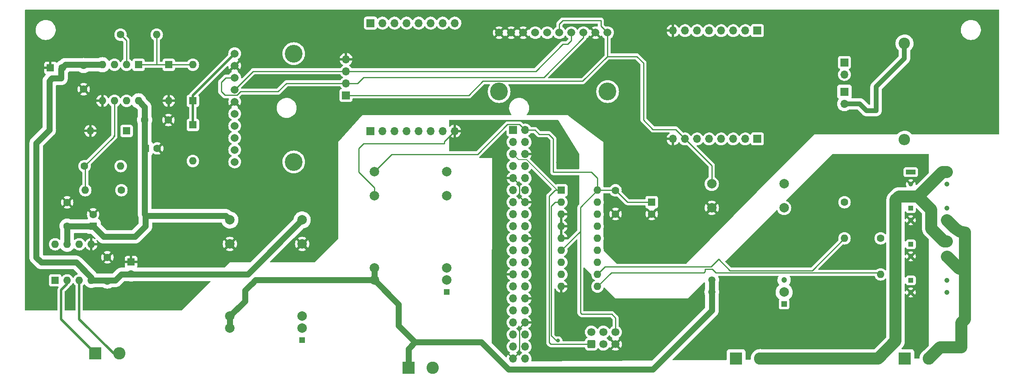
<source format=gbr>
%TF.GenerationSoftware,KiCad,Pcbnew,(6.0.5)*%
%TF.CreationDate,2022-08-03T21:49:30+02:00*%
%TF.ProjectId,VMN,564d4e2e-6b69-4636-9164-5f7063625858,rev?*%
%TF.SameCoordinates,Original*%
%TF.FileFunction,Copper,L1,Top*%
%TF.FilePolarity,Positive*%
%FSLAX46Y46*%
G04 Gerber Fmt 4.6, Leading zero omitted, Abs format (unit mm)*
G04 Created by KiCad (PCBNEW (6.0.5)) date 2022-08-03 21:49:30*
%MOMM*%
%LPD*%
G01*
G04 APERTURE LIST*
G04 Aperture macros list*
%AMRoundRect*
0 Rectangle with rounded corners*
0 $1 Rounding radius*
0 $2 $3 $4 $5 $6 $7 $8 $9 X,Y pos of 4 corners*
0 Add a 4 corners polygon primitive as box body*
4,1,4,$2,$3,$4,$5,$6,$7,$8,$9,$2,$3,0*
0 Add four circle primitives for the rounded corners*
1,1,$1+$1,$2,$3*
1,1,$1+$1,$4,$5*
1,1,$1+$1,$6,$7*
1,1,$1+$1,$8,$9*
0 Add four rect primitives between the rounded corners*
20,1,$1+$1,$2,$3,$4,$5,0*
20,1,$1+$1,$4,$5,$6,$7,0*
20,1,$1+$1,$6,$7,$8,$9,0*
20,1,$1+$1,$8,$9,$2,$3,0*%
G04 Aperture macros list end*
%TA.AperFunction,ComponentPad*%
%ADD10R,1.700000X1.700000*%
%TD*%
%TA.AperFunction,ComponentPad*%
%ADD11O,1.700000X1.700000*%
%TD*%
%TA.AperFunction,ComponentPad*%
%ADD12R,1.600000X1.600000*%
%TD*%
%TA.AperFunction,ComponentPad*%
%ADD13C,1.600000*%
%TD*%
%TA.AperFunction,ComponentPad*%
%ADD14O,1.600000X1.600000*%
%TD*%
%TA.AperFunction,ComponentPad*%
%ADD15C,1.665000*%
%TD*%
%TA.AperFunction,ComponentPad*%
%ADD16C,3.750000*%
%TD*%
%TA.AperFunction,ComponentPad*%
%ADD17R,2.600000X2.600000*%
%TD*%
%TA.AperFunction,ComponentPad*%
%ADD18C,2.600000*%
%TD*%
%TA.AperFunction,ComponentPad*%
%ADD19R,1.200000X1.200000*%
%TD*%
%TA.AperFunction,ComponentPad*%
%ADD20C,2.000000*%
%TD*%
%TA.AperFunction,ComponentPad*%
%ADD21C,1.200000*%
%TD*%
%TA.AperFunction,ComponentPad*%
%ADD22C,1.500000*%
%TD*%
%TA.AperFunction,ComponentPad*%
%ADD23RoundRect,0.250000X0.600000X-0.600000X0.600000X0.600000X-0.600000X0.600000X-0.600000X-0.600000X0*%
%TD*%
%TA.AperFunction,ComponentPad*%
%ADD24C,1.700000*%
%TD*%
%TA.AperFunction,ComponentPad*%
%ADD25R,1.070000X1.070000*%
%TD*%
%TA.AperFunction,ComponentPad*%
%ADD26C,1.070000*%
%TD*%
%TA.AperFunction,ComponentPad*%
%ADD27R,2.000000X1.070000*%
%TD*%
%TA.AperFunction,ComponentPad*%
%ADD28C,1.000000*%
%TD*%
%TA.AperFunction,ComponentPad*%
%ADD29C,2.400000*%
%TD*%
%TA.AperFunction,ComponentPad*%
%ADD30O,2.400000X2.400000*%
%TD*%
%TA.AperFunction,ViaPad*%
%ADD31C,0.800000*%
%TD*%
%TA.AperFunction,Conductor*%
%ADD32C,0.250000*%
%TD*%
%TA.AperFunction,Conductor*%
%ADD33C,0.200000*%
%TD*%
%TA.AperFunction,Conductor*%
%ADD34C,1.000000*%
%TD*%
%TA.AperFunction,Conductor*%
%ADD35C,1.250000*%
%TD*%
%TA.AperFunction,Conductor*%
%ADD36C,0.500000*%
%TD*%
%TA.AperFunction,Conductor*%
%ADD37C,2.500000*%
%TD*%
G04 APERTURE END LIST*
D10*
%TO.P,J11,1,Pin_1*%
%TO.N,unconnected-(J11-Pad1)*%
X213350000Y-56850000D03*
D11*
%TO.P,J11,2,Pin_2*%
%TO.N,unconnected-(J11-Pad2)*%
X213350000Y-59390000D03*
%TD*%
%TO.P,J12,2,Pin_2*%
%TO.N,Net-(K1-Pad4)*%
X213350000Y-65590000D03*
D10*
%TO.P,J12,1,Pin_1*%
%TO.N,Net-(J3-Pad1)*%
X213350000Y-63050000D03*
%TD*%
%TO.P,J13,1,Pin_1*%
%TO.N,unconnected-(J13-Pad1)*%
X195000000Y-73000000D03*
D11*
%TO.P,J13,2,Pin_2*%
%TO.N,unconnected-(J13-Pad2)*%
X192460000Y-73000000D03*
%TO.P,J13,3,Pin_3*%
%TO.N,unconnected-(J13-Pad3)*%
X189920000Y-73000000D03*
%TO.P,J13,4,Pin_4*%
%TO.N,unconnected-(J13-Pad4)*%
X187380000Y-73000000D03*
%TO.P,J13,5,Pin_5*%
%TO.N,unconnected-(J13-Pad5)*%
X184840000Y-73000000D03*
%TO.P,J13,6,Pin_6*%
%TO.N,unconnected-(J13-Pad6)*%
X182300000Y-73000000D03*
%TO.P,J13,7,Pin_7*%
%TO.N,5V*%
X179760000Y-73000000D03*
%TO.P,J13,8,Pin_8*%
%TO.N,GNDA*%
X177220000Y-73000000D03*
%TD*%
D10*
%TO.P,J10,1,Pin_1*%
%TO.N,AN*%
X195000000Y-50140000D03*
D11*
%TO.P,J10,2,Pin_2*%
%TO.N,unconnected-(J10-Pad2)*%
X192460000Y-50140000D03*
%TO.P,J10,3,Pin_3*%
%TO.N,unconnected-(J10-Pad3)*%
X189920000Y-50140000D03*
%TO.P,J10,4,Pin_4*%
%TO.N,unconnected-(J10-Pad4)*%
X187380000Y-50140000D03*
%TO.P,J10,5,Pin_5*%
%TO.N,unconnected-(J10-Pad5)*%
X184840000Y-50140000D03*
%TO.P,J10,6,Pin_6*%
%TO.N,unconnected-(J10-Pad6)*%
X182300000Y-50140000D03*
%TO.P,J10,7,Pin_7*%
%TO.N,unconnected-(J10-Pad7)*%
X179760000Y-50140000D03*
%TO.P,J10,8,Pin_8*%
%TO.N,GNDA*%
X177220000Y-50140000D03*
%TD*%
D12*
%TO.P,C10,1*%
%TO.N,GNDA*%
X46000000Y-58000000D03*
D13*
%TO.P,C10,2*%
%TO.N,-12V*%
X48500000Y-58000000D03*
%TD*%
D10*
%TO.P,J6,1,Pin_1*%
%TO.N,unconnected-(J6-Pad1)*%
X113475000Y-48545000D03*
D11*
%TO.P,J6,2,Pin_2*%
%TO.N,unconnected-(J6-Pad2)*%
X116015000Y-48545000D03*
%TO.P,J6,3,Pin_3*%
%TO.N,unconnected-(J6-Pad3)*%
X118555000Y-48545000D03*
%TO.P,J6,4,Pin_4*%
%TO.N,unconnected-(J6-Pad4)*%
X121095000Y-48545000D03*
%TO.P,J6,5,Pin_5*%
%TO.N,SCL1*%
X123635000Y-48545000D03*
%TO.P,J6,6,Pin_6*%
%TO.N,SDA1*%
X126175000Y-48545000D03*
%TO.P,J6,7,Pin_7*%
%TO.N,5VD*%
X128715000Y-48545000D03*
%TO.P,J6,8,Pin_8*%
%TO.N,GNDD*%
X131255000Y-48545000D03*
%TD*%
D13*
%TO.P,R3,1*%
%TO.N,Net-(R3-Pad1)*%
X60960000Y-83820000D03*
D14*
%TO.P,R3,2*%
%TO.N,Net-(R3-Pad2)*%
X53340000Y-83820000D03*
%TD*%
D15*
%TO.P,U6,1,A3*%
%TO.N,unconnected-(U6-Pad1)*%
X84836000Y-77851000D03*
%TO.P,U6,2,A2*%
%TO.N,Net-(D1-Pad2)*%
X84836000Y-75311000D03*
%TO.P,U6,3,A1*%
%TO.N,unconnected-(U6-Pad3)*%
X84836000Y-72771000D03*
%TO.P,U6,4,A0*%
%TO.N,Net-(D3-Pad2)*%
X84836000Y-70231000D03*
%TO.P,U6,5,ALRT*%
%TO.N,unconnected-(U6-Pad5)*%
X84836000Y-67691000D03*
%TO.P,U6,6,ADDR*%
%TO.N,GNDA*%
X84836000Y-65151000D03*
%TO.P,U6,7,SDA*%
%TO.N,SDA2*%
X84836000Y-62611000D03*
%TO.P,U6,8,SCL*%
%TO.N,SCL2*%
X84836000Y-60071000D03*
%TO.P,U6,9,GND*%
%TO.N,GNDA*%
X84836000Y-57531000D03*
%TO.P,U6,10,VDD*%
%TO.N,5V*%
X84836000Y-54991000D03*
D16*
%TO.P,U6,MH1,MH1*%
%TO.N,unconnected-(U6-PadMH1)*%
X97282000Y-54991000D03*
%TO.P,U6,MH2,MH2*%
%TO.N,unconnected-(U6-PadMH2)*%
X97282000Y-77851000D03*
%TD*%
D12*
%TO.P,C9,1*%
%TO.N,12V*%
X66000000Y-75000000D03*
D13*
%TO.P,C9,2*%
%TO.N,GNDA*%
X68500000Y-75000000D03*
%TD*%
D12*
%TO.P,D4,1,K*%
%TO.N,Net-(D3-Pad2)*%
X70940000Y-57330000D03*
D14*
%TO.P,D4,2,A*%
%TO.N,GNDA*%
X70940000Y-64950000D03*
%TD*%
D12*
%TO.P,U3,1*%
%TO.N,Net-(D3-Pad2)*%
X64580000Y-57340000D03*
D14*
%TO.P,U3,2,-*%
%TO.N,Net-(R4-Pad1)*%
X62040000Y-57340000D03*
%TO.P,U3,3,+*%
%TO.N,Net-(R3-Pad1)*%
X59500000Y-57340000D03*
%TO.P,U3,4,V-*%
%TO.N,-12V*%
X56960000Y-57340000D03*
%TO.P,U3,5,+*%
%TO.N,GNDA*%
X56960000Y-64960000D03*
%TO.P,U3,6,-*%
%TO.N,Net-(R3-Pad2)*%
X59500000Y-64960000D03*
%TO.P,U3,7*%
%TO.N,Net-(D1-Pad2)*%
X62040000Y-64960000D03*
%TO.P,U3,8,V+*%
%TO.N,12V*%
X64580000Y-64960000D03*
%TD*%
%TO.P,U2,18,VDD*%
%TO.N,5VD*%
X161300000Y-83830000D03*
%TO.P,U2,17,GP7*%
%TO.N,unconnected-(U2-Pad17)*%
X161300000Y-86370000D03*
%TO.P,U2,16,GP6*%
%TO.N,unconnected-(U2-Pad16)*%
X161300000Y-88910000D03*
%TO.P,U2,15,GP5*%
%TO.N,unconnected-(U2-Pad15)*%
X161300000Y-91450000D03*
%TO.P,U2,14,GP4*%
%TO.N,unconnected-(U2-Pad14)*%
X161300000Y-93990000D03*
%TO.P,U2,13,GP3*%
%TO.N,unconnected-(U2-Pad13)*%
X161300000Y-96530000D03*
%TO.P,U2,12,GP2*%
%TO.N,unconnected-(U2-Pad12)*%
X161300000Y-99070000D03*
%TO.P,U2,11,GP1*%
%TO.N,Net-(R2-Pad2)*%
X161300000Y-101610000D03*
%TO.P,U2,10,GP0*%
%TO.N,Net-(R1-Pad2)*%
X161300000Y-104150000D03*
%TO.P,U2,9,VSS*%
%TO.N,GNDD*%
X153680000Y-104150000D03*
%TO.P,U2,8,INT*%
%TO.N,unconnected-(U2-Pad8)*%
X153680000Y-101610000D03*
%TO.P,U2,7,NC*%
%TO.N,unconnected-(U2-Pad7)*%
X153680000Y-99070000D03*
%TO.P,U2,6,~{RESET}*%
%TO.N,5VD*%
X153680000Y-96530000D03*
%TO.P,U2,5,A0*%
%TO.N,GNDD*%
X153680000Y-93990000D03*
%TO.P,U2,4,A1*%
X153680000Y-91450000D03*
%TO.P,U2,3,A2*%
X153680000Y-88910000D03*
%TO.P,U2,2,SDA*%
%TO.N,SDA1*%
X153680000Y-86370000D03*
D12*
%TO.P,U2,1,SCL*%
%TO.N,SCL1*%
X153680000Y-83830000D03*
%TD*%
D17*
%TO.P,J2,1,Pin_1*%
%TO.N,Net-(J2-Pad1)*%
X55455000Y-118305000D03*
D18*
%TO.P,J2,2,Pin_2*%
%TO.N,Net-(J2-Pad2)*%
X60535000Y-118305000D03*
%TD*%
D13*
%TO.P,C5,1*%
%TO.N,12V*%
X49530000Y-91400000D03*
%TO.P,C5,2*%
%TO.N,GNDA*%
X49530000Y-86400000D03*
%TD*%
D19*
%TO.P,Alim_5V_ina282_iso1,1,REMOTE_ON/OFF*%
%TO.N,unconnected-(Alim_5V_ina282_iso1-Pad1)*%
X200630000Y-107880000D03*
D20*
%TO.P,Alim_5V_ina282_iso1,2,-VIN_(GND)_1*%
%TO.N,GNDPWR*%
X200630000Y-105340000D03*
D21*
%TO.P,Alim_5V_ina282_iso1,3,-VIN_(GND)_2*%
X200630000Y-102800000D03*
D20*
%TO.P,Alim_5V_ina282_iso1,9,NC*%
%TO.N,unconnected-(Alim_5V_ina282_iso1-Pad9)*%
X200630000Y-87560000D03*
%TO.P,Alim_5V_ina282_iso1,11,NC.*%
%TO.N,unconnected-(Alim_5V_ina282_iso1-Pad11)*%
X200630000Y-82480000D03*
%TO.P,Alim_5V_ina282_iso1,14,+VOUT*%
%TO.N,5V*%
X185390000Y-82480000D03*
%TO.P,Alim_5V_ina282_iso1,16,-VOUT*%
%TO.N,GNDA*%
X185390000Y-87560000D03*
D22*
%TO.P,Alim_5V_ina282_iso1,22,+VIN_(VCC)_1*%
%TO.N,+12.5V*%
X185390000Y-102800000D03*
%TO.P,Alim_5V_ina282_iso1,23,+VIN_(VCC)_2*%
X185390000Y-105340000D03*
%TD*%
D13*
%TO.P,C4,1*%
%TO.N,-12V*%
X58000000Y-103000000D03*
%TO.P,C4,2*%
%TO.N,GNDA*%
X58000000Y-98000000D03*
%TD*%
%TO.P,C1,1*%
%TO.N,5VD*%
X165100000Y-83860000D03*
%TO.P,C1,2*%
%TO.N,GNDA*%
X165100000Y-88860000D03*
%TD*%
D17*
%TO.P,J1,1,Pin_1*%
%TO.N,B*%
X226060000Y-119380000D03*
D18*
%TO.P,J1,2,Pin_2*%
%TO.N,A*%
X231140000Y-119380000D03*
%TD*%
D17*
%TO.P,J3,1,Pin_1*%
%TO.N,Net-(J3-Pad1)*%
X190500000Y-119380000D03*
D18*
%TO.P,J3,2,Pin_2*%
%TO.N,Net-(J3-Pad2)*%
X195580000Y-119380000D03*
%TD*%
D12*
%TO.P,U1,1,Rg*%
%TO.N,unconnected-(U1-Pad1)*%
X47000000Y-102860000D03*
D14*
%TO.P,U1,2,-*%
%TO.N,Net-(J2-Pad1)*%
X49540000Y-102860000D03*
%TO.P,U1,3,+*%
%TO.N,Net-(J2-Pad2)*%
X52080000Y-102860000D03*
%TO.P,U1,4,V-*%
%TO.N,-12V*%
X54620000Y-102860000D03*
%TO.P,U1,5,Ref*%
%TO.N,GNDA*%
X54620000Y-95240000D03*
%TO.P,U1,6*%
%TO.N,Net-(R3-Pad1)*%
X52080000Y-95240000D03*
%TO.P,U1,7,V+*%
%TO.N,12V*%
X49540000Y-95240000D03*
%TO.P,U1,8,Rg*%
%TO.N,unconnected-(U1-Pad8)*%
X47000000Y-95240000D03*
%TD*%
D23*
%TO.P,J8,1,Pin_1*%
%TO.N,SCL1*%
X160015000Y-116322800D03*
D24*
%TO.P,J8,2,Pin_2*%
%TO.N,unconnected-(J8-Pad2)*%
X160015000Y-113782800D03*
%TO.P,J8,3,Pin_3*%
%TO.N,SDA1*%
X162555000Y-116322800D03*
%TO.P,J8,4,Pin_4*%
%TO.N,unconnected-(J8-Pad4)*%
X162555000Y-113782800D03*
%TO.P,J8,5,Pin_5*%
%TO.N,GNDD*%
X165095000Y-116322800D03*
%TO.P,J8,6,Pin_6*%
%TO.N,5VD*%
X165095000Y-113782800D03*
%TD*%
D15*
%TO.P,U5,1,A3*%
%TO.N,GNDA*%
X140570000Y-50571000D03*
%TO.P,U5,2,A2*%
X143110000Y-50571000D03*
%TO.P,U5,3,A1*%
X145650000Y-50571000D03*
%TO.P,U5,4,A0*%
%TO.N,AN*%
X148190000Y-50571000D03*
%TO.P,U5,5,ALRT*%
%TO.N,unconnected-(U5-Pad5)*%
X150730000Y-50571000D03*
%TO.P,U5,6,ADDR*%
%TO.N,5V*%
X153270000Y-50571000D03*
%TO.P,U5,7,SDA*%
%TO.N,SDA2*%
X155810000Y-50571000D03*
%TO.P,U5,8,SCL*%
%TO.N,SCL2*%
X158350000Y-50571000D03*
%TO.P,U5,9,GND*%
%TO.N,GNDA*%
X160890000Y-50571000D03*
%TO.P,U5,10,VDD*%
%TO.N,5V*%
X163430000Y-50571000D03*
D16*
%TO.P,U5,MH1,MH1*%
%TO.N,unconnected-(U5-PadMH1)*%
X163430000Y-63017000D03*
%TO.P,U5,MH2,MH2*%
%TO.N,unconnected-(U5-PadMH2)*%
X140570000Y-63017000D03*
%TD*%
D25*
%TO.P,K1,1,1*%
%TO.N,Net-(K1-Pad1)*%
X227330000Y-102870000D03*
D26*
%TO.P,K1,2,2*%
%TO.N,GNDD*%
X227330000Y-105410000D03*
%TO.P,K1,3,3*%
%TO.N,B*%
X234950000Y-105410000D03*
%TO.P,K1,4,4*%
%TO.N,Net-(K1-Pad4)*%
X234950000Y-102870000D03*
%TD*%
D12*
%TO.P,D1,1,K*%
%TO.N,5V*%
X76020000Y-70030000D03*
D14*
%TO.P,D1,2,A*%
%TO.N,Net-(D1-Pad2)*%
X76020000Y-77650000D03*
%TD*%
D12*
%TO.P,D3,1,K*%
%TO.N,5V*%
X76020000Y-64950000D03*
D14*
%TO.P,D3,2,A*%
%TO.N,Net-(D3-Pad2)*%
X76020000Y-57330000D03*
%TD*%
D25*
%TO.P,K2,1,1*%
%TO.N,Net-(K1-Pad1)*%
X227330000Y-95250000D03*
D26*
%TO.P,K2,2,2*%
%TO.N,GNDD*%
X227330000Y-97790000D03*
%TO.P,K2,3,3*%
%TO.N,A*%
X234950000Y-97790000D03*
%TO.P,K2,4,4*%
%TO.N,Net-(J3-Pad2)*%
X234950000Y-95250000D03*
%TD*%
D27*
%TO.P,K4,1,1*%
%TO.N,Net-(K3-Pad1)*%
X227330000Y-80010000D03*
D28*
%TO.P,K4,2,2*%
%TO.N,GNDD*%
X227330000Y-82550000D03*
D26*
%TO.P,K4,3,3*%
%TO.N,B*%
X234950000Y-82550000D03*
%TO.P,K4,4,4*%
%TO.N,Net-(J3-Pad2)*%
X234950000Y-80010000D03*
%TD*%
D13*
%TO.P,R2,1*%
%TO.N,Net-(K3-Pad1)*%
X213360000Y-86360000D03*
D14*
%TO.P,R2,2*%
%TO.N,Net-(R2-Pad2)*%
X213360000Y-93980000D03*
%TD*%
D13*
%TO.P,C7,1*%
%TO.N,12V*%
X65860000Y-69000000D03*
%TO.P,C7,2*%
%TO.N,GNDA*%
X70860000Y-69000000D03*
%TD*%
%TO.P,R1,1*%
%TO.N,Net-(K1-Pad1)*%
X220980000Y-93980000D03*
D14*
%TO.P,R1,2*%
%TO.N,Net-(R1-Pad2)*%
X220980000Y-101600000D03*
%TD*%
D13*
%TO.P,C8,1*%
%TO.N,-12V*%
X53000000Y-57500000D03*
%TO.P,C8,2*%
%TO.N,GNDA*%
X53000000Y-62500000D03*
%TD*%
D19*
%TO.P,Alim_5V_Digital_rasp_iso1540_mcp1,1,REMOTE_ON/OFF*%
%TO.N,unconnected-(Alim_5V_Digital_rasp_iso1540_mcp1-Pad1)*%
X129510000Y-105340000D03*
D20*
%TO.P,Alim_5V_Digital_rasp_iso1540_mcp1,2,-VIN_(GND)_1*%
%TO.N,GNDPWR*%
X129510000Y-102800000D03*
%TO.P,Alim_5V_Digital_rasp_iso1540_mcp1,3,-VIN_(GND)_2*%
X129510000Y-100260000D03*
%TO.P,Alim_5V_Digital_rasp_iso1540_mcp1,9,NC*%
%TO.N,unconnected-(Alim_5V_Digital_rasp_iso1540_mcp1-Pad9)*%
X129510000Y-85020000D03*
%TO.P,Alim_5V_Digital_rasp_iso1540_mcp1,11,NC.*%
%TO.N,unconnected-(Alim_5V_Digital_rasp_iso1540_mcp1-Pad11)*%
X129510000Y-79940000D03*
%TO.P,Alim_5V_Digital_rasp_iso1540_mcp1,14,+VOUT*%
%TO.N,5VD*%
X114270000Y-79940000D03*
%TO.P,Alim_5V_Digital_rasp_iso1540_mcp1,16,-VOUT*%
%TO.N,GNDD*%
X114270000Y-85020000D03*
%TO.P,Alim_5V_Digital_rasp_iso1540_mcp1,22,+VIN_(VCC)_1*%
%TO.N,+12.5V*%
X114270000Y-100260000D03*
%TO.P,Alim_5V_Digital_rasp_iso1540_mcp1,23,+VIN_(VCC)_2*%
X114270000Y-102800000D03*
%TD*%
D29*
%TO.P,R6,1*%
%TO.N,Net-(K1-Pad4)*%
X226000000Y-52840000D03*
D30*
%TO.P,R6,2*%
%TO.N,Net-(J3-Pad1)*%
X226000000Y-73160000D03*
%TD*%
D12*
%TO.P,C3,1*%
%TO.N,12V*%
X55000000Y-91440000D03*
D13*
%TO.P,C3,2*%
%TO.N,GNDA*%
X55000000Y-88940000D03*
%TD*%
%TO.P,R4,1*%
%TO.N,Net-(R4-Pad1)*%
X60780000Y-50980000D03*
D14*
%TO.P,R4,2*%
%TO.N,Net-(D3-Pad2)*%
X68400000Y-50980000D03*
%TD*%
D13*
%TO.P,R5,1*%
%TO.N,Net-(R3-Pad2)*%
X53190000Y-78740000D03*
D14*
%TO.P,R5,2*%
%TO.N,Net-(D1-Pad2)*%
X60810000Y-78740000D03*
%TD*%
D17*
%TO.P,J9,1,Pin_1*%
%TO.N,+12.5V*%
X121455000Y-121305000D03*
D18*
%TO.P,J9,2,Pin_2*%
%TO.N,GNDPWR*%
X126535000Y-121305000D03*
%TD*%
D12*
%TO.P,D2,1,K*%
%TO.N,Net-(D1-Pad2)*%
X62050000Y-71300000D03*
D14*
%TO.P,D2,2,A*%
%TO.N,GNDA*%
X54430000Y-71300000D03*
%TD*%
D19*
%TO.P,Alim_analog_Vmn1,1,ON/OFF*%
%TO.N,unconnected-(Alim_analog_Vmn1-Pad1)*%
X99060000Y-115500000D03*
D20*
%TO.P,Alim_analog_Vmn1,2,-VIN(GND)*%
%TO.N,GNDPWR*%
X99060000Y-112960000D03*
%TO.P,Alim_analog_Vmn1,3,-VIN(GND)*%
X99060000Y-110420000D03*
%TO.P,Alim_analog_Vmn1,9,COMMON*%
%TO.N,GNDA*%
X99060000Y-95180000D03*
%TO.P,Alim_analog_Vmn1,11,-VOUT*%
%TO.N,-12V*%
X99060000Y-90100000D03*
%TO.P,Alim_analog_Vmn1,14,+VOUT*%
%TO.N,12V*%
X83820000Y-90100000D03*
%TO.P,Alim_analog_Vmn1,16,COMMON*%
%TO.N,GNDA*%
X83820000Y-95180000D03*
%TO.P,Alim_analog_Vmn1,22,+VIN(VCC)*%
%TO.N,+12.5V*%
X83820000Y-110420000D03*
%TO.P,Alim_analog_Vmn1,23,+VIN(VCC)*%
X83820000Y-112960000D03*
%TD*%
D10*
%TO.P,J5,1,Pin_1*%
%TO.N,5V*%
X108300000Y-63800000D03*
D11*
%TO.P,J5,2,Pin_2*%
%TO.N,SCL2*%
X108300000Y-61260000D03*
%TO.P,J5,3,Pin_3*%
%TO.N,SDA2*%
X108300000Y-58720000D03*
%TO.P,J5,4,Pin_4*%
%TO.N,GNDA*%
X108300000Y-56180000D03*
%TD*%
D12*
%TO.P,C6,1*%
%TO.N,GNDA*%
X63000000Y-99000000D03*
D13*
%TO.P,C6,2*%
%TO.N,-12V*%
X63000000Y-101500000D03*
%TD*%
D12*
%TO.P,C2,1*%
%TO.N,5VD*%
X172720000Y-86360000D03*
D13*
%TO.P,C2,2*%
%TO.N,GNDA*%
X172720000Y-88860000D03*
%TD*%
D25*
%TO.P,K3,1,1*%
%TO.N,Net-(K3-Pad1)*%
X227330000Y-87630000D03*
D26*
%TO.P,K3,2,2*%
%TO.N,GNDD*%
X227330000Y-90170000D03*
%TO.P,K3,3,3*%
%TO.N,A*%
X234950000Y-90170000D03*
%TO.P,K3,4,4*%
%TO.N,Net-(K1-Pad4)*%
X234950000Y-87630000D03*
%TD*%
D10*
%TO.P,J7,1,3V3*%
%TO.N,unconnected-(J7-Pad1)*%
X143510000Y-71120000D03*
D11*
%TO.P,J7,2,5V*%
%TO.N,5VD*%
X146050000Y-71120000D03*
%TO.P,J7,3,SDA/GPIO2*%
%TO.N,SDA1*%
X143510000Y-73660000D03*
%TO.P,J7,4,5V*%
%TO.N,unconnected-(J7-Pad4)*%
X146050000Y-73660000D03*
%TO.P,J7,5,SCL/GPIO3*%
%TO.N,SCL1*%
X143510000Y-76200000D03*
%TO.P,J7,6,GND*%
%TO.N,GNDD*%
X146050000Y-76200000D03*
%TO.P,J7,7,GCLK0/GPIO4*%
%TO.N,unconnected-(J7-Pad7)*%
X143510000Y-78740000D03*
%TO.P,J7,8,GPIO14/TXD*%
%TO.N,unconnected-(J7-Pad8)*%
X146050000Y-78740000D03*
%TO.P,J7,9,GND*%
%TO.N,GNDD*%
X143510000Y-81280000D03*
%TO.P,J7,10,GPIO15/RXD*%
%TO.N,unconnected-(J7-Pad10)*%
X146050000Y-81280000D03*
%TO.P,J7,11,GPIO17*%
%TO.N,unconnected-(J7-Pad11)*%
X143510000Y-83820000D03*
%TO.P,J7,12,GPIO18/PWM0*%
%TO.N,unconnected-(J7-Pad12)*%
X146050000Y-83820000D03*
%TO.P,J7,13,GPIO27*%
%TO.N,unconnected-(J7-Pad13)*%
X143510000Y-86360000D03*
%TO.P,J7,14,GND*%
%TO.N,GNDD*%
X146050000Y-86360000D03*
%TO.P,J7,15,GPIO22*%
%TO.N,unconnected-(J7-Pad15)*%
X143510000Y-88900000D03*
%TO.P,J7,16,GPIO23*%
%TO.N,unconnected-(J7-Pad16)*%
X146050000Y-88900000D03*
%TO.P,J7,17,3V3*%
%TO.N,unconnected-(J7-Pad17)*%
X143510000Y-91440000D03*
%TO.P,J7,18,GPIO24*%
%TO.N,unconnected-(J7-Pad18)*%
X146050000Y-91440000D03*
%TO.P,J7,19,MOSI0/GPIO10*%
%TO.N,unconnected-(J7-Pad19)*%
X143510000Y-93980000D03*
%TO.P,J7,20,GND*%
%TO.N,GNDD*%
X146050000Y-93980000D03*
%TO.P,J7,21,MISO0/GPIO9*%
%TO.N,unconnected-(J7-Pad21)*%
X143510000Y-96520000D03*
%TO.P,J7,22,GPIO25*%
%TO.N,unconnected-(J7-Pad22)*%
X146050000Y-96520000D03*
%TO.P,J7,23,SCLK0/GPIO11*%
%TO.N,unconnected-(J7-Pad23)*%
X143510000Y-99060000D03*
%TO.P,J7,24,~{CE0}/GPIO8*%
%TO.N,unconnected-(J7-Pad24)*%
X146050000Y-99060000D03*
%TO.P,J7,25,GND*%
%TO.N,GNDD*%
X143510000Y-101600000D03*
%TO.P,J7,26,~{CE1}/GPIO7*%
%TO.N,unconnected-(J7-Pad26)*%
X146050000Y-101600000D03*
%TO.P,J7,27,ID_SD/GPIO0*%
%TO.N,unconnected-(J7-Pad27)*%
X143510000Y-104140000D03*
%TO.P,J7,28,ID_SC/GPIO1*%
%TO.N,unconnected-(J7-Pad28)*%
X146050000Y-104140000D03*
%TO.P,J7,29,GCLK1/GPIO5*%
%TO.N,unconnected-(J7-Pad29)*%
X143510000Y-106680000D03*
%TO.P,J7,30,GND*%
%TO.N,GNDD*%
X146050000Y-106680000D03*
%TO.P,J7,31,GCLK2/GPIO6*%
%TO.N,unconnected-(J7-Pad31)*%
X143510000Y-109220000D03*
%TO.P,J7,32,PWM0/GPIO12*%
%TO.N,unconnected-(J7-Pad32)*%
X146050000Y-109220000D03*
%TO.P,J7,33,PWM1/GPIO13*%
%TO.N,unconnected-(J7-Pad33)*%
X143510000Y-111760000D03*
%TO.P,J7,34,GND*%
%TO.N,GNDD*%
X146050000Y-111760000D03*
%TO.P,J7,35,GPIO19/MISO1*%
%TO.N,unconnected-(J7-Pad35)*%
X143510000Y-114300000D03*
%TO.P,J7,36,GPIO16*%
%TO.N,unconnected-(J7-Pad36)*%
X146050000Y-114300000D03*
%TO.P,J7,37,GPIO26*%
%TO.N,unconnected-(J7-Pad37)*%
X143510000Y-116840000D03*
%TO.P,J7,38,GPIO20/MOSI1*%
%TO.N,unconnected-(J7-Pad38)*%
X146050000Y-116840000D03*
%TO.P,J7,39,GND*%
%TO.N,GNDD*%
X143510000Y-119380000D03*
%TO.P,J7,40,GPIO21/SCLK1*%
%TO.N,unconnected-(J7-Pad40)*%
X146050000Y-119380000D03*
%TD*%
D10*
%TO.P,J4,1,Pin_1*%
%TO.N,unconnected-(J4-Pad1)*%
X113400000Y-71370000D03*
D11*
%TO.P,J4,2,Pin_2*%
%TO.N,unconnected-(J4-Pad2)*%
X115940000Y-71370000D03*
%TO.P,J4,3,Pin_3*%
%TO.N,unconnected-(J4-Pad3)*%
X118480000Y-71370000D03*
%TO.P,J4,4,Pin_4*%
%TO.N,unconnected-(J4-Pad4)*%
X121020000Y-71370000D03*
%TO.P,J4,5,Pin_5*%
%TO.N,unconnected-(J4-Pad5)*%
X123560000Y-71370000D03*
%TO.P,J4,6,Pin_6*%
%TO.N,unconnected-(J4-Pad6)*%
X126100000Y-71370000D03*
%TO.P,J4,7,Pin_7*%
%TO.N,unconnected-(J4-Pad7)*%
X128640000Y-71370000D03*
%TO.P,J4,8,Pin_8*%
%TO.N,GNDD*%
X131180000Y-71370000D03*
%TD*%
D31*
%TO.N,GNDA*%
X119885503Y-54982597D03*
%TO.N,GNDD*%
X140000000Y-116000000D03*
X149000000Y-86000000D03*
%TO.N,SDA1*%
X153000000Y-115598000D03*
%TO.N,GNDA*%
X133000000Y-65000000D03*
%TO.N,GNDD*%
X193040000Y-106680000D03*
X150000000Y-78000000D03*
X213360000Y-111760000D03*
X153000000Y-78000000D03*
%TO.N,GNDA*%
X91000000Y-61000000D03*
X71120000Y-106680000D03*
X154305000Y-66675000D03*
X148000000Y-57000000D03*
X131000000Y-67000000D03*
X50800000Y-106680000D03*
X48260000Y-50800000D03*
X43180000Y-106680000D03*
X91440000Y-52000000D03*
X179000000Y-59000000D03*
X205740000Y-48260000D03*
%TD*%
D32*
%TO.N,Net-(R2-Pad2)*%
X189203840Y-100800960D02*
X186800960Y-98398080D01*
X206539040Y-100800960D02*
X189203840Y-100800960D01*
%TO.N,Net-(R1-Pad2)*%
X184000000Y-100449520D02*
X185449520Y-100449520D01*
X185449520Y-100449520D02*
X186250480Y-101250480D01*
X184000000Y-101000000D02*
X184000000Y-100449520D01*
X183749520Y-101250480D02*
X184000000Y-101000000D01*
X164199520Y-101250480D02*
X183749520Y-101250480D01*
X186250480Y-101250480D02*
X220630480Y-101250480D01*
%TO.N,Net-(R2-Pad2)*%
X186800960Y-98398080D02*
X185199040Y-100000000D01*
%TO.N,Net-(R1-Pad2)*%
X161300000Y-104150000D02*
X164199520Y-101250480D01*
X220980020Y-101600000D02*
G75*
G03*
X220630480Y-101250480I-349520J0D01*
G01*
%TO.N,Net-(R2-Pad2)*%
X162910000Y-100000000D02*
X161300000Y-101610000D01*
X185199040Y-100000000D02*
X162910000Y-100000000D01*
X213360000Y-93980000D02*
X206539040Y-100800960D01*
%TO.N,SCL1*%
X152410000Y-83830000D02*
X153680000Y-83830000D01*
%TO.N,GNDD*%
X140130000Y-116000000D02*
X143510000Y-119380000D01*
X140000000Y-116000000D02*
X140130000Y-116000000D01*
X144875489Y-118014511D02*
X143510000Y-119380000D01*
X144875489Y-112934511D02*
X144875489Y-118014511D01*
X146050000Y-111760000D02*
X144875489Y-112934511D01*
D33*
%TO.N,SCL1*%
X144684511Y-77374511D02*
X146345521Y-77374511D01*
X146345521Y-77374511D02*
X152801010Y-83830000D01*
X143510000Y-76200000D02*
X144684511Y-77374511D01*
D32*
X152400000Y-83820000D02*
X152410000Y-83830000D01*
%TO.N,GNDD*%
X144875489Y-82645489D02*
X143510000Y-81280000D01*
X144875489Y-85185489D02*
X144875489Y-82645489D01*
X146050000Y-86360000D02*
X144875489Y-85185489D01*
%TO.N,5VD*%
X152000000Y-73000000D02*
X151000000Y-72000000D01*
X148120000Y-71120000D02*
X146050000Y-71120000D01*
X160000000Y-80000000D02*
X152000000Y-80000000D01*
X152000000Y-80000000D02*
X152000000Y-73000000D01*
X149000000Y-72000000D02*
X148120000Y-71120000D01*
X161300000Y-81300000D02*
X160000000Y-80000000D01*
X151000000Y-72000000D02*
X149000000Y-72000000D01*
X161300000Y-83830000D02*
X161300000Y-81300000D01*
%TO.N,GNDD*%
X112000000Y-74000000D02*
X129000000Y-74000000D01*
X111000000Y-75000000D02*
X112000000Y-74000000D01*
X129000000Y-74000000D02*
X129000000Y-73550000D01*
X111000000Y-80000000D02*
X111000000Y-75000000D01*
X129000000Y-73550000D02*
X131180000Y-71370000D01*
X114270000Y-83270000D02*
X111000000Y-80000000D01*
X114270000Y-85020000D02*
X114270000Y-83270000D01*
%TO.N,5V*%
X185390000Y-78630000D02*
X179760000Y-73000000D01*
X185390000Y-82480000D02*
X185390000Y-78630000D01*
%TO.N,SDA1*%
X151579520Y-114579520D02*
X152598000Y-115598000D01*
X151579520Y-87180480D02*
X151579520Y-114579520D01*
X152598000Y-115598000D02*
X153000000Y-115598000D01*
X152400000Y-86360000D02*
X151579520Y-87180480D01*
X153655858Y-86360000D02*
X152400000Y-86360000D01*
X153655858Y-86360018D02*
G75*
G02*
X153680000Y-86370000I42J-34082D01*
G01*
D34*
%TO.N,Net-(K1-Pad4)*%
X216590000Y-65590000D02*
X213350000Y-65590000D01*
X218000000Y-67000000D02*
X216590000Y-65590000D01*
X220000000Y-67000000D02*
X218000000Y-67000000D01*
X220000000Y-61999022D02*
X220000000Y-67000000D01*
X226000000Y-55999022D02*
X220000000Y-61999022D01*
X226000000Y-52840000D02*
X226000000Y-55999022D01*
D32*
%TO.N,5V*%
X177760000Y-71000000D02*
X179760000Y-73000000D01*
X173000000Y-71000000D02*
X177760000Y-71000000D01*
X171000000Y-69000000D02*
X171000000Y-57000000D01*
X173000000Y-71000000D02*
X171000000Y-69000000D01*
X171000000Y-57000000D02*
X169570000Y-55570000D01*
X163430000Y-55570000D02*
X169570000Y-55570000D01*
X137182511Y-60817489D02*
X158182511Y-60817489D01*
X134200000Y-63800000D02*
X137182511Y-60817489D01*
X158182511Y-60817489D02*
X163430000Y-55570000D01*
X108300000Y-63800000D02*
X134200000Y-63800000D01*
X163430000Y-55570000D02*
X163430000Y-50571000D01*
X162000000Y-49141000D02*
X163430000Y-50571000D01*
X154000000Y-48000000D02*
X162000000Y-48000000D01*
X153270000Y-48730000D02*
X154000000Y-48000000D01*
X162000000Y-48000000D02*
X162000000Y-49141000D01*
X153270000Y-50571000D02*
X153270000Y-48730000D01*
%TO.N,SCL2*%
X112000000Y-60000000D02*
X150000000Y-60000000D01*
X110740000Y-61260000D02*
X112000000Y-60000000D01*
X150000000Y-60000000D02*
X158350000Y-51650000D01*
X158350000Y-51650000D02*
X158350000Y-50571000D01*
X108300000Y-61260000D02*
X110740000Y-61260000D01*
%TO.N,SDA2*%
X154000000Y-53000000D02*
X155000000Y-53000000D01*
X155810000Y-52190000D02*
X155810000Y-50571000D01*
X148280000Y-58720000D02*
X154000000Y-53000000D01*
X108300000Y-58720000D02*
X148280000Y-58720000D01*
X155000000Y-53000000D02*
X155810000Y-52190000D01*
%TO.N,5VD*%
X144875489Y-69945489D02*
X142335489Y-69945489D01*
X165095000Y-113782500D02*
X165095000Y-110782500D01*
X157707897Y-92502103D02*
X157707897Y-87422103D01*
X172720000Y-86360000D02*
X167640000Y-86360000D01*
X153680000Y-96530000D02*
X157707897Y-92502103D01*
X142335489Y-69945489D02*
X136023385Y-76257593D01*
X157707897Y-87422103D02*
X161300000Y-83830000D01*
X146050000Y-71120000D02*
X144875489Y-69945489D01*
X161310000Y-83820000D02*
X161300000Y-83830000D01*
X136023385Y-76257593D02*
X117952407Y-76257593D01*
X158000000Y-110000000D02*
X157707897Y-109707897D01*
X114270000Y-79940000D02*
X117952407Y-76257593D01*
X157707897Y-109707897D02*
X157707897Y-89127897D01*
X165100000Y-83820000D02*
X161310000Y-83820000D01*
X164312500Y-110000000D02*
X158000000Y-110000000D01*
X167640000Y-86360000D02*
X165100000Y-83820000D01*
X165095000Y-110782500D02*
X164312500Y-110000000D01*
D35*
%TO.N,+12.5V*%
X89258458Y-102800000D02*
X114270000Y-102800000D01*
X114270000Y-102800000D02*
X119380000Y-107910000D01*
X119380000Y-112415732D02*
X122862134Y-115897866D01*
X114270000Y-102800000D02*
X114270000Y-100260000D01*
X122862134Y-115897866D02*
X136811221Y-115897866D01*
X136811221Y-115897866D02*
X142567866Y-121654511D01*
X88448938Y-103609520D02*
X89258458Y-102800000D01*
X83820000Y-112960000D02*
X83820000Y-110420000D01*
X88390480Y-103609520D02*
X88448938Y-103609520D01*
X87000000Y-105000000D02*
X88390480Y-103609520D01*
X87000000Y-107240000D02*
X87000000Y-105000000D01*
X121455000Y-117305000D02*
X121455000Y-121305000D01*
X122862134Y-115897866D02*
X121455000Y-117305000D01*
X119380000Y-107910000D02*
X119380000Y-112415732D01*
X185390000Y-105340000D02*
X185390000Y-102800000D01*
X172985489Y-121654511D02*
X185420000Y-109220000D01*
X83820000Y-110420000D02*
X87000000Y-107240000D01*
X185420000Y-109220000D02*
X185420000Y-105412426D01*
X142567866Y-121654511D02*
X172985489Y-121654511D01*
X185390008Y-105339992D02*
G75*
G02*
X185420000Y-105412426I-72408J-72408D01*
G01*
D36*
%TO.N,5V*%
X76020000Y-64950000D02*
X76020000Y-70030000D01*
X76020000Y-63807000D02*
X76020000Y-64950000D01*
X84836000Y-54991000D02*
X76020000Y-63807000D01*
D35*
%TO.N,-12V*%
X54620000Y-102254065D02*
X54620000Y-102860000D01*
X54620000Y-102860000D02*
X59700000Y-102860000D01*
X45760000Y-71120000D02*
X43000000Y-73880000D01*
X56960000Y-57340000D02*
X49160000Y-57340000D01*
X51425935Y-99060000D02*
X54620000Y-102254065D01*
X48224511Y-60224511D02*
X46275489Y-60224511D01*
X87600000Y-101560000D02*
X99060000Y-90100000D01*
X43000000Y-98000000D02*
X44060000Y-99060000D01*
X44060000Y-99060000D02*
X51425935Y-99060000D01*
X48224511Y-58275489D02*
X48224511Y-60224511D01*
X68540000Y-101600000D02*
X68580000Y-101560000D01*
X59700000Y-102860000D02*
X60960000Y-101600000D01*
X45760000Y-60740000D02*
X45760000Y-71120000D01*
X68580000Y-101560000D02*
X87600000Y-101560000D01*
X46275489Y-60224511D02*
X45760000Y-60740000D01*
X43000000Y-73880000D02*
X43000000Y-98000000D01*
X60960000Y-101600000D02*
X68540000Y-101600000D01*
X49160000Y-57340000D02*
X48224511Y-58275489D01*
%TO.N,12V*%
X65860000Y-78920000D02*
X65860000Y-71300000D01*
X66040000Y-89390000D02*
X66214511Y-89215489D01*
X65860000Y-88860978D02*
X66214511Y-89215489D01*
X65860000Y-71300000D02*
X65860000Y-66240000D01*
X66214511Y-89215489D02*
X82935489Y-89215489D01*
X65860000Y-78920000D02*
X65860000Y-88860978D01*
X57224511Y-93664511D02*
X63815489Y-93664511D01*
X82935489Y-89215489D02*
X83820000Y-90100000D01*
X49570000Y-91440000D02*
X55000000Y-91440000D01*
X66040000Y-91440000D02*
X66040000Y-89390000D01*
X49540000Y-95240000D02*
X49540000Y-91410000D01*
X55000000Y-91440000D02*
X57224511Y-93664511D01*
X65860000Y-66240000D02*
X64580000Y-64960000D01*
X63815489Y-93664511D02*
X66040000Y-91440000D01*
X49570000Y-91440000D02*
G75*
G02*
X49530000Y-91400000I0J40000D01*
G01*
X49530000Y-91400000D02*
G75*
G02*
X49540000Y-91410000I0J-10000D01*
G01*
D32*
%TO.N,Net-(D3-Pad2)*%
X64590000Y-57330000D02*
X64580000Y-57340000D01*
X68400000Y-57330000D02*
X70940000Y-57330000D01*
X68400000Y-50980000D02*
X68400000Y-57330000D01*
X76020000Y-57330000D02*
X64590000Y-57330000D01*
D37*
%TO.N,A*%
X238000000Y-117000000D02*
X238000000Y-111853753D01*
X238000000Y-111853753D02*
X238760000Y-111093753D01*
X237534511Y-100374511D02*
X234994511Y-97834511D01*
X231140000Y-119380000D02*
X233520000Y-117000000D01*
X236667959Y-91887959D02*
X234950000Y-90170000D01*
X233520000Y-117000000D02*
X238000000Y-117000000D01*
X238760000Y-111093753D02*
X238760000Y-92754511D01*
X234994511Y-97834511D02*
X234950000Y-97834511D01*
X236667955Y-91887963D02*
G75*
G03*
X238760000Y-92754511I2092045J2092063D01*
G01*
D36*
%TO.N,Net-(J2-Pad1)*%
X55455000Y-118305000D02*
X48260000Y-111110000D01*
X48260000Y-111110000D02*
X48260000Y-104880000D01*
X48260000Y-104880000D02*
X49540000Y-103600000D01*
X49540000Y-103600000D02*
X49540000Y-102860000D01*
%TO.N,Net-(J2-Pad2)*%
X52080000Y-111080000D02*
X52080000Y-102860000D01*
X59305000Y-118305000D02*
X52080000Y-111080000D01*
X60535000Y-118305000D02*
X59305000Y-118305000D01*
D37*
%TO.N,Net-(J3-Pad2)*%
X224845489Y-85145489D02*
X224129511Y-85861467D01*
X234950000Y-80010000D02*
X233976370Y-80010000D01*
X231666050Y-87970658D02*
X231666050Y-91966050D01*
X224129511Y-85861467D02*
X224129511Y-115668305D01*
X228840881Y-85145489D02*
X224845489Y-85145489D01*
X234334991Y-94634991D02*
X234950000Y-94634991D01*
X233976370Y-80010000D02*
X228840881Y-85145489D01*
X231666050Y-91966050D02*
X234334991Y-94634991D01*
X228840881Y-85145489D02*
X231666050Y-87970658D01*
X220417828Y-119380000D02*
X195580000Y-119380000D01*
X220417828Y-119380000D02*
X224129511Y-115668305D01*
D32*
%TO.N,SCL1*%
X152400000Y-83820000D02*
X151130000Y-85090000D01*
X151130000Y-116000000D02*
X151452500Y-116322500D01*
X151130000Y-85090000D02*
X151130000Y-116000000D01*
X151452500Y-116322500D02*
X160015000Y-116322500D01*
%TO.N,Net-(R3-Pad2)*%
X59500000Y-72430000D02*
X59500000Y-72200000D01*
X59500000Y-72200000D02*
X59500000Y-64960000D01*
X53340000Y-83820000D02*
X53340000Y-79102132D01*
X53190000Y-78740000D02*
X59337365Y-72592635D01*
X53190009Y-78739991D02*
G75*
G02*
X53340000Y-79102132I-362109J-362109D01*
G01*
X59499990Y-72200000D02*
G75*
G02*
X59337364Y-72592634I-555290J0D01*
G01*
%TO.N,Net-(R4-Pad1)*%
X62040000Y-57340000D02*
X62040000Y-52240000D01*
X62040000Y-52240000D02*
X60780000Y-50980000D01*
%TO.N,SCL2*%
X82768011Y-63768011D02*
X82000000Y-63000000D01*
X85993011Y-63013011D02*
X85993011Y-63090251D01*
X94000000Y-63000000D02*
X86083262Y-63000000D01*
X86083262Y-63000000D02*
X85993011Y-63090251D01*
X108300000Y-61260000D02*
X95740000Y-61260000D01*
X82929000Y-60071000D02*
X84836000Y-60071000D01*
X82000000Y-63000000D02*
X82000000Y-61000000D01*
X85993011Y-63090251D02*
X85315251Y-63768011D01*
X85315251Y-63768011D02*
X82768011Y-63768011D01*
X82000000Y-61000000D02*
X82929000Y-60071000D01*
X95740000Y-61260000D02*
X94000000Y-63000000D01*
%TO.N,SDA2*%
X88727000Y-58720000D02*
X84836000Y-62611000D01*
X108300000Y-58720000D02*
X88727000Y-58720000D01*
%TD*%
%TA.AperFunction,Conductor*%
%TO.N,GNDA*%
G36*
X50878959Y-103425339D02*
G01*
X50924195Y-103477543D01*
X50940151Y-103511762D01*
X50940154Y-103511767D01*
X50942477Y-103516749D01*
X50978830Y-103568666D01*
X51057082Y-103680421D01*
X51073802Y-103704300D01*
X51235700Y-103866198D01*
X51267771Y-103888655D01*
X51312099Y-103944110D01*
X51321500Y-103991867D01*
X51321500Y-109094000D01*
X51301498Y-109162121D01*
X51247842Y-109208614D01*
X51195500Y-109220000D01*
X49144500Y-109220000D01*
X49076379Y-109199998D01*
X49029886Y-109146342D01*
X49018500Y-109094000D01*
X49018500Y-105246371D01*
X49038502Y-105178250D01*
X49055405Y-105157276D01*
X50028911Y-104183770D01*
X50043323Y-104171384D01*
X50054918Y-104162851D01*
X50054923Y-104162846D01*
X50060818Y-104158508D01*
X50065557Y-104152930D01*
X50065560Y-104152927D01*
X50095035Y-104118232D01*
X50101965Y-104110716D01*
X50107660Y-104105021D01*
X50113856Y-104097189D01*
X50125281Y-104082749D01*
X50128072Y-104079345D01*
X50170591Y-104029297D01*
X50170592Y-104029295D01*
X50175333Y-104023715D01*
X50176432Y-104021563D01*
X50206840Y-103990457D01*
X50215281Y-103984547D01*
X50271382Y-103945264D01*
X50379789Y-103869357D01*
X50379792Y-103869355D01*
X50384300Y-103866198D01*
X50546198Y-103704300D01*
X50562919Y-103680421D01*
X50641170Y-103568666D01*
X50677523Y-103516749D01*
X50679846Y-103511767D01*
X50679849Y-103511762D01*
X50695805Y-103477543D01*
X50742722Y-103424258D01*
X50810999Y-103404797D01*
X50878959Y-103425339D01*
G37*
%TD.AperFunction*%
%TA.AperFunction,Conductor*%
G36*
X245922121Y-45740002D02*
G01*
X245968614Y-45793658D01*
X245980000Y-45846000D01*
X245980000Y-71874000D01*
X245959998Y-71942121D01*
X245906342Y-71988614D01*
X245854000Y-72000000D01*
X227569611Y-72000000D01*
X227501490Y-71979998D01*
X227468260Y-71948860D01*
X227454575Y-71930331D01*
X227448843Y-71922571D01*
X227260034Y-71730772D01*
X227229093Y-71707158D01*
X227144886Y-71642894D01*
X227046083Y-71567490D01*
X227028068Y-71557401D01*
X226815147Y-71438159D01*
X226815144Y-71438158D01*
X226811261Y-71435983D01*
X226807122Y-71434382D01*
X226807114Y-71434378D01*
X226619457Y-71361780D01*
X226560251Y-71338875D01*
X226555926Y-71337872D01*
X226555921Y-71337871D01*
X226411864Y-71304481D01*
X226298063Y-71278103D01*
X226029928Y-71254880D01*
X226025493Y-71255124D01*
X226025489Y-71255124D01*
X225916324Y-71261132D01*
X225761196Y-71269669D01*
X225756833Y-71270537D01*
X225756832Y-71270537D01*
X225501596Y-71321307D01*
X225501594Y-71321308D01*
X225497228Y-71322176D01*
X225243292Y-71411352D01*
X225004455Y-71535418D01*
X225000840Y-71538001D01*
X225000834Y-71538005D01*
X224906893Y-71605137D01*
X224785481Y-71691899D01*
X224782254Y-71694977D01*
X224782252Y-71694979D01*
X224596884Y-71871811D01*
X224590740Y-71877672D01*
X224587984Y-71881168D01*
X224532140Y-71952006D01*
X224474259Y-71993119D01*
X224433190Y-72000000D01*
X207000000Y-72000000D01*
X206992613Y-72007488D01*
X199913147Y-79183933D01*
X180075304Y-99293528D01*
X180040324Y-99328987D01*
X179978245Y-99363435D01*
X179950625Y-99366500D01*
X165458690Y-99366500D01*
X165390569Y-99346498D01*
X165369595Y-99329595D01*
X162649924Y-96609924D01*
X162615898Y-96547612D01*
X162614000Y-96529956D01*
X162613498Y-96530000D01*
X162601090Y-96388176D01*
X162593543Y-96301913D01*
X162564293Y-96192750D01*
X162560000Y-96160141D01*
X162560000Y-94359859D01*
X162564293Y-94327247D01*
X162565449Y-94322933D01*
X162593543Y-94218087D01*
X162613498Y-93990000D01*
X162593543Y-93761913D01*
X162564293Y-93652750D01*
X162560000Y-93620141D01*
X162560000Y-91819859D01*
X162564293Y-91787247D01*
X162572307Y-91757340D01*
X162593543Y-91678087D01*
X162613498Y-91450000D01*
X162593543Y-91221913D01*
X162564293Y-91112750D01*
X162560000Y-91080141D01*
X162560000Y-89946062D01*
X164378493Y-89946062D01*
X164387789Y-89958077D01*
X164438994Y-89993931D01*
X164448489Y-89999414D01*
X164645947Y-90091490D01*
X164656239Y-90095236D01*
X164866688Y-90151625D01*
X164877481Y-90153528D01*
X165094525Y-90172517D01*
X165105475Y-90172517D01*
X165322519Y-90153528D01*
X165333312Y-90151625D01*
X165543761Y-90095236D01*
X165554053Y-90091490D01*
X165751511Y-89999414D01*
X165761006Y-89993931D01*
X165813048Y-89957491D01*
X165821424Y-89947012D01*
X165820925Y-89946062D01*
X171998493Y-89946062D01*
X172007789Y-89958077D01*
X172058994Y-89993931D01*
X172068489Y-89999414D01*
X172265947Y-90091490D01*
X172276239Y-90095236D01*
X172486688Y-90151625D01*
X172497481Y-90153528D01*
X172714525Y-90172517D01*
X172725475Y-90172517D01*
X172942519Y-90153528D01*
X172953312Y-90151625D01*
X173163761Y-90095236D01*
X173174053Y-90091490D01*
X173371511Y-89999414D01*
X173381006Y-89993931D01*
X173433048Y-89957491D01*
X173441424Y-89947012D01*
X173434356Y-89933566D01*
X172732812Y-89232022D01*
X172718868Y-89224408D01*
X172717035Y-89224539D01*
X172710420Y-89228790D01*
X172004923Y-89934287D01*
X171998493Y-89946062D01*
X165820925Y-89946062D01*
X165814356Y-89933566D01*
X165112812Y-89232022D01*
X165098868Y-89224408D01*
X165097035Y-89224539D01*
X165090420Y-89228790D01*
X164384923Y-89934287D01*
X164378493Y-89946062D01*
X162560000Y-89946062D01*
X162560000Y-89279859D01*
X162564293Y-89247247D01*
X162593543Y-89138087D01*
X162613498Y-88910000D01*
X162609603Y-88865475D01*
X163787483Y-88865475D01*
X163806472Y-89082519D01*
X163808375Y-89093312D01*
X163864764Y-89303761D01*
X163868510Y-89314053D01*
X163960586Y-89511511D01*
X163966069Y-89521006D01*
X164002509Y-89573048D01*
X164012988Y-89581424D01*
X164026434Y-89574356D01*
X164727978Y-88872812D01*
X164734356Y-88861132D01*
X165464408Y-88861132D01*
X165464539Y-88862965D01*
X165468790Y-88869580D01*
X166174287Y-89575077D01*
X166186062Y-89581507D01*
X166198077Y-89572211D01*
X166233931Y-89521006D01*
X166239414Y-89511511D01*
X166331490Y-89314053D01*
X166335236Y-89303761D01*
X166391625Y-89093312D01*
X166393528Y-89082519D01*
X166412517Y-88865475D01*
X171407483Y-88865475D01*
X171426472Y-89082519D01*
X171428375Y-89093312D01*
X171484764Y-89303761D01*
X171488510Y-89314053D01*
X171580586Y-89511511D01*
X171586069Y-89521006D01*
X171622509Y-89573048D01*
X171632988Y-89581424D01*
X171646434Y-89574356D01*
X172347978Y-88872812D01*
X172354356Y-88861132D01*
X173084408Y-88861132D01*
X173084539Y-88862965D01*
X173088790Y-88869580D01*
X173794287Y-89575077D01*
X173806062Y-89581507D01*
X173818077Y-89572211D01*
X173853931Y-89521006D01*
X173859414Y-89511511D01*
X173951490Y-89314053D01*
X173955236Y-89303761D01*
X174011625Y-89093312D01*
X174013528Y-89082519D01*
X174032517Y-88865475D01*
X174032517Y-88854525D01*
X174027105Y-88792670D01*
X184522160Y-88792670D01*
X184527887Y-88800320D01*
X184699042Y-88905205D01*
X184707837Y-88909687D01*
X184917988Y-88996734D01*
X184927373Y-88999783D01*
X185148554Y-89052885D01*
X185158301Y-89054428D01*
X185385070Y-89072275D01*
X185394930Y-89072275D01*
X185621699Y-89054428D01*
X185631446Y-89052885D01*
X185852627Y-88999783D01*
X185862012Y-88996734D01*
X186072163Y-88909687D01*
X186080958Y-88905205D01*
X186248445Y-88802568D01*
X186257907Y-88792110D01*
X186254124Y-88783334D01*
X185402812Y-87932022D01*
X185388868Y-87924408D01*
X185387035Y-87924539D01*
X185380420Y-87928790D01*
X184528920Y-88780290D01*
X184522160Y-88792670D01*
X174027105Y-88792670D01*
X174013528Y-88637481D01*
X174011625Y-88626688D01*
X173955236Y-88416239D01*
X173951490Y-88405947D01*
X173859414Y-88208489D01*
X173853931Y-88198994D01*
X173817491Y-88146952D01*
X173807012Y-88138576D01*
X173793566Y-88145644D01*
X173092022Y-88847188D01*
X173084408Y-88861132D01*
X172354356Y-88861132D01*
X172355592Y-88858868D01*
X172355461Y-88857035D01*
X172351210Y-88850420D01*
X171645713Y-88144923D01*
X171633938Y-88138493D01*
X171621923Y-88147789D01*
X171586069Y-88198994D01*
X171580586Y-88208489D01*
X171488510Y-88405947D01*
X171484764Y-88416239D01*
X171428375Y-88626688D01*
X171426472Y-88637481D01*
X171407483Y-88854525D01*
X171407483Y-88865475D01*
X166412517Y-88865475D01*
X166412517Y-88854525D01*
X166393528Y-88637481D01*
X166391625Y-88626688D01*
X166335236Y-88416239D01*
X166331490Y-88405947D01*
X166239414Y-88208489D01*
X166233931Y-88198994D01*
X166197491Y-88146952D01*
X166187012Y-88138576D01*
X166173566Y-88145644D01*
X165472022Y-88847188D01*
X165464408Y-88861132D01*
X164734356Y-88861132D01*
X164735592Y-88858868D01*
X164735461Y-88857035D01*
X164731210Y-88850420D01*
X164025713Y-88144923D01*
X164013938Y-88138493D01*
X164001923Y-88147789D01*
X163966069Y-88198994D01*
X163960586Y-88208489D01*
X163868510Y-88405947D01*
X163864764Y-88416239D01*
X163808375Y-88626688D01*
X163806472Y-88637481D01*
X163787483Y-88854525D01*
X163787483Y-88865475D01*
X162609603Y-88865475D01*
X162593543Y-88681913D01*
X162564293Y-88572750D01*
X162560000Y-88540141D01*
X162560000Y-87772988D01*
X164378576Y-87772988D01*
X164385644Y-87786434D01*
X165087188Y-88487978D01*
X165101132Y-88495592D01*
X165102965Y-88495461D01*
X165109580Y-88491210D01*
X165815077Y-87785713D01*
X165821507Y-87773938D01*
X165812211Y-87761923D01*
X165761006Y-87726069D01*
X165751511Y-87720586D01*
X165554053Y-87628510D01*
X165543761Y-87624764D01*
X165333312Y-87568375D01*
X165322519Y-87566472D01*
X165105475Y-87547483D01*
X165094525Y-87547483D01*
X164877481Y-87566472D01*
X164866688Y-87568375D01*
X164656239Y-87624764D01*
X164645947Y-87628510D01*
X164448489Y-87720586D01*
X164438994Y-87726069D01*
X164386952Y-87762509D01*
X164378576Y-87772988D01*
X162560000Y-87772988D01*
X162560000Y-86739859D01*
X162564293Y-86707247D01*
X162593543Y-86598087D01*
X162613498Y-86370000D01*
X162593543Y-86141913D01*
X162564293Y-86032750D01*
X162560000Y-86000141D01*
X162560000Y-84579500D01*
X162580002Y-84511379D01*
X162633658Y-84464886D01*
X162686000Y-84453500D01*
X163853768Y-84453500D01*
X163921889Y-84473502D01*
X163961858Y-84515422D01*
X163962477Y-84516749D01*
X163965630Y-84521253D01*
X163965633Y-84521257D01*
X164090643Y-84699789D01*
X164093802Y-84704300D01*
X164255700Y-84866198D01*
X164260208Y-84869355D01*
X164260211Y-84869357D01*
X164281361Y-84884166D01*
X164443251Y-84997523D01*
X164448233Y-84999846D01*
X164448238Y-84999849D01*
X164645775Y-85091961D01*
X164650757Y-85094284D01*
X164656065Y-85095706D01*
X164656067Y-85095707D01*
X164866598Y-85152119D01*
X164866600Y-85152119D01*
X164871913Y-85153543D01*
X165100000Y-85173498D01*
X165328087Y-85153543D01*
X165333398Y-85152120D01*
X165333409Y-85152118D01*
X165423088Y-85128088D01*
X165494065Y-85129777D01*
X165544795Y-85160699D01*
X167136343Y-86752247D01*
X167143887Y-86760537D01*
X167148000Y-86767018D01*
X167153777Y-86772443D01*
X167197667Y-86813658D01*
X167200509Y-86816413D01*
X167220230Y-86836134D01*
X167223425Y-86838612D01*
X167232447Y-86846318D01*
X167264679Y-86876586D01*
X167271628Y-86880406D01*
X167282432Y-86886346D01*
X167298956Y-86897199D01*
X167314959Y-86909613D01*
X167355543Y-86927176D01*
X167366173Y-86932383D01*
X167404940Y-86953695D01*
X167412617Y-86955666D01*
X167412622Y-86955668D01*
X167424558Y-86958732D01*
X167443266Y-86965137D01*
X167461855Y-86973181D01*
X167469680Y-86974420D01*
X167469682Y-86974421D01*
X167505519Y-86980097D01*
X167517140Y-86982504D01*
X167552289Y-86991528D01*
X167559970Y-86993500D01*
X167580231Y-86993500D01*
X167599940Y-86995051D01*
X167619943Y-86998219D01*
X167627835Y-86997473D01*
X167633062Y-86996979D01*
X167663954Y-86994059D01*
X167675811Y-86993500D01*
X171285500Y-86993500D01*
X171353621Y-87013502D01*
X171400114Y-87067158D01*
X171411500Y-87119500D01*
X171411500Y-87208134D01*
X171418255Y-87270316D01*
X171469385Y-87406705D01*
X171556739Y-87523261D01*
X171673295Y-87610615D01*
X171809684Y-87661745D01*
X171853252Y-87666478D01*
X171868486Y-87668133D01*
X171868489Y-87668133D01*
X171871866Y-87668500D01*
X171875185Y-87668500D01*
X171942110Y-87692153D01*
X171977804Y-87738156D01*
X171979734Y-87737141D01*
X171985442Y-87748000D01*
X171985632Y-87748245D01*
X171985653Y-87748403D01*
X172005644Y-87786434D01*
X172707188Y-88487978D01*
X172721132Y-88495592D01*
X172722965Y-88495461D01*
X172729580Y-88491210D01*
X173435077Y-87785713D01*
X173457871Y-87743971D01*
X173460047Y-87733971D01*
X173510253Y-87683773D01*
X173563814Y-87668549D01*
X173564719Y-87668500D01*
X173568134Y-87668500D01*
X173571530Y-87668131D01*
X173571532Y-87668131D01*
X173583879Y-87666790D01*
X173630316Y-87661745D01*
X173766705Y-87610615D01*
X173827662Y-87564930D01*
X183877725Y-87564930D01*
X183895572Y-87791699D01*
X183897115Y-87801446D01*
X183950217Y-88022627D01*
X183953266Y-88032012D01*
X184040313Y-88242163D01*
X184044795Y-88250958D01*
X184147432Y-88418445D01*
X184157890Y-88427907D01*
X184166666Y-88424124D01*
X185017978Y-87572812D01*
X185024356Y-87561132D01*
X185754408Y-87561132D01*
X185754539Y-87562965D01*
X185758790Y-87569580D01*
X186610290Y-88421080D01*
X186622670Y-88427840D01*
X186630320Y-88422113D01*
X186735205Y-88250958D01*
X186739687Y-88242163D01*
X186826734Y-88032012D01*
X186829783Y-88022627D01*
X186882885Y-87801446D01*
X186884428Y-87791699D01*
X186902275Y-87564930D01*
X186902275Y-87555070D01*
X186884428Y-87328301D01*
X186882885Y-87318554D01*
X186829783Y-87097373D01*
X186826734Y-87087988D01*
X186739687Y-86877837D01*
X186735205Y-86869042D01*
X186632568Y-86701555D01*
X186622110Y-86692093D01*
X186613334Y-86695876D01*
X185762022Y-87547188D01*
X185754408Y-87561132D01*
X185024356Y-87561132D01*
X185025592Y-87558868D01*
X185025461Y-87557035D01*
X185021210Y-87550420D01*
X184169710Y-86698920D01*
X184157330Y-86692160D01*
X184149680Y-86697887D01*
X184044795Y-86869042D01*
X184040313Y-86877837D01*
X183953266Y-87087988D01*
X183950217Y-87097373D01*
X183897115Y-87318554D01*
X183895572Y-87328301D01*
X183877725Y-87555070D01*
X183877725Y-87564930D01*
X173827662Y-87564930D01*
X173883261Y-87523261D01*
X173970615Y-87406705D01*
X174021745Y-87270316D01*
X174028500Y-87208134D01*
X174028500Y-86327890D01*
X184522093Y-86327890D01*
X184525876Y-86336666D01*
X185377188Y-87187978D01*
X185391132Y-87195592D01*
X185392965Y-87195461D01*
X185399580Y-87191210D01*
X186251080Y-86339710D01*
X186257840Y-86327330D01*
X186252113Y-86319680D01*
X186080958Y-86214795D01*
X186072163Y-86210313D01*
X185862012Y-86123266D01*
X185852627Y-86120217D01*
X185631446Y-86067115D01*
X185621699Y-86065572D01*
X185394930Y-86047725D01*
X185385070Y-86047725D01*
X185158301Y-86065572D01*
X185148554Y-86067115D01*
X184927373Y-86120217D01*
X184917988Y-86123266D01*
X184707837Y-86210313D01*
X184699042Y-86214795D01*
X184531555Y-86317432D01*
X184522093Y-86327890D01*
X174028500Y-86327890D01*
X174028500Y-85511866D01*
X174021745Y-85449684D01*
X173970615Y-85313295D01*
X173883261Y-85196739D01*
X173766705Y-85109385D01*
X173630316Y-85058255D01*
X173568134Y-85051500D01*
X171871866Y-85051500D01*
X171809684Y-85058255D01*
X171673295Y-85109385D01*
X171556739Y-85196739D01*
X171469385Y-85313295D01*
X171418255Y-85449684D01*
X171411500Y-85511866D01*
X171411500Y-85600500D01*
X171391498Y-85668621D01*
X171337842Y-85715114D01*
X171285500Y-85726500D01*
X167954595Y-85726500D01*
X167886474Y-85706498D01*
X167865500Y-85689595D01*
X166417605Y-84241700D01*
X166383579Y-84179388D01*
X166384993Y-84119994D01*
X166393543Y-84088087D01*
X166413498Y-83860000D01*
X166393543Y-83631913D01*
X166391439Y-83624061D01*
X166335707Y-83416067D01*
X166335706Y-83416065D01*
X166334284Y-83410757D01*
X166318108Y-83376067D01*
X166239849Y-83208238D01*
X166239846Y-83208233D01*
X166237523Y-83203251D01*
X166140417Y-83064570D01*
X166109357Y-83020211D01*
X166109355Y-83020208D01*
X166106198Y-83015700D01*
X165944300Y-82853802D01*
X165939792Y-82850645D01*
X165939789Y-82850643D01*
X165771683Y-82732934D01*
X165756749Y-82722477D01*
X165751767Y-82720154D01*
X165751762Y-82720151D01*
X165554225Y-82628039D01*
X165554224Y-82628039D01*
X165549243Y-82625716D01*
X165543935Y-82624294D01*
X165543933Y-82624293D01*
X165333402Y-82567881D01*
X165333400Y-82567881D01*
X165328087Y-82566457D01*
X165100000Y-82546502D01*
X164871913Y-82566457D01*
X164866600Y-82567881D01*
X164866598Y-82567881D01*
X164656067Y-82624293D01*
X164656065Y-82624294D01*
X164650757Y-82625716D01*
X164645776Y-82628039D01*
X164645775Y-82628039D01*
X164448238Y-82720151D01*
X164448233Y-82720154D01*
X164443251Y-82722477D01*
X164428317Y-82732934D01*
X164260211Y-82850643D01*
X164260208Y-82850645D01*
X164255700Y-82853802D01*
X164093802Y-83015700D01*
X164090645Y-83020208D01*
X164090643Y-83020211D01*
X164011828Y-83132771D01*
X163956371Y-83177099D01*
X163908615Y-83186500D01*
X162686000Y-83186500D01*
X162617879Y-83166498D01*
X162571386Y-83112842D01*
X162560000Y-83060500D01*
X162560000Y-73660000D01*
X162036365Y-73267966D01*
X175888257Y-73267966D01*
X175918565Y-73402446D01*
X175921645Y-73412275D01*
X176001770Y-73609603D01*
X176006413Y-73618794D01*
X176117694Y-73800388D01*
X176123777Y-73808699D01*
X176263213Y-73969667D01*
X176270580Y-73976883D01*
X176434434Y-74112916D01*
X176442881Y-74118831D01*
X176626756Y-74226279D01*
X176636042Y-74230729D01*
X176835001Y-74306703D01*
X176844899Y-74309579D01*
X176948250Y-74330606D01*
X176962299Y-74329410D01*
X176966000Y-74319065D01*
X176966000Y-73272115D01*
X176961525Y-73256876D01*
X176960135Y-73255671D01*
X176952452Y-73254000D01*
X175903225Y-73254000D01*
X175889694Y-73257973D01*
X175888257Y-73267966D01*
X162036365Y-73267966D01*
X155890678Y-68666830D01*
X155014503Y-68010858D01*
X155000000Y-68000000D01*
X146510244Y-68000000D01*
X146442123Y-67979998D01*
X146395630Y-67926342D01*
X146385526Y-67856068D01*
X146412740Y-67794194D01*
X146484539Y-67706472D01*
X146502713Y-67684268D01*
X146652927Y-67439142D01*
X146765326Y-67183091D01*
X146766757Y-67179830D01*
X146768483Y-67175898D01*
X146781076Y-67131692D01*
X146846068Y-66903534D01*
X146847244Y-66899406D01*
X146887751Y-66614784D01*
X146887845Y-66596951D01*
X146889235Y-66331583D01*
X146889235Y-66331576D01*
X146889257Y-66327297D01*
X146885149Y-66296089D01*
X146861787Y-66118642D01*
X146851732Y-66042266D01*
X146775871Y-65764964D01*
X146725241Y-65646264D01*
X146664763Y-65504476D01*
X146664761Y-65504472D01*
X146663077Y-65500524D01*
X146564790Y-65336298D01*
X146517643Y-65257521D01*
X146517640Y-65257517D01*
X146515439Y-65253839D01*
X146335687Y-65029472D01*
X146187118Y-64888485D01*
X146130258Y-64834527D01*
X146130255Y-64834525D01*
X146127149Y-64831577D01*
X145913265Y-64677885D01*
X145897172Y-64666321D01*
X145897171Y-64666320D01*
X145893683Y-64663814D01*
X145871843Y-64652250D01*
X145773333Y-64600092D01*
X145639608Y-64529288D01*
X145430384Y-64452723D01*
X145373658Y-64431964D01*
X145373656Y-64431963D01*
X145369627Y-64430489D01*
X145088736Y-64369245D01*
X145056957Y-64366744D01*
X144865718Y-64351693D01*
X144865709Y-64351693D01*
X144863261Y-64351500D01*
X144707729Y-64351500D01*
X144705593Y-64351646D01*
X144705582Y-64351646D01*
X144497452Y-64365835D01*
X144497446Y-64365836D01*
X144493175Y-64366127D01*
X144488980Y-64366996D01*
X144488978Y-64366996D01*
X144375404Y-64390516D01*
X144211658Y-64424426D01*
X143940657Y-64520393D01*
X143685188Y-64652250D01*
X143681687Y-64654711D01*
X143681683Y-64654713D01*
X143589071Y-64719802D01*
X143449977Y-64817559D01*
X143412996Y-64851924D01*
X143247104Y-65006081D01*
X143239378Y-65013260D01*
X143057287Y-65235732D01*
X142907073Y-65480858D01*
X142905347Y-65484791D01*
X142905346Y-65484792D01*
X142891907Y-65515408D01*
X142791517Y-65744102D01*
X142790342Y-65748229D01*
X142790341Y-65748230D01*
X142769051Y-65822968D01*
X142712756Y-66020594D01*
X142690156Y-66179394D01*
X142679738Y-66252598D01*
X142672249Y-66305216D01*
X142672227Y-66309505D01*
X142672226Y-66309512D01*
X142671101Y-66524306D01*
X142670743Y-66592703D01*
X142708268Y-66877734D01*
X142709401Y-66881874D01*
X142709401Y-66881876D01*
X142713035Y-66895159D01*
X142784129Y-67155036D01*
X142785813Y-67158984D01*
X142866346Y-67347789D01*
X142896923Y-67419476D01*
X142950778Y-67509461D01*
X143041576Y-67661173D01*
X143044561Y-67666161D01*
X143102268Y-67738191D01*
X143147956Y-67795219D01*
X143174938Y-67860889D01*
X143162133Y-67930721D01*
X143113606Y-67982545D01*
X143049622Y-68000000D01*
X111760000Y-68000000D01*
X111753518Y-68007222D01*
X106697800Y-73640168D01*
X106680000Y-73660000D01*
X106680000Y-93927810D01*
X106659998Y-93995931D01*
X106643095Y-94016905D01*
X101636905Y-99023095D01*
X101574593Y-99057121D01*
X101547810Y-99060000D01*
X92420151Y-99060000D01*
X92352030Y-99039998D01*
X92305537Y-98986342D01*
X92295433Y-98916068D01*
X92324927Y-98851488D01*
X92331056Y-98844905D01*
X94763291Y-96412670D01*
X98192160Y-96412670D01*
X98197887Y-96420320D01*
X98369042Y-96525205D01*
X98377837Y-96529687D01*
X98587988Y-96616734D01*
X98597373Y-96619783D01*
X98818554Y-96672885D01*
X98828301Y-96674428D01*
X99055070Y-96692275D01*
X99064930Y-96692275D01*
X99291699Y-96674428D01*
X99301446Y-96672885D01*
X99522627Y-96619783D01*
X99532012Y-96616734D01*
X99742163Y-96529687D01*
X99750958Y-96525205D01*
X99918445Y-96422568D01*
X99927907Y-96412110D01*
X99924124Y-96403334D01*
X99072812Y-95552022D01*
X99058868Y-95544408D01*
X99057035Y-95544539D01*
X99050420Y-95548790D01*
X98198920Y-96400290D01*
X98192160Y-96412670D01*
X94763291Y-96412670D01*
X95991031Y-95184930D01*
X97547725Y-95184930D01*
X97565572Y-95411699D01*
X97567115Y-95421446D01*
X97620217Y-95642627D01*
X97623266Y-95652012D01*
X97710313Y-95862163D01*
X97714795Y-95870958D01*
X97817432Y-96038445D01*
X97827890Y-96047907D01*
X97836666Y-96044124D01*
X98687978Y-95192812D01*
X98694356Y-95181132D01*
X99424408Y-95181132D01*
X99424539Y-95182965D01*
X99428790Y-95189580D01*
X100280290Y-96041080D01*
X100292670Y-96047840D01*
X100300320Y-96042113D01*
X100405205Y-95870958D01*
X100409687Y-95862163D01*
X100496734Y-95652012D01*
X100499783Y-95642627D01*
X100552885Y-95421446D01*
X100554428Y-95411699D01*
X100572275Y-95184930D01*
X100572275Y-95175070D01*
X100554428Y-94948301D01*
X100552885Y-94938554D01*
X100499783Y-94717373D01*
X100496734Y-94707988D01*
X100409687Y-94497837D01*
X100405205Y-94489042D01*
X100302568Y-94321555D01*
X100292110Y-94312093D01*
X100283334Y-94315876D01*
X99432022Y-95167188D01*
X99424408Y-95181132D01*
X98694356Y-95181132D01*
X98695592Y-95178868D01*
X98695461Y-95177035D01*
X98691210Y-95170420D01*
X97839710Y-94318920D01*
X97827330Y-94312160D01*
X97819680Y-94317887D01*
X97714795Y-94489042D01*
X97710313Y-94497837D01*
X97623266Y-94707988D01*
X97620217Y-94717373D01*
X97567115Y-94938554D01*
X97565572Y-94948301D01*
X97547725Y-95175070D01*
X97547725Y-95184930D01*
X95991031Y-95184930D01*
X97228071Y-93947890D01*
X98192093Y-93947890D01*
X98195876Y-93956666D01*
X99047188Y-94807978D01*
X99061132Y-94815592D01*
X99062965Y-94815461D01*
X99069580Y-94811210D01*
X99921080Y-93959710D01*
X99927840Y-93947330D01*
X99922113Y-93939680D01*
X99750958Y-93834795D01*
X99742163Y-93830313D01*
X99532012Y-93743266D01*
X99522627Y-93740217D01*
X99301446Y-93687115D01*
X99291699Y-93685572D01*
X99064930Y-93667725D01*
X99055070Y-93667725D01*
X98828301Y-93685572D01*
X98818554Y-93687115D01*
X98597373Y-93740217D01*
X98587988Y-93743266D01*
X98377837Y-93830313D01*
X98369042Y-93834795D01*
X98201555Y-93937432D01*
X98192093Y-93947890D01*
X97228071Y-93947890D01*
X99258443Y-91917518D01*
X99320755Y-91883492D01*
X99333820Y-91881362D01*
X99389035Y-91875315D01*
X99393546Y-91874127D01*
X99393548Y-91874127D01*
X99643309Y-91808370D01*
X99647829Y-91807180D01*
X99821015Y-91732774D01*
X99889407Y-91703391D01*
X99889410Y-91703389D01*
X99893710Y-91701542D01*
X99897690Y-91699079D01*
X99897694Y-91699077D01*
X100117302Y-91563179D01*
X100117306Y-91563176D01*
X100121275Y-91560720D01*
X100211278Y-91484527D01*
X100321960Y-91390828D01*
X100321961Y-91390827D01*
X100325526Y-91387809D01*
X100379261Y-91326536D01*
X100498894Y-91190122D01*
X100498898Y-91190117D01*
X100501976Y-91186607D01*
X100526261Y-91148852D01*
X100644219Y-90965465D01*
X100644222Y-90965460D01*
X100646747Y-90961534D01*
X100756661Y-90717534D01*
X100806106Y-90542215D01*
X100828032Y-90464473D01*
X100828033Y-90464470D01*
X100829302Y-90459969D01*
X100849068Y-90304598D01*
X100862677Y-90197625D01*
X100862677Y-90197621D01*
X100863075Y-90194495D01*
X100863455Y-90180000D01*
X100865466Y-90103160D01*
X100865549Y-90100000D01*
X100863348Y-90070380D01*
X100846064Y-89837788D01*
X100846063Y-89837784D01*
X100845717Y-89833123D01*
X100835161Y-89786470D01*
X100790645Y-89589742D01*
X100786655Y-89572109D01*
X100780685Y-89556756D01*
X100691355Y-89327044D01*
X100691354Y-89327042D01*
X100689662Y-89322691D01*
X100672471Y-89292612D01*
X100577720Y-89126834D01*
X100556868Y-89090350D01*
X100391190Y-88880189D01*
X100196269Y-88696825D01*
X99976385Y-88544286D01*
X99943890Y-88528261D01*
X99740559Y-88427989D01*
X99740556Y-88427988D01*
X99736371Y-88425924D01*
X99724466Y-88422113D01*
X99485942Y-88345761D01*
X99485944Y-88345761D01*
X99481497Y-88344338D01*
X99288942Y-88312979D01*
X99221976Y-88302073D01*
X99221975Y-88302073D01*
X99217364Y-88301322D01*
X99083569Y-88299570D01*
X98954451Y-88297880D01*
X98954448Y-88297880D01*
X98949774Y-88297819D01*
X98684605Y-88333907D01*
X98680118Y-88335215D01*
X98680117Y-88335215D01*
X98648817Y-88344338D01*
X98427683Y-88408792D01*
X98423430Y-88410752D01*
X98423429Y-88410753D01*
X98383187Y-88429305D01*
X98184652Y-88520831D01*
X98152030Y-88542219D01*
X97964764Y-88664996D01*
X97964759Y-88665000D01*
X97960851Y-88667562D01*
X97876678Y-88742689D01*
X97801113Y-88810134D01*
X97761197Y-88845760D01*
X97590075Y-89051512D01*
X97587652Y-89055505D01*
X97473185Y-89244141D01*
X97451244Y-89280298D01*
X97449437Y-89284606D01*
X97449437Y-89284607D01*
X97350307Y-89521006D01*
X97347755Y-89527091D01*
X97346604Y-89531623D01*
X97346603Y-89531626D01*
X97283073Y-89781777D01*
X97281881Y-89786470D01*
X97281412Y-89791126D01*
X97281412Y-89791127D01*
X97277908Y-89825929D01*
X97251182Y-89891703D01*
X97241637Y-89902401D01*
X88120943Y-99023095D01*
X88058631Y-99057121D01*
X88031848Y-99060000D01*
X83820000Y-99060000D01*
X82782405Y-100097595D01*
X82720093Y-100131621D01*
X82693310Y-100134500D01*
X68635304Y-100134500D01*
X68626405Y-100134185D01*
X68565353Y-100129862D01*
X68565350Y-100129862D01*
X68560025Y-100129485D01*
X68514116Y-100134027D01*
X68450450Y-100140325D01*
X68448700Y-100140486D01*
X68344263Y-100149348D01*
X68344261Y-100149348D01*
X68338950Y-100149799D01*
X68333789Y-100151139D01*
X68329194Y-100151924D01*
X68324586Y-100152778D01*
X68319284Y-100153303D01*
X68314141Y-100154715D01*
X68314140Y-100154715D01*
X68258440Y-100170005D01*
X68225086Y-100174500D01*
X64383971Y-100174500D01*
X64315850Y-100154498D01*
X64269357Y-100100842D01*
X64259253Y-100030568D01*
X64265989Y-100004270D01*
X64298478Y-99917606D01*
X64302105Y-99902351D01*
X64307631Y-99851486D01*
X64308000Y-99844672D01*
X64308000Y-99272115D01*
X64303525Y-99256876D01*
X64302135Y-99255671D01*
X64294452Y-99254000D01*
X61710116Y-99254000D01*
X61694877Y-99258475D01*
X61693672Y-99259865D01*
X61692001Y-99267548D01*
X61692001Y-99844669D01*
X61692371Y-99851490D01*
X61697895Y-99902352D01*
X61701521Y-99917603D01*
X61734011Y-100004270D01*
X61739194Y-100075077D01*
X61705273Y-100137446D01*
X61643018Y-100171576D01*
X61616029Y-100174500D01*
X61015294Y-100174500D01*
X61006395Y-100174185D01*
X60945353Y-100169863D01*
X60945350Y-100169863D01*
X60940025Y-100169486D01*
X60892527Y-100174185D01*
X60830490Y-100180322D01*
X60828739Y-100180483D01*
X60724264Y-100189348D01*
X60724263Y-100189348D01*
X60718950Y-100189799D01*
X60713788Y-100191139D01*
X60709194Y-100191924D01*
X60704585Y-100192778D01*
X60699284Y-100193303D01*
X60593022Y-100222473D01*
X60591472Y-100222887D01*
X60529239Y-100239039D01*
X60489954Y-100249235D01*
X60489952Y-100249236D01*
X60484792Y-100250575D01*
X60479933Y-100252764D01*
X60475539Y-100254311D01*
X60471140Y-100255930D01*
X60465998Y-100257341D01*
X60461169Y-100259598D01*
X60461166Y-100259599D01*
X60418527Y-100279528D01*
X60366190Y-100303988D01*
X60364690Y-100304677D01*
X60264222Y-100349934D01*
X60259790Y-100352918D01*
X60255702Y-100355193D01*
X60251665Y-100357515D01*
X60246837Y-100359771D01*
X60242455Y-100362811D01*
X60156343Y-100422548D01*
X60154934Y-100423512D01*
X60063547Y-100485037D01*
X60059682Y-100488724D01*
X60055529Y-100492063D01*
X60055300Y-100491778D01*
X60054500Y-100492430D01*
X60054724Y-100492711D01*
X60051483Y-100495291D01*
X60048066Y-100497662D01*
X60029302Y-100514736D01*
X59965900Y-100578138D01*
X59963777Y-100580213D01*
X59888504Y-100652020D01*
X59885323Y-100656296D01*
X59883779Y-100658371D01*
X59871784Y-100672254D01*
X59146443Y-101397595D01*
X59084131Y-101431621D01*
X59057348Y-101434500D01*
X58350131Y-101434500D01*
X58320717Y-101431019D01*
X58255961Y-101415472D01*
X58255955Y-101415471D01*
X58251148Y-101414317D01*
X58000000Y-101394551D01*
X57748852Y-101414317D01*
X57744045Y-101415471D01*
X57744039Y-101415472D01*
X57679283Y-101431019D01*
X57649869Y-101434500D01*
X55853793Y-101434500D01*
X55785672Y-101414498D01*
X55749273Y-101378868D01*
X55734963Y-101357612D01*
X55731276Y-101353747D01*
X55727937Y-101349594D01*
X55728222Y-101349365D01*
X55727570Y-101348565D01*
X55727289Y-101348789D01*
X55724709Y-101345548D01*
X55722338Y-101342131D01*
X55705264Y-101323367D01*
X55641862Y-101259965D01*
X55639787Y-101257842D01*
X55613342Y-101230121D01*
X55567980Y-101182569D01*
X55561626Y-101177842D01*
X55547746Y-101165849D01*
X53467959Y-99086062D01*
X57278493Y-99086062D01*
X57287789Y-99098077D01*
X57338994Y-99133931D01*
X57348489Y-99139414D01*
X57545947Y-99231490D01*
X57556239Y-99235236D01*
X57766688Y-99291625D01*
X57777481Y-99293528D01*
X57994525Y-99312517D01*
X58005475Y-99312517D01*
X58222519Y-99293528D01*
X58233312Y-99291625D01*
X58443761Y-99235236D01*
X58454053Y-99231490D01*
X58651511Y-99139414D01*
X58661006Y-99133931D01*
X58713048Y-99097491D01*
X58721424Y-99087012D01*
X58714356Y-99073566D01*
X58368675Y-98727885D01*
X61692000Y-98727885D01*
X61696475Y-98743124D01*
X61697865Y-98744329D01*
X61705548Y-98746000D01*
X62727885Y-98746000D01*
X62743124Y-98741525D01*
X62744329Y-98740135D01*
X62746000Y-98732452D01*
X62746000Y-98727885D01*
X63254000Y-98727885D01*
X63258475Y-98743124D01*
X63259865Y-98744329D01*
X63267548Y-98746000D01*
X64289884Y-98746000D01*
X64305123Y-98741525D01*
X64306328Y-98740135D01*
X64307999Y-98732452D01*
X64307999Y-98155331D01*
X64307629Y-98148510D01*
X64302105Y-98097648D01*
X64298479Y-98082396D01*
X64253324Y-97961946D01*
X64244786Y-97946351D01*
X64168285Y-97844276D01*
X64155724Y-97831715D01*
X64053649Y-97755214D01*
X64038054Y-97746676D01*
X63917606Y-97701522D01*
X63902351Y-97697895D01*
X63851486Y-97692369D01*
X63844672Y-97692000D01*
X63272115Y-97692000D01*
X63256876Y-97696475D01*
X63255671Y-97697865D01*
X63254000Y-97705548D01*
X63254000Y-98727885D01*
X62746000Y-98727885D01*
X62746000Y-97710116D01*
X62741525Y-97694877D01*
X62740135Y-97693672D01*
X62732452Y-97692001D01*
X62155331Y-97692001D01*
X62148510Y-97692371D01*
X62097648Y-97697895D01*
X62082396Y-97701521D01*
X61961946Y-97746676D01*
X61946351Y-97755214D01*
X61844276Y-97831715D01*
X61831715Y-97844276D01*
X61755214Y-97946351D01*
X61746676Y-97961946D01*
X61701522Y-98082394D01*
X61697895Y-98097649D01*
X61692369Y-98148514D01*
X61692000Y-98155328D01*
X61692000Y-98727885D01*
X58368675Y-98727885D01*
X58012812Y-98372022D01*
X57998868Y-98364408D01*
X57997035Y-98364539D01*
X57990420Y-98368790D01*
X57284923Y-99074287D01*
X57278493Y-99086062D01*
X53467959Y-99086062D01*
X52473024Y-98091127D01*
X52466953Y-98084612D01*
X52426837Y-98038382D01*
X52426835Y-98038380D01*
X52423337Y-98034349D01*
X52388123Y-98005475D01*
X56687483Y-98005475D01*
X56706472Y-98222519D01*
X56708375Y-98233312D01*
X56764764Y-98443761D01*
X56768510Y-98454053D01*
X56860586Y-98651511D01*
X56866069Y-98661006D01*
X56902509Y-98713048D01*
X56912988Y-98721424D01*
X56926434Y-98714356D01*
X57627978Y-98012812D01*
X57634356Y-98001132D01*
X58364408Y-98001132D01*
X58364539Y-98002965D01*
X58368790Y-98009580D01*
X59074287Y-98715077D01*
X59086062Y-98721507D01*
X59098077Y-98712211D01*
X59133931Y-98661006D01*
X59139414Y-98651511D01*
X59231490Y-98454053D01*
X59235236Y-98443761D01*
X59291625Y-98233312D01*
X59293528Y-98222519D01*
X59312517Y-98005475D01*
X59312517Y-97994525D01*
X59293528Y-97777481D01*
X59291625Y-97766688D01*
X59235236Y-97556239D01*
X59231490Y-97545947D01*
X59139414Y-97348489D01*
X59133931Y-97338994D01*
X59097491Y-97286952D01*
X59087012Y-97278576D01*
X59073566Y-97285644D01*
X58372022Y-97987188D01*
X58364408Y-98001132D01*
X57634356Y-98001132D01*
X57635592Y-97998868D01*
X57635461Y-97997035D01*
X57631210Y-97990420D01*
X56925713Y-97284923D01*
X56913938Y-97278493D01*
X56901923Y-97287789D01*
X56866069Y-97338994D01*
X56860586Y-97348489D01*
X56768510Y-97545947D01*
X56764764Y-97556239D01*
X56708375Y-97766688D01*
X56706472Y-97777481D01*
X56687483Y-97994525D01*
X56687483Y-98005475D01*
X52388123Y-98005475D01*
X52338195Y-97964537D01*
X52336932Y-97963486D01*
X52252650Y-97892389D01*
X52248046Y-97889683D01*
X52244324Y-97887047D01*
X52240395Y-97884347D01*
X52236266Y-97880961D01*
X52231630Y-97878322D01*
X52231627Y-97878320D01*
X52140591Y-97826499D01*
X52139070Y-97825619D01*
X52095490Y-97800000D01*
X52044100Y-97769790D01*
X52039106Y-97767898D01*
X52034827Y-97765848D01*
X52030657Y-97763921D01*
X52026026Y-97761285D01*
X52009301Y-97755214D01*
X51922517Y-97723713D01*
X51920867Y-97723101D01*
X51839757Y-97692371D01*
X51817876Y-97684081D01*
X51812630Y-97683057D01*
X51808095Y-97681765D01*
X51803640Y-97680563D01*
X51798627Y-97678743D01*
X51690268Y-97659148D01*
X51688541Y-97658823D01*
X51585684Y-97638737D01*
X51585683Y-97638737D01*
X51580445Y-97637714D01*
X51575110Y-97637588D01*
X51569806Y-97637012D01*
X51569845Y-97636653D01*
X51568823Y-97636549D01*
X51568783Y-97636902D01*
X51564653Y-97636433D01*
X51560571Y-97635695D01*
X51556432Y-97635500D01*
X51556425Y-97635499D01*
X51536719Y-97634570D01*
X51536710Y-97634570D01*
X51535230Y-97634500D01*
X51445535Y-97634500D01*
X51442567Y-97634465D01*
X51439751Y-97634399D01*
X51338596Y-97632015D01*
X51333317Y-97632790D01*
X51333314Y-97632790D01*
X51331941Y-97632992D01*
X51330766Y-97633164D01*
X51312471Y-97634500D01*
X44702652Y-97634500D01*
X44634531Y-97614498D01*
X44613557Y-97597595D01*
X44462405Y-97446443D01*
X44428379Y-97384131D01*
X44425500Y-97357348D01*
X44425500Y-96912988D01*
X57278576Y-96912988D01*
X57285644Y-96926434D01*
X57987188Y-97627978D01*
X58001132Y-97635592D01*
X58002965Y-97635461D01*
X58009580Y-97631210D01*
X58715077Y-96925713D01*
X58721507Y-96913938D01*
X58712211Y-96901923D01*
X58661006Y-96866069D01*
X58651511Y-96860586D01*
X58454053Y-96768510D01*
X58443761Y-96764764D01*
X58233312Y-96708375D01*
X58222519Y-96706472D01*
X58005475Y-96687483D01*
X57994525Y-96687483D01*
X57777481Y-96706472D01*
X57766688Y-96708375D01*
X57556239Y-96764764D01*
X57545947Y-96768510D01*
X57348489Y-96860586D01*
X57338994Y-96866069D01*
X57286952Y-96902509D01*
X57278576Y-96912988D01*
X44425500Y-96912988D01*
X44425500Y-95240000D01*
X45686502Y-95240000D01*
X45706457Y-95468087D01*
X45707881Y-95473400D01*
X45707881Y-95473402D01*
X45717031Y-95507548D01*
X45765716Y-95689243D01*
X45768039Y-95694224D01*
X45768039Y-95694225D01*
X45860151Y-95891762D01*
X45860154Y-95891767D01*
X45862477Y-95896749D01*
X45865634Y-95901257D01*
X45977082Y-96060421D01*
X45993802Y-96084300D01*
X46155700Y-96246198D01*
X46160208Y-96249355D01*
X46160211Y-96249357D01*
X46190752Y-96270742D01*
X46343251Y-96377523D01*
X46348233Y-96379846D01*
X46348238Y-96379849D01*
X46544765Y-96471490D01*
X46550757Y-96474284D01*
X46556065Y-96475706D01*
X46556067Y-96475707D01*
X46766598Y-96532119D01*
X46766600Y-96532119D01*
X46771913Y-96533543D01*
X47000000Y-96553498D01*
X47228087Y-96533543D01*
X47233400Y-96532119D01*
X47233402Y-96532119D01*
X47443933Y-96475707D01*
X47443935Y-96475706D01*
X47449243Y-96474284D01*
X47455235Y-96471490D01*
X47651762Y-96379849D01*
X47651767Y-96379846D01*
X47656749Y-96377523D01*
X47809248Y-96270742D01*
X47839789Y-96249357D01*
X47839792Y-96249355D01*
X47844300Y-96246198D01*
X48001116Y-96089382D01*
X48063428Y-96055356D01*
X48134243Y-96060421D01*
X48191079Y-96102968D01*
X48197643Y-96112641D01*
X48238577Y-96179438D01*
X48241164Y-96183659D01*
X48244376Y-96187419D01*
X48244379Y-96187424D01*
X48339346Y-96298615D01*
X48404776Y-96375224D01*
X48408538Y-96378437D01*
X48592576Y-96535621D01*
X48592581Y-96535624D01*
X48596341Y-96538836D01*
X48811141Y-96670466D01*
X48815711Y-96672359D01*
X48815715Y-96672361D01*
X49038797Y-96764764D01*
X49043889Y-96766873D01*
X49128289Y-96787135D01*
X49284039Y-96824528D01*
X49284045Y-96824529D01*
X49288852Y-96825683D01*
X49540000Y-96845449D01*
X49791148Y-96825683D01*
X49795955Y-96824529D01*
X49795961Y-96824528D01*
X49951711Y-96787135D01*
X50036111Y-96766873D01*
X50041203Y-96764764D01*
X50264285Y-96672361D01*
X50264289Y-96672359D01*
X50268859Y-96670466D01*
X50483659Y-96538836D01*
X50487419Y-96535624D01*
X50487424Y-96535621D01*
X50671462Y-96378437D01*
X50675224Y-96375224D01*
X50740654Y-96298615D01*
X50835621Y-96187424D01*
X50835624Y-96187419D01*
X50838836Y-96183659D01*
X50841423Y-96179438D01*
X50882357Y-96112641D01*
X50935005Y-96065010D01*
X51005046Y-96053404D01*
X51070244Y-96081508D01*
X51078884Y-96089382D01*
X51235700Y-96246198D01*
X51240208Y-96249355D01*
X51240211Y-96249357D01*
X51270752Y-96270742D01*
X51423251Y-96377523D01*
X51428233Y-96379846D01*
X51428238Y-96379849D01*
X51624765Y-96471490D01*
X51630757Y-96474284D01*
X51636065Y-96475706D01*
X51636067Y-96475707D01*
X51846598Y-96532119D01*
X51846600Y-96532119D01*
X51851913Y-96533543D01*
X52080000Y-96553498D01*
X52308087Y-96533543D01*
X52313400Y-96532119D01*
X52313402Y-96532119D01*
X52523933Y-96475707D01*
X52523935Y-96475706D01*
X52529243Y-96474284D01*
X52535235Y-96471490D01*
X52731762Y-96379849D01*
X52731767Y-96379846D01*
X52736749Y-96377523D01*
X52889248Y-96270742D01*
X52919789Y-96249357D01*
X52919792Y-96249355D01*
X52924300Y-96246198D01*
X53086198Y-96084300D01*
X53102919Y-96060421D01*
X53214366Y-95901257D01*
X53217523Y-95896749D01*
X53219846Y-95891767D01*
X53219849Y-95891762D01*
X53236081Y-95856951D01*
X53282998Y-95803666D01*
X53351275Y-95784205D01*
X53419235Y-95804747D01*
X53464471Y-95856951D01*
X53480586Y-95891511D01*
X53486069Y-95901007D01*
X53611028Y-96079467D01*
X53618084Y-96087875D01*
X53772125Y-96241916D01*
X53780533Y-96248972D01*
X53958993Y-96373931D01*
X53968489Y-96379414D01*
X54165947Y-96471490D01*
X54176239Y-96475236D01*
X54348503Y-96521394D01*
X54362599Y-96521058D01*
X54366000Y-96513116D01*
X54366000Y-96507967D01*
X54874000Y-96507967D01*
X54877973Y-96521498D01*
X54886522Y-96522727D01*
X55063761Y-96475236D01*
X55074053Y-96471490D01*
X55200193Y-96412670D01*
X82952160Y-96412670D01*
X82957887Y-96420320D01*
X83129042Y-96525205D01*
X83137837Y-96529687D01*
X83347988Y-96616734D01*
X83357373Y-96619783D01*
X83578554Y-96672885D01*
X83588301Y-96674428D01*
X83815070Y-96692275D01*
X83824930Y-96692275D01*
X84051699Y-96674428D01*
X84061446Y-96672885D01*
X84282627Y-96619783D01*
X84292012Y-96616734D01*
X84502163Y-96529687D01*
X84510958Y-96525205D01*
X84678445Y-96422568D01*
X84687907Y-96412110D01*
X84684124Y-96403334D01*
X83832812Y-95552022D01*
X83818868Y-95544408D01*
X83817035Y-95544539D01*
X83810420Y-95548790D01*
X82958920Y-96400290D01*
X82952160Y-96412670D01*
X55200193Y-96412670D01*
X55271511Y-96379414D01*
X55281007Y-96373931D01*
X55459467Y-96248972D01*
X55467875Y-96241916D01*
X55621916Y-96087875D01*
X55628972Y-96079467D01*
X55753931Y-95901007D01*
X55759414Y-95891511D01*
X55851490Y-95694053D01*
X55855236Y-95683761D01*
X55901394Y-95511497D01*
X55901058Y-95497401D01*
X55893116Y-95494000D01*
X54892115Y-95494000D01*
X54876876Y-95498475D01*
X54875671Y-95499865D01*
X54874000Y-95507548D01*
X54874000Y-96507967D01*
X54366000Y-96507967D01*
X54366000Y-95184930D01*
X82307725Y-95184930D01*
X82325572Y-95411699D01*
X82327115Y-95421446D01*
X82380217Y-95642627D01*
X82383266Y-95652012D01*
X82470313Y-95862163D01*
X82474795Y-95870958D01*
X82577432Y-96038445D01*
X82587890Y-96047907D01*
X82596666Y-96044124D01*
X83447978Y-95192812D01*
X83454356Y-95181132D01*
X84184408Y-95181132D01*
X84184539Y-95182965D01*
X84188790Y-95189580D01*
X85040290Y-96041080D01*
X85052670Y-96047840D01*
X85060320Y-96042113D01*
X85165205Y-95870958D01*
X85169687Y-95862163D01*
X85256734Y-95652012D01*
X85259783Y-95642627D01*
X85312885Y-95421446D01*
X85314428Y-95411699D01*
X85332275Y-95184930D01*
X85332275Y-95175070D01*
X85314428Y-94948301D01*
X85312885Y-94938554D01*
X85259783Y-94717373D01*
X85256734Y-94707988D01*
X85169687Y-94497837D01*
X85165205Y-94489042D01*
X85062568Y-94321555D01*
X85052110Y-94312093D01*
X85043334Y-94315876D01*
X84192022Y-95167188D01*
X84184408Y-95181132D01*
X83454356Y-95181132D01*
X83455592Y-95178868D01*
X83455461Y-95177035D01*
X83451210Y-95170420D01*
X82599710Y-94318920D01*
X82587330Y-94312160D01*
X82579680Y-94317887D01*
X82474795Y-94489042D01*
X82470313Y-94497837D01*
X82383266Y-94707988D01*
X82380217Y-94717373D01*
X82327115Y-94938554D01*
X82325572Y-94948301D01*
X82307725Y-95175070D01*
X82307725Y-95184930D01*
X54366000Y-95184930D01*
X54366000Y-93972033D01*
X54362027Y-93958502D01*
X54353478Y-93957273D01*
X54176239Y-94004764D01*
X54165947Y-94008510D01*
X53968489Y-94100586D01*
X53958993Y-94106069D01*
X53780533Y-94231028D01*
X53772125Y-94238084D01*
X53618084Y-94392125D01*
X53611028Y-94400533D01*
X53486069Y-94578993D01*
X53480586Y-94588489D01*
X53464471Y-94623049D01*
X53417554Y-94676334D01*
X53349277Y-94695795D01*
X53281317Y-94675253D01*
X53236081Y-94623049D01*
X53219849Y-94588238D01*
X53219846Y-94588233D01*
X53217523Y-94583251D01*
X53086198Y-94395700D01*
X52924300Y-94233802D01*
X52919792Y-94230645D01*
X52919789Y-94230643D01*
X52841611Y-94175902D01*
X52736749Y-94102477D01*
X52731767Y-94100154D01*
X52731762Y-94100151D01*
X52534225Y-94008039D01*
X52534224Y-94008039D01*
X52529243Y-94005716D01*
X52523935Y-94004294D01*
X52523933Y-94004293D01*
X52313402Y-93947881D01*
X52313400Y-93947881D01*
X52308087Y-93946457D01*
X52080000Y-93926502D01*
X51851913Y-93946457D01*
X51846600Y-93947881D01*
X51846598Y-93947881D01*
X51636067Y-94004293D01*
X51636065Y-94004294D01*
X51630757Y-94005716D01*
X51625776Y-94008039D01*
X51625775Y-94008039D01*
X51428238Y-94100151D01*
X51428233Y-94100154D01*
X51423251Y-94102477D01*
X51318389Y-94175902D01*
X51240211Y-94230643D01*
X51240208Y-94230645D01*
X51235700Y-94233802D01*
X51180595Y-94288907D01*
X51118283Y-94322933D01*
X51047468Y-94317868D01*
X50990632Y-94275321D01*
X50965821Y-94208801D01*
X50965500Y-94199812D01*
X50965500Y-92991500D01*
X50985502Y-92923379D01*
X51039158Y-92876886D01*
X51091500Y-92865500D01*
X53656255Y-92865500D01*
X53724376Y-92885502D01*
X53734862Y-92893027D01*
X53770734Y-92921664D01*
X53932423Y-92999827D01*
X53939284Y-93001411D01*
X54102212Y-93039026D01*
X54102215Y-93039026D01*
X54107411Y-93040226D01*
X54112163Y-93040500D01*
X54532348Y-93040500D01*
X54600469Y-93060502D01*
X54621443Y-93077405D01*
X55493829Y-93949791D01*
X55527855Y-94012103D01*
X55522790Y-94082918D01*
X55480243Y-94139754D01*
X55413723Y-94164565D01*
X55344349Y-94149474D01*
X55332464Y-94142099D01*
X55281012Y-94106072D01*
X55271511Y-94100586D01*
X55074053Y-94008510D01*
X55063761Y-94004764D01*
X54891497Y-93958606D01*
X54877401Y-93958942D01*
X54874000Y-93966884D01*
X54874000Y-94967885D01*
X54878475Y-94983124D01*
X54879865Y-94984329D01*
X54887548Y-94986000D01*
X55887967Y-94986000D01*
X55901498Y-94982027D01*
X55902727Y-94973478D01*
X55855236Y-94796239D01*
X55851490Y-94785947D01*
X55759414Y-94588489D01*
X55753928Y-94578988D01*
X55717901Y-94527536D01*
X55695213Y-94460263D01*
X55712498Y-94391402D01*
X55764268Y-94342818D01*
X55834086Y-94329936D01*
X55899785Y-94356844D01*
X55910209Y-94366171D01*
X56177429Y-94633391D01*
X56183499Y-94639906D01*
X56227109Y-94690162D01*
X56231235Y-94693545D01*
X56231240Y-94693550D01*
X56312255Y-94759977D01*
X56313528Y-94761036D01*
X56397797Y-94832122D01*
X56402400Y-94834828D01*
X56406160Y-94837490D01*
X56410051Y-94840164D01*
X56414180Y-94843550D01*
X56509906Y-94898040D01*
X56511324Y-94898861D01*
X56601743Y-94952017D01*
X56601752Y-94952021D01*
X56606346Y-94954722D01*
X56611331Y-94956610D01*
X56615429Y-94958574D01*
X56619780Y-94960585D01*
X56624420Y-94963226D01*
X56629433Y-94965046D01*
X56629436Y-94965047D01*
X56727866Y-95000775D01*
X56729516Y-95001387D01*
X56766175Y-95015276D01*
X56832570Y-95040431D01*
X56837805Y-95041453D01*
X56842214Y-95042709D01*
X56846806Y-95043948D01*
X56851819Y-95045768D01*
X56857064Y-95046716D01*
X56857066Y-95046717D01*
X56894898Y-95053558D01*
X56960202Y-95065367D01*
X56961819Y-95065671D01*
X57070001Y-95086797D01*
X57075337Y-95086923D01*
X57080641Y-95087499D01*
X57080602Y-95087858D01*
X57081623Y-95087962D01*
X57081663Y-95087609D01*
X57085793Y-95088078D01*
X57089875Y-95088816D01*
X57094014Y-95089011D01*
X57094021Y-95089012D01*
X57113727Y-95089941D01*
X57113736Y-95089941D01*
X57115216Y-95090011D01*
X57204911Y-95090011D01*
X57207880Y-95090046D01*
X57311850Y-95092496D01*
X57317129Y-95091721D01*
X57317132Y-95091721D01*
X57318505Y-95091519D01*
X57319680Y-95091347D01*
X57337975Y-95090011D01*
X63760195Y-95090011D01*
X63769094Y-95090326D01*
X63830136Y-95094648D01*
X63830139Y-95094648D01*
X63835464Y-95095025D01*
X63888447Y-95089783D01*
X63944999Y-95084189D01*
X63946750Y-95084028D01*
X64051225Y-95075163D01*
X64051226Y-95075163D01*
X64056539Y-95074712D01*
X64061701Y-95073372D01*
X64066295Y-95072587D01*
X64070904Y-95071733D01*
X64076205Y-95071208D01*
X64182467Y-95042038D01*
X64184017Y-95041624D01*
X64277378Y-95017393D01*
X64285535Y-95015276D01*
X64285537Y-95015275D01*
X64290697Y-95013936D01*
X64295556Y-95011747D01*
X64299950Y-95010200D01*
X64304349Y-95008581D01*
X64309491Y-95007170D01*
X64314320Y-95004913D01*
X64314323Y-95004912D01*
X64360940Y-94983124D01*
X64409299Y-94960523D01*
X64410799Y-94959834D01*
X64511267Y-94914577D01*
X64515699Y-94911593D01*
X64519787Y-94909318D01*
X64523824Y-94906996D01*
X64528652Y-94904740D01*
X64588116Y-94863489D01*
X64619146Y-94841963D01*
X64620555Y-94840999D01*
X64711942Y-94779474D01*
X64715807Y-94775787D01*
X64719960Y-94772448D01*
X64720189Y-94772733D01*
X64720987Y-94772082D01*
X64720763Y-94771801D01*
X64724001Y-94769223D01*
X64727423Y-94766849D01*
X64746186Y-94749775D01*
X64809568Y-94686393D01*
X64811691Y-94684318D01*
X64883123Y-94616175D01*
X64886985Y-94612491D01*
X64891715Y-94606134D01*
X64903709Y-94592252D01*
X65548072Y-93947890D01*
X82952093Y-93947890D01*
X82955876Y-93956666D01*
X83807188Y-94807978D01*
X83821132Y-94815592D01*
X83822965Y-94815461D01*
X83829580Y-94811210D01*
X84681080Y-93959710D01*
X84687840Y-93947330D01*
X84682113Y-93939680D01*
X84510958Y-93834795D01*
X84502163Y-93830313D01*
X84292012Y-93743266D01*
X84282627Y-93740217D01*
X84061446Y-93687115D01*
X84051699Y-93685572D01*
X83824930Y-93667725D01*
X83815070Y-93667725D01*
X83588301Y-93685572D01*
X83578554Y-93687115D01*
X83357373Y-93740217D01*
X83347988Y-93743266D01*
X83137837Y-93830313D01*
X83129042Y-93834795D01*
X82961555Y-93937432D01*
X82952093Y-93947890D01*
X65548072Y-93947890D01*
X65955205Y-93540757D01*
X67008880Y-92487082D01*
X67015395Y-92481012D01*
X67061613Y-92440906D01*
X67065651Y-92437402D01*
X67069034Y-92433276D01*
X67069039Y-92433271D01*
X67135466Y-92352256D01*
X67136525Y-92350983D01*
X67207611Y-92266714D01*
X67210317Y-92262111D01*
X67212979Y-92258351D01*
X67215653Y-92254460D01*
X67219039Y-92250331D01*
X67273529Y-92154605D01*
X67274350Y-92153187D01*
X67327506Y-92062768D01*
X67327510Y-92062759D01*
X67330211Y-92058165D01*
X67332099Y-92053180D01*
X67334063Y-92049082D01*
X67336074Y-92044731D01*
X67338715Y-92040091D01*
X67376264Y-91936645D01*
X67376876Y-91934995D01*
X67411341Y-91844026D01*
X67415920Y-91831941D01*
X67416942Y-91826706D01*
X67418198Y-91822297D01*
X67419437Y-91817705D01*
X67421257Y-91812692D01*
X67440856Y-91704309D01*
X67441160Y-91702692D01*
X67462286Y-91594510D01*
X67462412Y-91589174D01*
X67462988Y-91583870D01*
X67463347Y-91583909D01*
X67463451Y-91582888D01*
X67463098Y-91582848D01*
X67463567Y-91578718D01*
X67464305Y-91574636D01*
X67464846Y-91563179D01*
X67465430Y-91550784D01*
X67465430Y-91550775D01*
X67465500Y-91549295D01*
X67465500Y-91459600D01*
X67465535Y-91456632D01*
X67466869Y-91400000D01*
X67467985Y-91352661D01*
X67466836Y-91344831D01*
X67465500Y-91326536D01*
X67465500Y-90766989D01*
X67485502Y-90698868D01*
X67539158Y-90652375D01*
X67591500Y-90640989D01*
X82012477Y-90640989D01*
X82080598Y-90660991D01*
X82127091Y-90714647D01*
X82131063Y-90724406D01*
X82170549Y-90834383D01*
X82187253Y-90865470D01*
X82289262Y-91055319D01*
X82297215Y-91070121D01*
X82300010Y-91073864D01*
X82300012Y-91073867D01*
X82407880Y-91218319D01*
X82457335Y-91284547D01*
X82460642Y-91287825D01*
X82460647Y-91287831D01*
X82624239Y-91450000D01*
X82647390Y-91472950D01*
X82651156Y-91475712D01*
X82651158Y-91475713D01*
X82753542Y-91550784D01*
X82863205Y-91631192D01*
X82867340Y-91633368D01*
X82867344Y-91633370D01*
X82996918Y-91701542D01*
X83100039Y-91755797D01*
X83104458Y-91757340D01*
X83348273Y-91842484D01*
X83348279Y-91842486D01*
X83352690Y-91844026D01*
X83615606Y-91893943D01*
X83742616Y-91898933D01*
X83878345Y-91904266D01*
X83878350Y-91904266D01*
X83883013Y-91904449D01*
X83978943Y-91893943D01*
X84144382Y-91875825D01*
X84144387Y-91875824D01*
X84149035Y-91875315D01*
X84254156Y-91847639D01*
X84403309Y-91808370D01*
X84407829Y-91807180D01*
X84581015Y-91732774D01*
X84649407Y-91703391D01*
X84649410Y-91703389D01*
X84653710Y-91701542D01*
X84657690Y-91699079D01*
X84657694Y-91699077D01*
X84877302Y-91563179D01*
X84877306Y-91563176D01*
X84881275Y-91560720D01*
X84971278Y-91484527D01*
X85081960Y-91390828D01*
X85081961Y-91390827D01*
X85085526Y-91387809D01*
X85139261Y-91326536D01*
X85258894Y-91190122D01*
X85258898Y-91190117D01*
X85261976Y-91186607D01*
X85286261Y-91148852D01*
X85404219Y-90965465D01*
X85404222Y-90965460D01*
X85406747Y-90961534D01*
X85516661Y-90717534D01*
X85566106Y-90542215D01*
X85588032Y-90464473D01*
X85588033Y-90464470D01*
X85589302Y-90459969D01*
X85609068Y-90304598D01*
X85622677Y-90197625D01*
X85622677Y-90197621D01*
X85623075Y-90194495D01*
X85623455Y-90180000D01*
X85625466Y-90103160D01*
X85625549Y-90100000D01*
X85623348Y-90070380D01*
X85606064Y-89837788D01*
X85606063Y-89837784D01*
X85605717Y-89833123D01*
X85595161Y-89786470D01*
X85550645Y-89589742D01*
X85546655Y-89572109D01*
X85540685Y-89556756D01*
X85451355Y-89327044D01*
X85451354Y-89327042D01*
X85449662Y-89322691D01*
X85432471Y-89292612D01*
X85337720Y-89126834D01*
X85316868Y-89090350D01*
X85151190Y-88880189D01*
X84956269Y-88696825D01*
X84736385Y-88544286D01*
X84703890Y-88528261D01*
X84500559Y-88427989D01*
X84500556Y-88427988D01*
X84496371Y-88425924D01*
X84484466Y-88422113D01*
X84245942Y-88345761D01*
X84245944Y-88345761D01*
X84241497Y-88344338D01*
X84089047Y-88319511D01*
X84020206Y-88284244D01*
X83982578Y-88246616D01*
X83976507Y-88240101D01*
X83936391Y-88193871D01*
X83936389Y-88193869D01*
X83932891Y-88189838D01*
X83847749Y-88120026D01*
X83846486Y-88118975D01*
X83762204Y-88047878D01*
X83757600Y-88045172D01*
X83753878Y-88042536D01*
X83749949Y-88039836D01*
X83745820Y-88036450D01*
X83741184Y-88033811D01*
X83741181Y-88033809D01*
X83650145Y-87981988D01*
X83648624Y-87981108D01*
X83565124Y-87932022D01*
X83553654Y-87925279D01*
X83548660Y-87923387D01*
X83544381Y-87921337D01*
X83540211Y-87919410D01*
X83535580Y-87916774D01*
X83497774Y-87903051D01*
X83432071Y-87879202D01*
X83430421Y-87878590D01*
X83362846Y-87852988D01*
X83327430Y-87839570D01*
X83322184Y-87838546D01*
X83317649Y-87837254D01*
X83313194Y-87836052D01*
X83308181Y-87834232D01*
X83199822Y-87814637D01*
X83198095Y-87814312D01*
X83095238Y-87794226D01*
X83095237Y-87794226D01*
X83089999Y-87793203D01*
X83084664Y-87793077D01*
X83079360Y-87792501D01*
X83079399Y-87792142D01*
X83078377Y-87792038D01*
X83078337Y-87792391D01*
X83074207Y-87791922D01*
X83070125Y-87791184D01*
X83065986Y-87790989D01*
X83065979Y-87790988D01*
X83046273Y-87790059D01*
X83046264Y-87790059D01*
X83044784Y-87789989D01*
X82955089Y-87789989D01*
X82952121Y-87789954D01*
X82949305Y-87789888D01*
X82848150Y-87787504D01*
X82842871Y-87788279D01*
X82842868Y-87788279D01*
X82841495Y-87788481D01*
X82840320Y-87788653D01*
X82822025Y-87789989D01*
X67411500Y-87789989D01*
X67343379Y-87769987D01*
X67296886Y-87716331D01*
X67285500Y-87663989D01*
X67285500Y-77650000D01*
X74706502Y-77650000D01*
X74726457Y-77878087D01*
X74727881Y-77883400D01*
X74727881Y-77883402D01*
X74777216Y-78067519D01*
X74785716Y-78099243D01*
X74788039Y-78104224D01*
X74788039Y-78104225D01*
X74880151Y-78301762D01*
X74880154Y-78301767D01*
X74882477Y-78306749D01*
X74942632Y-78392659D01*
X74998976Y-78473126D01*
X75013802Y-78494300D01*
X75175700Y-78656198D01*
X75180208Y-78659355D01*
X75180211Y-78659357D01*
X75208073Y-78678866D01*
X75363251Y-78787523D01*
X75368233Y-78789846D01*
X75368238Y-78789849D01*
X75537538Y-78868794D01*
X75570757Y-78884284D01*
X75576065Y-78885706D01*
X75576067Y-78885707D01*
X75786598Y-78942119D01*
X75786600Y-78942119D01*
X75791913Y-78943543D01*
X76020000Y-78963498D01*
X76248087Y-78943543D01*
X76253400Y-78942119D01*
X76253402Y-78942119D01*
X76463933Y-78885707D01*
X76463935Y-78885706D01*
X76469243Y-78884284D01*
X76502462Y-78868794D01*
X76671762Y-78789849D01*
X76671767Y-78789846D01*
X76676749Y-78787523D01*
X76831927Y-78678866D01*
X76859789Y-78659357D01*
X76859792Y-78659355D01*
X76864300Y-78656198D01*
X77026198Y-78494300D01*
X77041025Y-78473126D01*
X77097368Y-78392659D01*
X77157523Y-78306749D01*
X77159846Y-78301767D01*
X77159849Y-78301762D01*
X77251961Y-78104225D01*
X77251961Y-78104224D01*
X77254284Y-78099243D01*
X77262785Y-78067519D01*
X77312119Y-77883402D01*
X77312119Y-77883400D01*
X77313543Y-77878087D01*
X77315913Y-77851000D01*
X83489878Y-77851000D01*
X83510329Y-78084752D01*
X83511753Y-78090065D01*
X83511753Y-78090067D01*
X83564193Y-78285775D01*
X83571059Y-78311401D01*
X83573381Y-78316382D01*
X83573382Y-78316383D01*
X83667898Y-78519074D01*
X83667901Y-78519079D01*
X83670224Y-78524061D01*
X83673380Y-78528568D01*
X83673381Y-78528570D01*
X83799554Y-78708763D01*
X83804811Y-78716271D01*
X83970729Y-78882189D01*
X83975237Y-78885346D01*
X83975240Y-78885348D01*
X84122218Y-78988263D01*
X84162939Y-79016776D01*
X84167921Y-79019099D01*
X84167926Y-79019102D01*
X84370617Y-79113618D01*
X84375599Y-79115941D01*
X84380907Y-79117363D01*
X84380909Y-79117364D01*
X84596933Y-79175247D01*
X84596935Y-79175247D01*
X84602248Y-79176671D01*
X84836000Y-79197122D01*
X85069752Y-79176671D01*
X85075065Y-79175247D01*
X85075067Y-79175247D01*
X85291091Y-79117364D01*
X85291093Y-79117363D01*
X85296401Y-79115941D01*
X85301383Y-79113618D01*
X85504074Y-79019102D01*
X85504079Y-79019099D01*
X85509061Y-79016776D01*
X85549782Y-78988263D01*
X85696760Y-78885348D01*
X85696763Y-78885346D01*
X85701271Y-78882189D01*
X85867189Y-78716271D01*
X85872447Y-78708763D01*
X85998619Y-78528570D01*
X85998620Y-78528568D01*
X86001776Y-78524061D01*
X86004099Y-78519079D01*
X86004102Y-78519074D01*
X86098618Y-78316383D01*
X86098619Y-78316382D01*
X86100941Y-78311401D01*
X86107808Y-78285775D01*
X86160247Y-78090067D01*
X86160247Y-78090065D01*
X86161671Y-78084752D01*
X86182122Y-77851000D01*
X94893386Y-77851000D01*
X94893656Y-77855119D01*
X94912861Y-78148126D01*
X94913821Y-78162777D01*
X94914625Y-78166817D01*
X94914625Y-78166820D01*
X94970647Y-78448459D01*
X94974776Y-78469219D01*
X94976101Y-78473123D01*
X94976102Y-78473126D01*
X95014494Y-78586225D01*
X95075208Y-78765083D01*
X95077031Y-78768779D01*
X95077034Y-78768787D01*
X95172617Y-78962607D01*
X95213400Y-79045307D01*
X95386985Y-79305096D01*
X95389699Y-79308190D01*
X95389703Y-79308196D01*
X95573473Y-79517745D01*
X95592995Y-79540005D01*
X95596084Y-79542714D01*
X95824804Y-79743297D01*
X95824810Y-79743301D01*
X95827904Y-79746015D01*
X96016726Y-79872181D01*
X96074667Y-79910896D01*
X96087693Y-79919600D01*
X96091396Y-79921426D01*
X96364213Y-80055966D01*
X96364221Y-80055969D01*
X96367917Y-80057792D01*
X96371831Y-80059121D01*
X96371832Y-80059121D01*
X96659874Y-80156898D01*
X96659877Y-80156899D01*
X96663781Y-80158224D01*
X96667820Y-80159027D01*
X96667826Y-80159029D01*
X96966180Y-80218375D01*
X96966183Y-80218375D01*
X96970223Y-80219179D01*
X96974334Y-80219448D01*
X96974338Y-80219449D01*
X97277881Y-80239344D01*
X97282000Y-80239614D01*
X97286119Y-80239344D01*
X97589662Y-80219449D01*
X97589666Y-80219448D01*
X97593777Y-80219179D01*
X97597817Y-80218375D01*
X97597820Y-80218375D01*
X97896174Y-80159029D01*
X97896180Y-80159027D01*
X97900219Y-80158224D01*
X97904123Y-80156899D01*
X97904126Y-80156898D01*
X98192168Y-80059121D01*
X98192169Y-80059121D01*
X98196083Y-80057792D01*
X98199779Y-80055969D01*
X98199787Y-80055966D01*
X98472604Y-79921426D01*
X98476307Y-79919600D01*
X98489334Y-79910896D01*
X98547274Y-79872181D01*
X98736096Y-79746015D01*
X98739190Y-79743301D01*
X98739196Y-79743297D01*
X98967916Y-79542714D01*
X98971005Y-79540005D01*
X98990527Y-79517745D01*
X99174297Y-79308196D01*
X99174301Y-79308190D01*
X99177015Y-79305096D01*
X99350600Y-79045307D01*
X99391383Y-78962607D01*
X99486966Y-78768787D01*
X99486969Y-78768779D01*
X99488792Y-78765083D01*
X99549506Y-78586225D01*
X99587898Y-78473126D01*
X99587899Y-78473123D01*
X99589224Y-78469219D01*
X99593354Y-78448459D01*
X99649375Y-78166820D01*
X99649375Y-78166817D01*
X99650179Y-78162777D01*
X99651140Y-78148126D01*
X99670344Y-77855119D01*
X99670614Y-77851000D01*
X99663188Y-77737699D01*
X99650449Y-77543338D01*
X99650448Y-77543334D01*
X99650179Y-77539223D01*
X99638854Y-77482288D01*
X99590029Y-77236826D01*
X99590027Y-77236820D01*
X99589224Y-77232781D01*
X99581112Y-77208882D01*
X99490121Y-76940832D01*
X99490121Y-76940831D01*
X99488792Y-76936917D01*
X99486969Y-76933221D01*
X99486966Y-76933213D01*
X99364670Y-76685224D01*
X99350600Y-76656693D01*
X99344591Y-76647699D01*
X99261447Y-76523266D01*
X99177015Y-76396904D01*
X99174301Y-76393810D01*
X99174297Y-76393804D01*
X98973714Y-76165084D01*
X98971005Y-76161995D01*
X98905333Y-76104402D01*
X98739196Y-75958703D01*
X98739190Y-75958699D01*
X98736096Y-75955985D01*
X98476307Y-75782400D01*
X98425919Y-75757551D01*
X98199787Y-75646034D01*
X98199779Y-75646031D01*
X98196083Y-75644208D01*
X98145151Y-75626919D01*
X97904126Y-75545102D01*
X97904123Y-75545101D01*
X97900219Y-75543776D01*
X97896180Y-75542973D01*
X97896174Y-75542971D01*
X97597820Y-75483625D01*
X97597817Y-75483625D01*
X97593777Y-75482821D01*
X97589666Y-75482552D01*
X97589662Y-75482551D01*
X97286119Y-75462656D01*
X97282000Y-75462386D01*
X97277881Y-75462656D01*
X96974338Y-75482551D01*
X96974334Y-75482552D01*
X96970223Y-75482821D01*
X96966183Y-75483625D01*
X96966180Y-75483625D01*
X96667826Y-75542971D01*
X96667820Y-75542973D01*
X96663781Y-75543776D01*
X96659877Y-75545101D01*
X96659874Y-75545102D01*
X96418849Y-75626919D01*
X96367917Y-75644208D01*
X96364221Y-75646031D01*
X96364213Y-75646034D01*
X96138081Y-75757551D01*
X96087693Y-75782400D01*
X95827904Y-75955985D01*
X95824810Y-75958699D01*
X95824804Y-75958703D01*
X95658667Y-76104402D01*
X95592995Y-76161995D01*
X95590286Y-76165084D01*
X95389703Y-76393804D01*
X95389699Y-76393810D01*
X95386985Y-76396904D01*
X95302553Y-76523266D01*
X95219410Y-76647699D01*
X95213400Y-76656693D01*
X95199330Y-76685224D01*
X95077034Y-76933213D01*
X95077031Y-76933221D01*
X95075208Y-76936917D01*
X95073879Y-76940831D01*
X95073879Y-76940832D01*
X94982889Y-77208882D01*
X94974776Y-77232781D01*
X94973973Y-77236820D01*
X94973971Y-77236826D01*
X94925146Y-77482288D01*
X94913821Y-77539223D01*
X94913552Y-77543334D01*
X94913551Y-77543338D01*
X94900812Y-77737699D01*
X94893386Y-77851000D01*
X86182122Y-77851000D01*
X86161671Y-77617248D01*
X86141867Y-77543338D01*
X86102364Y-77395909D01*
X86102363Y-77395907D01*
X86100941Y-77390599D01*
X86066450Y-77316632D01*
X86004102Y-77182926D01*
X86004099Y-77182921D01*
X86001776Y-77177939D01*
X85998619Y-77173430D01*
X85870348Y-76990240D01*
X85870346Y-76990237D01*
X85867189Y-76985729D01*
X85701271Y-76819811D01*
X85696763Y-76816654D01*
X85696760Y-76816652D01*
X85509061Y-76685224D01*
X85510268Y-76683500D01*
X85467586Y-76638734D01*
X85454152Y-76569020D01*
X85480540Y-76503109D01*
X85509767Y-76477784D01*
X85509061Y-76476776D01*
X85696760Y-76345348D01*
X85696763Y-76345346D01*
X85701271Y-76342189D01*
X85867189Y-76176271D01*
X85873895Y-76166695D01*
X85998619Y-75988570D01*
X85998620Y-75988568D01*
X86001776Y-75984061D01*
X86004099Y-75979079D01*
X86004102Y-75979074D01*
X86098618Y-75776383D01*
X86098619Y-75776382D01*
X86100941Y-75771401D01*
X86161671Y-75544752D01*
X86182122Y-75311000D01*
X86161671Y-75077248D01*
X86160247Y-75071933D01*
X86102364Y-74855909D01*
X86102363Y-74855907D01*
X86100941Y-74850599D01*
X86098618Y-74845617D01*
X86004102Y-74642926D01*
X86004099Y-74642921D01*
X86001776Y-74637939D01*
X85992491Y-74624679D01*
X85870348Y-74450240D01*
X85870346Y-74450237D01*
X85867189Y-74445729D01*
X85701271Y-74279811D01*
X85696763Y-74276654D01*
X85696760Y-74276652D01*
X85509061Y-74145224D01*
X85510268Y-74143500D01*
X85467586Y-74098734D01*
X85454152Y-74029020D01*
X85480540Y-73963109D01*
X85509767Y-73937784D01*
X85509061Y-73936776D01*
X85696760Y-73805348D01*
X85696763Y-73805346D01*
X85701271Y-73802189D01*
X85867189Y-73636271D01*
X85873895Y-73626695D01*
X85998619Y-73448570D01*
X85998620Y-73448568D01*
X86001776Y-73444061D01*
X86004099Y-73439079D01*
X86004102Y-73439074D01*
X86098618Y-73236383D01*
X86098619Y-73236382D01*
X86100941Y-73231401D01*
X86118438Y-73166103D01*
X86160247Y-73010067D01*
X86160247Y-73010065D01*
X86161671Y-73004752D01*
X86182122Y-72771000D01*
X86161671Y-72537248D01*
X86158331Y-72524783D01*
X86102364Y-72315909D01*
X86102363Y-72315907D01*
X86100941Y-72310599D01*
X86096892Y-72301916D01*
X86004102Y-72102926D01*
X86004099Y-72102921D01*
X86001776Y-72097939D01*
X85989436Y-72080316D01*
X85870348Y-71910240D01*
X85870346Y-71910237D01*
X85867189Y-71905729D01*
X85701271Y-71739811D01*
X85696763Y-71736654D01*
X85696760Y-71736652D01*
X85509061Y-71605224D01*
X85510268Y-71603500D01*
X85467586Y-71558734D01*
X85454152Y-71489020D01*
X85480540Y-71423109D01*
X85509767Y-71397784D01*
X85509061Y-71396776D01*
X85696760Y-71265348D01*
X85696763Y-71265346D01*
X85701271Y-71262189D01*
X85867189Y-71096271D01*
X85880890Y-71076705D01*
X85998619Y-70908570D01*
X85998620Y-70908568D01*
X86001776Y-70904061D01*
X86004099Y-70899079D01*
X86004102Y-70899074D01*
X86098618Y-70696383D01*
X86098619Y-70696382D01*
X86100941Y-70691401D01*
X86128412Y-70588879D01*
X86160247Y-70470067D01*
X86160247Y-70470065D01*
X86161671Y-70464752D01*
X86182122Y-70231000D01*
X86161671Y-69997248D01*
X86160131Y-69991500D01*
X86102364Y-69775909D01*
X86102363Y-69775907D01*
X86100941Y-69770599D01*
X86085256Y-69736963D01*
X86004102Y-69562926D01*
X86004099Y-69562921D01*
X86001776Y-69557939D01*
X85994110Y-69546991D01*
X85870348Y-69370240D01*
X85870346Y-69370237D01*
X85867189Y-69365729D01*
X85701271Y-69199811D01*
X85696763Y-69196654D01*
X85696760Y-69196652D01*
X85509061Y-69065224D01*
X85510268Y-69063500D01*
X85467586Y-69018734D01*
X85454152Y-68949020D01*
X85480540Y-68883109D01*
X85509767Y-68857784D01*
X85509061Y-68856776D01*
X85696760Y-68725348D01*
X85696763Y-68725346D01*
X85701271Y-68722189D01*
X85867189Y-68556271D01*
X85871052Y-68550755D01*
X85998619Y-68368570D01*
X85998620Y-68368568D01*
X86001776Y-68364061D01*
X86004099Y-68359079D01*
X86004102Y-68359074D01*
X86098618Y-68156383D01*
X86098619Y-68156382D01*
X86100941Y-68151401D01*
X86103340Y-68142450D01*
X86160247Y-67930067D01*
X86160247Y-67930065D01*
X86161671Y-67924752D01*
X86182122Y-67691000D01*
X86161671Y-67457248D01*
X86160247Y-67451933D01*
X86102364Y-67235909D01*
X86102363Y-67235907D01*
X86100941Y-67230599D01*
X86073509Y-67171770D01*
X86004102Y-67022926D01*
X86004099Y-67022921D01*
X86001776Y-67017939D01*
X85927028Y-66911188D01*
X85870348Y-66830240D01*
X85870346Y-66830237D01*
X85867189Y-66825729D01*
X85701271Y-66659811D01*
X85696763Y-66656654D01*
X85696760Y-66656652D01*
X85605431Y-66592703D01*
X93670743Y-66592703D01*
X93708268Y-66877734D01*
X93709401Y-66881874D01*
X93709401Y-66881876D01*
X93713035Y-66895159D01*
X93784129Y-67155036D01*
X93785813Y-67158984D01*
X93866346Y-67347789D01*
X93896923Y-67419476D01*
X93950778Y-67509461D01*
X94041576Y-67661173D01*
X94044561Y-67666161D01*
X94224313Y-67890528D01*
X94270281Y-67934150D01*
X94401257Y-68058441D01*
X94432851Y-68088423D01*
X94666317Y-68256186D01*
X94670112Y-68258195D01*
X94670113Y-68258196D01*
X94691869Y-68269715D01*
X94920392Y-68390712D01*
X95190373Y-68489511D01*
X95471264Y-68550755D01*
X95484034Y-68551760D01*
X95694282Y-68568307D01*
X95694291Y-68568307D01*
X95696739Y-68568500D01*
X95852271Y-68568500D01*
X95854407Y-68568354D01*
X95854418Y-68568354D01*
X96062548Y-68554165D01*
X96062554Y-68554164D01*
X96066825Y-68553873D01*
X96071020Y-68553004D01*
X96071022Y-68553004D01*
X96207584Y-68524723D01*
X96348342Y-68495574D01*
X96619343Y-68399607D01*
X96874812Y-68267750D01*
X96878313Y-68265289D01*
X96878317Y-68265287D01*
X97007661Y-68174382D01*
X97110023Y-68102441D01*
X97212130Y-68007557D01*
X97317479Y-67909661D01*
X97317481Y-67909658D01*
X97320622Y-67906740D01*
X97502713Y-67684268D01*
X97652927Y-67439142D01*
X97765326Y-67183091D01*
X97766757Y-67179830D01*
X97768483Y-67175898D01*
X97781076Y-67131692D01*
X97846068Y-66903534D01*
X97847244Y-66899406D01*
X97887751Y-66614784D01*
X97887845Y-66596951D01*
X97889235Y-66331583D01*
X97889235Y-66331576D01*
X97889257Y-66327297D01*
X97885149Y-66296089D01*
X97861787Y-66118642D01*
X97851732Y-66042266D01*
X97775871Y-65764964D01*
X97725241Y-65646264D01*
X97664763Y-65504476D01*
X97664761Y-65504472D01*
X97663077Y-65500524D01*
X97564790Y-65336298D01*
X97517643Y-65257521D01*
X97517640Y-65257517D01*
X97515439Y-65253839D01*
X97335687Y-65029472D01*
X97187118Y-64888485D01*
X97130258Y-64834527D01*
X97130255Y-64834525D01*
X97127149Y-64831577D01*
X96913265Y-64677885D01*
X96897172Y-64666321D01*
X96897171Y-64666320D01*
X96893683Y-64663814D01*
X96871843Y-64652250D01*
X96773333Y-64600092D01*
X96639608Y-64529288D01*
X96430384Y-64452723D01*
X96373658Y-64431964D01*
X96373656Y-64431963D01*
X96369627Y-64430489D01*
X96088736Y-64369245D01*
X96056957Y-64366744D01*
X95865718Y-64351693D01*
X95865709Y-64351693D01*
X95863261Y-64351500D01*
X95707729Y-64351500D01*
X95705593Y-64351646D01*
X95705582Y-64351646D01*
X95497452Y-64365835D01*
X95497446Y-64365836D01*
X95493175Y-64366127D01*
X95488980Y-64366996D01*
X95488978Y-64366996D01*
X95375404Y-64390516D01*
X95211658Y-64424426D01*
X94940657Y-64520393D01*
X94685188Y-64652250D01*
X94681687Y-64654711D01*
X94681683Y-64654713D01*
X94589071Y-64719802D01*
X94449977Y-64817559D01*
X94412996Y-64851924D01*
X94247104Y-65006081D01*
X94239378Y-65013260D01*
X94057287Y-65235732D01*
X93907073Y-65480858D01*
X93905347Y-65484791D01*
X93905346Y-65484792D01*
X93891907Y-65515408D01*
X93791517Y-65744102D01*
X93790342Y-65748229D01*
X93790341Y-65748230D01*
X93769051Y-65822968D01*
X93712756Y-66020594D01*
X93690156Y-66179394D01*
X93679738Y-66252598D01*
X93672249Y-66305216D01*
X93672227Y-66309505D01*
X93672226Y-66309512D01*
X93671101Y-66524306D01*
X93670743Y-66592703D01*
X85605431Y-66592703D01*
X85509061Y-66525224D01*
X85510172Y-66523637D01*
X85467081Y-66478438D01*
X85453650Y-66408723D01*
X85480042Y-66342814D01*
X85509486Y-66317306D01*
X85508810Y-66316341D01*
X85572386Y-66271825D01*
X85580760Y-66261349D01*
X85573691Y-66247901D01*
X84848812Y-65523022D01*
X84834868Y-65515408D01*
X84833035Y-65515539D01*
X84826420Y-65519790D01*
X84097587Y-66248623D01*
X84091157Y-66260397D01*
X84100453Y-66272412D01*
X84163190Y-66316341D01*
X84162029Y-66318000D01*
X84204908Y-66362962D01*
X84218352Y-66432674D01*
X84191972Y-66498588D01*
X84162296Y-66524306D01*
X84162939Y-66525224D01*
X83975240Y-66656652D01*
X83975237Y-66656654D01*
X83970729Y-66659811D01*
X83804811Y-66825729D01*
X83801654Y-66830237D01*
X83801652Y-66830240D01*
X83744972Y-66911188D01*
X83670224Y-67017939D01*
X83667901Y-67022921D01*
X83667898Y-67022926D01*
X83598491Y-67171770D01*
X83571059Y-67230599D01*
X83569637Y-67235907D01*
X83569636Y-67235909D01*
X83511753Y-67451933D01*
X83510329Y-67457248D01*
X83489878Y-67691000D01*
X83510329Y-67924752D01*
X83511753Y-67930065D01*
X83511753Y-67930067D01*
X83568661Y-68142450D01*
X83571059Y-68151401D01*
X83573381Y-68156382D01*
X83573382Y-68156383D01*
X83667898Y-68359074D01*
X83667901Y-68359079D01*
X83670224Y-68364061D01*
X83673380Y-68368568D01*
X83673381Y-68368570D01*
X83800949Y-68550755D01*
X83804811Y-68556271D01*
X83970729Y-68722189D01*
X83975237Y-68725346D01*
X83975240Y-68725348D01*
X84162939Y-68856776D01*
X84161732Y-68858500D01*
X84204414Y-68903266D01*
X84217848Y-68972980D01*
X84191460Y-69038891D01*
X84162233Y-69064216D01*
X84162939Y-69065224D01*
X83975240Y-69196652D01*
X83975237Y-69196654D01*
X83970729Y-69199811D01*
X83804811Y-69365729D01*
X83801654Y-69370237D01*
X83801652Y-69370240D01*
X83677890Y-69546991D01*
X83670224Y-69557939D01*
X83667901Y-69562921D01*
X83667898Y-69562926D01*
X83586744Y-69736963D01*
X83571059Y-69770599D01*
X83569637Y-69775907D01*
X83569636Y-69775909D01*
X83511869Y-69991500D01*
X83510329Y-69997248D01*
X83489878Y-70231000D01*
X83510329Y-70464752D01*
X83511753Y-70470065D01*
X83511753Y-70470067D01*
X83543589Y-70588879D01*
X83571059Y-70691401D01*
X83573381Y-70696382D01*
X83573382Y-70696383D01*
X83667898Y-70899074D01*
X83667901Y-70899079D01*
X83670224Y-70904061D01*
X83673380Y-70908568D01*
X83673381Y-70908570D01*
X83791111Y-71076705D01*
X83804811Y-71096271D01*
X83970729Y-71262189D01*
X83975237Y-71265346D01*
X83975240Y-71265348D01*
X84162939Y-71396776D01*
X84161732Y-71398500D01*
X84204414Y-71443266D01*
X84217848Y-71512980D01*
X84191460Y-71578891D01*
X84162233Y-71604216D01*
X84162939Y-71605224D01*
X83975240Y-71736652D01*
X83975237Y-71736654D01*
X83970729Y-71739811D01*
X83804811Y-71905729D01*
X83801654Y-71910237D01*
X83801652Y-71910240D01*
X83682564Y-72080316D01*
X83670224Y-72097939D01*
X83667901Y-72102921D01*
X83667898Y-72102926D01*
X83575108Y-72301916D01*
X83571059Y-72310599D01*
X83569637Y-72315907D01*
X83569636Y-72315909D01*
X83513669Y-72524783D01*
X83510329Y-72537248D01*
X83489878Y-72771000D01*
X83510329Y-73004752D01*
X83511753Y-73010065D01*
X83511753Y-73010067D01*
X83553563Y-73166103D01*
X83571059Y-73231401D01*
X83573381Y-73236382D01*
X83573382Y-73236383D01*
X83667898Y-73439074D01*
X83667901Y-73439079D01*
X83670224Y-73444061D01*
X83673380Y-73448568D01*
X83673381Y-73448570D01*
X83798106Y-73626695D01*
X83804811Y-73636271D01*
X83970729Y-73802189D01*
X83975237Y-73805346D01*
X83975240Y-73805348D01*
X84162939Y-73936776D01*
X84161732Y-73938500D01*
X84204414Y-73983266D01*
X84217848Y-74052980D01*
X84191460Y-74118891D01*
X84162233Y-74144216D01*
X84162939Y-74145224D01*
X83975240Y-74276652D01*
X83975237Y-74276654D01*
X83970729Y-74279811D01*
X83804811Y-74445729D01*
X83801654Y-74450237D01*
X83801652Y-74450240D01*
X83679509Y-74624679D01*
X83670224Y-74637939D01*
X83667901Y-74642921D01*
X83667898Y-74642926D01*
X83573382Y-74845617D01*
X83571059Y-74850599D01*
X83569637Y-74855907D01*
X83569636Y-74855909D01*
X83511753Y-75071933D01*
X83510329Y-75077248D01*
X83489878Y-75311000D01*
X83510329Y-75544752D01*
X83571059Y-75771401D01*
X83573381Y-75776382D01*
X83573382Y-75776383D01*
X83667898Y-75979074D01*
X83667901Y-75979079D01*
X83670224Y-75984061D01*
X83673380Y-75988568D01*
X83673381Y-75988570D01*
X83798106Y-76166695D01*
X83804811Y-76176271D01*
X83970729Y-76342189D01*
X83975237Y-76345346D01*
X83975240Y-76345348D01*
X84162939Y-76476776D01*
X84161732Y-76478500D01*
X84204414Y-76523266D01*
X84217848Y-76592980D01*
X84191460Y-76658891D01*
X84162233Y-76684216D01*
X84162939Y-76685224D01*
X83975240Y-76816652D01*
X83975237Y-76816654D01*
X83970729Y-76819811D01*
X83804811Y-76985729D01*
X83801654Y-76990237D01*
X83801652Y-76990240D01*
X83673381Y-77173430D01*
X83670224Y-77177939D01*
X83667901Y-77182921D01*
X83667898Y-77182926D01*
X83605550Y-77316632D01*
X83571059Y-77390599D01*
X83569637Y-77395907D01*
X83569636Y-77395909D01*
X83530133Y-77543338D01*
X83510329Y-77617248D01*
X83489878Y-77851000D01*
X77315913Y-77851000D01*
X77333498Y-77650000D01*
X77313543Y-77421913D01*
X77306575Y-77395909D01*
X77255707Y-77206067D01*
X77255706Y-77206065D01*
X77254284Y-77200757D01*
X77203337Y-77091500D01*
X77159849Y-76998238D01*
X77159846Y-76998233D01*
X77157523Y-76993251D01*
X77041989Y-76828252D01*
X77029357Y-76810211D01*
X77029355Y-76810208D01*
X77026198Y-76805700D01*
X76864300Y-76643802D01*
X76859792Y-76640645D01*
X76859789Y-76640643D01*
X76767385Y-76575941D01*
X76676749Y-76512477D01*
X76671767Y-76510154D01*
X76671762Y-76510151D01*
X76474225Y-76418039D01*
X76474224Y-76418039D01*
X76469243Y-76415716D01*
X76463935Y-76414294D01*
X76463933Y-76414293D01*
X76253402Y-76357881D01*
X76253400Y-76357881D01*
X76248087Y-76356457D01*
X76020000Y-76336502D01*
X75791913Y-76356457D01*
X75786600Y-76357881D01*
X75786598Y-76357881D01*
X75576067Y-76414293D01*
X75576065Y-76414294D01*
X75570757Y-76415716D01*
X75565776Y-76418039D01*
X75565775Y-76418039D01*
X75368238Y-76510151D01*
X75368233Y-76510154D01*
X75363251Y-76512477D01*
X75272615Y-76575941D01*
X75180211Y-76640643D01*
X75180208Y-76640645D01*
X75175700Y-76643802D01*
X75013802Y-76805700D01*
X75010645Y-76810208D01*
X75010643Y-76810211D01*
X74998011Y-76828252D01*
X74882477Y-76993251D01*
X74880154Y-76998233D01*
X74880151Y-76998238D01*
X74836663Y-77091500D01*
X74785716Y-77200757D01*
X74784294Y-77206065D01*
X74784293Y-77206067D01*
X74733425Y-77395909D01*
X74726457Y-77421913D01*
X74706502Y-77650000D01*
X67285500Y-77650000D01*
X67285500Y-76497412D01*
X67305502Y-76429291D01*
X67332888Y-76398943D01*
X67369620Y-76369620D01*
X67481664Y-76229266D01*
X67542025Y-76104401D01*
X67589681Y-76051777D01*
X67658223Y-76033271D01*
X67727735Y-76056028D01*
X67838988Y-76133928D01*
X67848489Y-76139414D01*
X68045947Y-76231490D01*
X68056239Y-76235236D01*
X68266688Y-76291625D01*
X68277481Y-76293528D01*
X68494525Y-76312517D01*
X68505475Y-76312517D01*
X68722519Y-76293528D01*
X68733312Y-76291625D01*
X68943761Y-76235236D01*
X68954053Y-76231490D01*
X69151511Y-76139414D01*
X69161006Y-76133931D01*
X69213048Y-76097491D01*
X69221424Y-76087012D01*
X69214356Y-76073566D01*
X68229885Y-75089095D01*
X68195859Y-75026783D01*
X68197694Y-75001132D01*
X68864408Y-75001132D01*
X68864539Y-75002965D01*
X68868790Y-75009580D01*
X69574287Y-75715077D01*
X69586062Y-75721507D01*
X69598077Y-75712211D01*
X69633931Y-75661006D01*
X69639414Y-75651511D01*
X69731490Y-75454053D01*
X69735236Y-75443761D01*
X69791625Y-75233312D01*
X69793528Y-75222519D01*
X69812517Y-75005475D01*
X69812517Y-74994525D01*
X69793528Y-74777481D01*
X69791625Y-74766688D01*
X69735236Y-74556239D01*
X69731490Y-74545947D01*
X69639414Y-74348489D01*
X69633931Y-74338994D01*
X69597491Y-74286952D01*
X69587012Y-74278576D01*
X69573566Y-74285644D01*
X68872022Y-74987188D01*
X68864408Y-75001132D01*
X68197694Y-75001132D01*
X68200924Y-74955968D01*
X68229885Y-74910905D01*
X69215077Y-73925713D01*
X69221507Y-73913938D01*
X69212211Y-73901923D01*
X69161006Y-73866069D01*
X69151511Y-73860586D01*
X68954053Y-73768510D01*
X68943761Y-73764764D01*
X68733312Y-73708375D01*
X68722519Y-73706472D01*
X68505475Y-73687483D01*
X68494525Y-73687483D01*
X68277481Y-73706472D01*
X68266688Y-73708375D01*
X68056239Y-73764764D01*
X68045947Y-73768510D01*
X67848489Y-73860586D01*
X67838988Y-73866072D01*
X67727735Y-73943972D01*
X67660462Y-73966660D01*
X67591601Y-73949375D01*
X67542025Y-73895598D01*
X67536172Y-73883489D01*
X67481664Y-73770734D01*
X67369620Y-73630380D01*
X67332889Y-73601058D01*
X67292132Y-73542927D01*
X67285500Y-73502588D01*
X67285500Y-70878134D01*
X74711500Y-70878134D01*
X74718255Y-70940316D01*
X74769385Y-71076705D01*
X74856739Y-71193261D01*
X74973295Y-71280615D01*
X75109684Y-71331745D01*
X75171866Y-71338500D01*
X76868134Y-71338500D01*
X76930316Y-71331745D01*
X77066705Y-71280615D01*
X77183261Y-71193261D01*
X77270615Y-71076705D01*
X77321745Y-70940316D01*
X77328500Y-70878134D01*
X77328500Y-69181866D01*
X77321745Y-69119684D01*
X77270615Y-68983295D01*
X77183261Y-68866739D01*
X77066705Y-68779385D01*
X76930316Y-68728255D01*
X76903086Y-68725297D01*
X76890892Y-68723972D01*
X76825330Y-68696730D01*
X76784904Y-68638366D01*
X76778500Y-68598709D01*
X76778500Y-66381291D01*
X76798502Y-66313170D01*
X76852158Y-66266677D01*
X76890892Y-66256028D01*
X76903086Y-66254703D01*
X76930316Y-66251745D01*
X77066705Y-66200615D01*
X77183261Y-66113261D01*
X77270615Y-65996705D01*
X77321745Y-65860316D01*
X77328500Y-65798134D01*
X77328500Y-64101866D01*
X77321745Y-64039684D01*
X77270615Y-63903295D01*
X77218650Y-63833958D01*
X77193803Y-63767452D01*
X77208856Y-63698070D01*
X77230382Y-63669299D01*
X79919738Y-60979943D01*
X81361780Y-60979943D01*
X81362526Y-60987835D01*
X81365941Y-61023961D01*
X81366500Y-61035819D01*
X81366500Y-62921233D01*
X81365973Y-62932416D01*
X81364298Y-62939909D01*
X81364547Y-62947835D01*
X81364547Y-62947836D01*
X81366438Y-63007986D01*
X81366500Y-63011945D01*
X81366500Y-63039856D01*
X81366997Y-63043790D01*
X81366997Y-63043791D01*
X81367005Y-63043856D01*
X81367938Y-63055693D01*
X81369327Y-63099889D01*
X81374978Y-63119339D01*
X81378987Y-63138700D01*
X81381526Y-63158797D01*
X81384445Y-63166168D01*
X81384445Y-63166170D01*
X81397804Y-63199912D01*
X81401649Y-63211142D01*
X81413982Y-63253593D01*
X81418015Y-63260412D01*
X81418017Y-63260417D01*
X81424293Y-63271028D01*
X81432985Y-63288768D01*
X81440448Y-63307617D01*
X81445110Y-63314033D01*
X81445110Y-63314034D01*
X81466436Y-63343387D01*
X81472952Y-63353307D01*
X81486061Y-63375472D01*
X81495458Y-63391362D01*
X81509779Y-63405683D01*
X81522619Y-63420716D01*
X81534528Y-63437107D01*
X81568605Y-63465298D01*
X81577384Y-63473288D01*
X82264354Y-64160258D01*
X82271898Y-64168548D01*
X82276011Y-64175029D01*
X82281788Y-64180454D01*
X82325678Y-64221669D01*
X82328520Y-64224424D01*
X82348242Y-64244146D01*
X82351366Y-64246569D01*
X82351370Y-64246573D01*
X82351435Y-64246623D01*
X82360456Y-64254328D01*
X82392690Y-64284597D01*
X82399638Y-64288416D01*
X82399640Y-64288418D01*
X82410443Y-64294357D01*
X82426970Y-64305213D01*
X82436709Y-64312768D01*
X82436711Y-64312769D01*
X82442971Y-64317625D01*
X82483551Y-64335185D01*
X82494199Y-64340402D01*
X82520553Y-64354890D01*
X82532951Y-64361706D01*
X82540627Y-64363677D01*
X82540630Y-64363678D01*
X82552573Y-64366744D01*
X82571278Y-64373148D01*
X82589866Y-64381192D01*
X82597689Y-64382431D01*
X82597699Y-64382434D01*
X82633535Y-64388110D01*
X82645155Y-64390516D01*
X82680300Y-64399539D01*
X82687981Y-64401511D01*
X82708235Y-64401511D01*
X82727945Y-64403062D01*
X82747954Y-64406231D01*
X82755846Y-64405485D01*
X82781478Y-64403062D01*
X82791973Y-64402070D01*
X82803830Y-64401511D01*
X83508634Y-64401511D01*
X83576755Y-64421513D01*
X83623248Y-64475169D01*
X83633352Y-64545443D01*
X83622829Y-64580760D01*
X83573856Y-64685784D01*
X83570108Y-64696081D01*
X83512247Y-64912021D01*
X83510344Y-64922816D01*
X83490859Y-65145525D01*
X83490859Y-65156475D01*
X83510344Y-65379184D01*
X83512247Y-65389979D01*
X83570108Y-65605919D01*
X83573854Y-65616211D01*
X83668335Y-65818825D01*
X83673813Y-65828315D01*
X83715175Y-65887386D01*
X83725651Y-65895760D01*
X83739099Y-65888691D01*
X84746905Y-64880885D01*
X84809217Y-64846859D01*
X84880032Y-64851924D01*
X84925095Y-64880885D01*
X85933623Y-65889413D01*
X85945397Y-65895843D01*
X85957412Y-65886547D01*
X85998187Y-65828315D01*
X86003665Y-65818825D01*
X86098146Y-65616211D01*
X86101892Y-65605919D01*
X86159753Y-65389979D01*
X86161656Y-65379184D01*
X86181141Y-65156475D01*
X86181141Y-65145525D01*
X86161656Y-64922816D01*
X86159753Y-64912021D01*
X86101892Y-64696081D01*
X86098146Y-64685789D01*
X86003664Y-64483171D01*
X85998186Y-64473685D01*
X85869965Y-64290565D01*
X85861430Y-64280393D01*
X85832966Y-64215352D01*
X85844185Y-64145247D01*
X85868858Y-64110308D01*
X86308761Y-63670405D01*
X86371073Y-63636379D01*
X86397856Y-63633500D01*
X93921233Y-63633500D01*
X93932416Y-63634027D01*
X93939909Y-63635702D01*
X93947835Y-63635453D01*
X93947836Y-63635453D01*
X94007986Y-63633562D01*
X94011945Y-63633500D01*
X94039856Y-63633500D01*
X94043791Y-63633003D01*
X94043856Y-63632995D01*
X94055693Y-63632062D01*
X94087951Y-63631048D01*
X94091970Y-63630922D01*
X94099889Y-63630673D01*
X94119343Y-63625021D01*
X94138700Y-63621013D01*
X94150930Y-63619468D01*
X94150931Y-63619468D01*
X94158797Y-63618474D01*
X94166168Y-63615555D01*
X94166170Y-63615555D01*
X94199912Y-63602196D01*
X94211142Y-63598351D01*
X94245983Y-63588229D01*
X94245984Y-63588229D01*
X94253593Y-63586018D01*
X94260412Y-63581985D01*
X94260417Y-63581983D01*
X94271028Y-63575707D01*
X94288776Y-63567012D01*
X94307617Y-63559552D01*
X94343387Y-63533564D01*
X94353307Y-63527048D01*
X94384535Y-63508580D01*
X94384538Y-63508578D01*
X94391362Y-63504542D01*
X94405683Y-63490221D01*
X94420717Y-63477380D01*
X94422926Y-63475775D01*
X94437107Y-63465472D01*
X94465298Y-63431395D01*
X94473288Y-63422616D01*
X95965499Y-61930405D01*
X96027811Y-61896379D01*
X96054594Y-61893500D01*
X107024274Y-61893500D01*
X107092395Y-61913502D01*
X107131707Y-61953665D01*
X107199987Y-62065088D01*
X107346250Y-62233938D01*
X107350230Y-62237242D01*
X107354981Y-62241187D01*
X107394616Y-62300090D01*
X107396113Y-62371071D01*
X107358997Y-62431593D01*
X107318724Y-62456112D01*
X107203295Y-62499385D01*
X107086739Y-62586739D01*
X106999385Y-62703295D01*
X106948255Y-62839684D01*
X106941500Y-62901866D01*
X106941500Y-64698134D01*
X106948255Y-64760316D01*
X106999385Y-64896705D01*
X107086739Y-65013261D01*
X107203295Y-65100615D01*
X107339684Y-65151745D01*
X107401866Y-65158500D01*
X109198134Y-65158500D01*
X109260316Y-65151745D01*
X109396705Y-65100615D01*
X109513261Y-65013261D01*
X109600615Y-64896705D01*
X109651745Y-64760316D01*
X109658500Y-64698134D01*
X109658500Y-64559500D01*
X109678502Y-64491379D01*
X109732158Y-64444886D01*
X109784500Y-64433500D01*
X134121233Y-64433500D01*
X134132416Y-64434027D01*
X134139909Y-64435702D01*
X134147835Y-64435453D01*
X134147836Y-64435453D01*
X134207986Y-64433562D01*
X134211945Y-64433500D01*
X134239856Y-64433500D01*
X134243791Y-64433003D01*
X134243856Y-64432995D01*
X134255693Y-64432062D01*
X134287951Y-64431048D01*
X134291970Y-64430922D01*
X134299889Y-64430673D01*
X134319343Y-64425021D01*
X134338700Y-64421013D01*
X134350930Y-64419468D01*
X134350931Y-64419468D01*
X134358797Y-64418474D01*
X134366168Y-64415555D01*
X134366170Y-64415555D01*
X134399912Y-64402196D01*
X134411142Y-64398351D01*
X134445983Y-64388229D01*
X134445984Y-64388229D01*
X134453593Y-64386018D01*
X134460412Y-64381985D01*
X134460417Y-64381983D01*
X134471028Y-64375707D01*
X134488776Y-64367012D01*
X134507617Y-64359552D01*
X134543387Y-64333564D01*
X134553307Y-64327048D01*
X134584535Y-64308580D01*
X134584538Y-64308578D01*
X134591362Y-64304542D01*
X134605683Y-64290221D01*
X134620717Y-64277380D01*
X134630694Y-64270131D01*
X134637107Y-64265472D01*
X134665298Y-64231395D01*
X134673288Y-64222616D01*
X137408010Y-61487894D01*
X137470322Y-61453868D01*
X137497105Y-61450989D01*
X138514035Y-61450989D01*
X138582156Y-61470991D01*
X138628649Y-61524647D01*
X138638753Y-61594921D01*
X138618800Y-61646991D01*
X138552826Y-61745729D01*
X138501400Y-61822693D01*
X138499574Y-61826396D01*
X138365034Y-62099213D01*
X138365031Y-62099221D01*
X138363208Y-62102917D01*
X138361879Y-62106831D01*
X138361879Y-62106832D01*
X138270295Y-62376632D01*
X138262776Y-62398781D01*
X138261973Y-62402820D01*
X138261971Y-62402826D01*
X138221652Y-62605525D01*
X138201821Y-62705223D01*
X138201552Y-62709334D01*
X138201551Y-62709338D01*
X138200687Y-62722519D01*
X138181386Y-63017000D01*
X138181656Y-63021119D01*
X138200855Y-63314034D01*
X138201821Y-63328777D01*
X138202625Y-63332817D01*
X138202625Y-63332820D01*
X138261872Y-63630673D01*
X138262776Y-63635219D01*
X138264101Y-63639123D01*
X138264102Y-63639126D01*
X138316647Y-63793919D01*
X138363208Y-63931083D01*
X138365031Y-63934779D01*
X138365034Y-63934787D01*
X138455628Y-64118492D01*
X138501400Y-64211307D01*
X138503694Y-64214740D01*
X138503695Y-64214742D01*
X138514822Y-64231395D01*
X138674985Y-64471096D01*
X138677699Y-64474190D01*
X138677703Y-64474196D01*
X138861239Y-64683478D01*
X138880995Y-64706005D01*
X138884084Y-64708714D01*
X139112804Y-64909297D01*
X139112810Y-64909301D01*
X139115904Y-64912015D01*
X139375693Y-65085600D01*
X139379396Y-65087426D01*
X139652213Y-65221966D01*
X139652221Y-65221969D01*
X139655917Y-65223792D01*
X139659831Y-65225121D01*
X139659832Y-65225121D01*
X139947874Y-65322898D01*
X139947877Y-65322899D01*
X139951781Y-65324224D01*
X139955820Y-65325027D01*
X139955826Y-65325029D01*
X140254180Y-65384375D01*
X140254183Y-65384375D01*
X140258223Y-65385179D01*
X140262334Y-65385448D01*
X140262338Y-65385449D01*
X140565881Y-65405344D01*
X140570000Y-65405614D01*
X140574119Y-65405344D01*
X140877662Y-65385449D01*
X140877666Y-65385448D01*
X140881777Y-65385179D01*
X140885817Y-65384375D01*
X140885820Y-65384375D01*
X141184174Y-65325029D01*
X141184180Y-65325027D01*
X141188219Y-65324224D01*
X141192123Y-65322899D01*
X141192126Y-65322898D01*
X141480168Y-65225121D01*
X141480169Y-65225121D01*
X141484083Y-65223792D01*
X141487779Y-65221969D01*
X141487787Y-65221966D01*
X141760604Y-65087426D01*
X141764307Y-65085600D01*
X142024096Y-64912015D01*
X142027190Y-64909301D01*
X142027196Y-64909297D01*
X142255916Y-64708714D01*
X142259005Y-64706005D01*
X142278761Y-64683478D01*
X142462297Y-64474196D01*
X142462301Y-64474190D01*
X142465015Y-64471096D01*
X142625178Y-64231395D01*
X142636305Y-64214742D01*
X142636306Y-64214740D01*
X142638600Y-64211307D01*
X142684372Y-64118492D01*
X142774966Y-63934787D01*
X142774969Y-63934779D01*
X142776792Y-63931083D01*
X142823353Y-63793919D01*
X142875898Y-63639126D01*
X142875899Y-63639123D01*
X142877224Y-63635219D01*
X142878129Y-63630673D01*
X142937375Y-63332820D01*
X142937375Y-63332817D01*
X142938179Y-63328777D01*
X142939146Y-63314034D01*
X142958344Y-63021119D01*
X142958614Y-63017000D01*
X161041386Y-63017000D01*
X161041656Y-63021119D01*
X161060855Y-63314034D01*
X161061821Y-63328777D01*
X161062625Y-63332817D01*
X161062625Y-63332820D01*
X161121872Y-63630673D01*
X161122776Y-63635219D01*
X161124101Y-63639123D01*
X161124102Y-63639126D01*
X161176647Y-63793919D01*
X161223208Y-63931083D01*
X161225031Y-63934779D01*
X161225034Y-63934787D01*
X161315628Y-64118492D01*
X161361400Y-64211307D01*
X161363694Y-64214740D01*
X161363695Y-64214742D01*
X161374822Y-64231395D01*
X161534985Y-64471096D01*
X161537699Y-64474190D01*
X161537703Y-64474196D01*
X161721239Y-64683478D01*
X161740995Y-64706005D01*
X161744084Y-64708714D01*
X161972804Y-64909297D01*
X161972810Y-64909301D01*
X161975904Y-64912015D01*
X162235693Y-65085600D01*
X162239396Y-65087426D01*
X162512213Y-65221966D01*
X162512221Y-65221969D01*
X162515917Y-65223792D01*
X162519831Y-65225121D01*
X162519832Y-65225121D01*
X162807874Y-65322898D01*
X162807877Y-65322899D01*
X162811781Y-65324224D01*
X162815820Y-65325027D01*
X162815826Y-65325029D01*
X163114180Y-65384375D01*
X163114183Y-65384375D01*
X163118223Y-65385179D01*
X163122334Y-65385448D01*
X163122338Y-65385449D01*
X163425881Y-65405344D01*
X163430000Y-65405614D01*
X163434119Y-65405344D01*
X163737662Y-65385449D01*
X163737666Y-65385448D01*
X163741777Y-65385179D01*
X163745817Y-65384375D01*
X163745820Y-65384375D01*
X164044174Y-65325029D01*
X164044180Y-65325027D01*
X164048219Y-65324224D01*
X164052123Y-65322899D01*
X164052126Y-65322898D01*
X164340168Y-65225121D01*
X164340169Y-65225121D01*
X164344083Y-65223792D01*
X164347779Y-65221969D01*
X164347787Y-65221966D01*
X164620604Y-65087426D01*
X164624307Y-65085600D01*
X164884096Y-64912015D01*
X164887190Y-64909301D01*
X164887196Y-64909297D01*
X165115916Y-64708714D01*
X165119005Y-64706005D01*
X165138761Y-64683478D01*
X165322297Y-64474196D01*
X165322301Y-64474190D01*
X165325015Y-64471096D01*
X165485178Y-64231395D01*
X165496305Y-64214742D01*
X165496306Y-64214740D01*
X165498600Y-64211307D01*
X165544372Y-64118492D01*
X165634966Y-63934787D01*
X165634969Y-63934779D01*
X165636792Y-63931083D01*
X165683353Y-63793919D01*
X165735898Y-63639126D01*
X165735899Y-63639123D01*
X165737224Y-63635219D01*
X165738129Y-63630673D01*
X165797375Y-63332820D01*
X165797375Y-63332817D01*
X165798179Y-63328777D01*
X165799146Y-63314034D01*
X165818344Y-63021119D01*
X165818614Y-63017000D01*
X165799313Y-62722519D01*
X165798449Y-62709338D01*
X165798448Y-62709334D01*
X165798179Y-62705223D01*
X165778348Y-62605525D01*
X165738029Y-62402826D01*
X165738027Y-62402820D01*
X165737224Y-62398781D01*
X165729706Y-62376632D01*
X165638121Y-62106832D01*
X165638121Y-62106831D01*
X165636792Y-62102917D01*
X165634969Y-62099221D01*
X165634966Y-62099213D01*
X165500426Y-61826396D01*
X165498600Y-61822693D01*
X165325015Y-61562904D01*
X165322301Y-61559810D01*
X165322297Y-61559804D01*
X165121714Y-61331084D01*
X165119005Y-61327995D01*
X165100421Y-61311697D01*
X164887196Y-61124703D01*
X164887190Y-61124699D01*
X164884096Y-61121985D01*
X164669208Y-60978402D01*
X164627742Y-60950695D01*
X164627740Y-60950694D01*
X164624307Y-60948400D01*
X164521991Y-60897943D01*
X164347787Y-60812034D01*
X164347779Y-60812031D01*
X164344083Y-60810208D01*
X164340168Y-60808879D01*
X164052126Y-60711102D01*
X164052123Y-60711101D01*
X164048219Y-60709776D01*
X164044180Y-60708973D01*
X164044174Y-60708971D01*
X163745820Y-60649625D01*
X163745817Y-60649625D01*
X163741777Y-60648821D01*
X163737666Y-60648552D01*
X163737662Y-60648551D01*
X163459029Y-60630289D01*
X163430000Y-60628386D01*
X163400971Y-60630289D01*
X163122338Y-60648551D01*
X163122334Y-60648552D01*
X163118223Y-60648821D01*
X163114183Y-60649625D01*
X163114180Y-60649625D01*
X162815826Y-60708971D01*
X162815820Y-60708973D01*
X162811781Y-60709776D01*
X162807877Y-60711101D01*
X162807874Y-60711102D01*
X162519832Y-60808879D01*
X162515917Y-60810208D01*
X162512221Y-60812031D01*
X162512213Y-60812034D01*
X162338009Y-60897943D01*
X162235693Y-60948400D01*
X162232260Y-60950694D01*
X162232258Y-60950695D01*
X162190792Y-60978402D01*
X161975904Y-61121985D01*
X161972810Y-61124699D01*
X161972804Y-61124703D01*
X161759579Y-61311697D01*
X161740995Y-61327995D01*
X161738286Y-61331084D01*
X161537703Y-61559804D01*
X161537699Y-61559810D01*
X161534985Y-61562904D01*
X161361400Y-61822693D01*
X161359574Y-61826396D01*
X161225034Y-62099213D01*
X161225031Y-62099221D01*
X161223208Y-62102917D01*
X161221879Y-62106831D01*
X161221879Y-62106832D01*
X161130295Y-62376632D01*
X161122776Y-62398781D01*
X161121973Y-62402820D01*
X161121971Y-62402826D01*
X161081652Y-62605525D01*
X161061821Y-62705223D01*
X161061552Y-62709334D01*
X161061551Y-62709338D01*
X161060687Y-62722519D01*
X161041386Y-63017000D01*
X142958614Y-63017000D01*
X142939313Y-62722519D01*
X142938449Y-62709338D01*
X142938448Y-62709334D01*
X142938179Y-62705223D01*
X142918348Y-62605525D01*
X142878029Y-62402826D01*
X142878027Y-62402820D01*
X142877224Y-62398781D01*
X142869706Y-62376632D01*
X142778121Y-62106832D01*
X142778121Y-62106831D01*
X142776792Y-62102917D01*
X142774969Y-62099221D01*
X142774966Y-62099213D01*
X142640426Y-61826396D01*
X142638600Y-61822693D01*
X142587175Y-61745729D01*
X142521200Y-61646991D01*
X142499985Y-61579238D01*
X142518768Y-61510771D01*
X142571585Y-61463328D01*
X142625965Y-61450989D01*
X158103744Y-61450989D01*
X158114927Y-61451516D01*
X158122420Y-61453191D01*
X158130346Y-61452942D01*
X158130347Y-61452942D01*
X158190497Y-61451051D01*
X158194456Y-61450989D01*
X158222367Y-61450989D01*
X158226302Y-61450492D01*
X158226367Y-61450484D01*
X158238204Y-61449551D01*
X158270462Y-61448537D01*
X158274481Y-61448411D01*
X158282400Y-61448162D01*
X158301854Y-61442510D01*
X158321211Y-61438502D01*
X158333441Y-61436957D01*
X158333442Y-61436957D01*
X158341308Y-61435963D01*
X158348679Y-61433044D01*
X158348681Y-61433044D01*
X158382423Y-61419685D01*
X158393653Y-61415840D01*
X158428494Y-61405718D01*
X158428495Y-61405718D01*
X158436104Y-61403507D01*
X158442923Y-61399474D01*
X158442928Y-61399472D01*
X158453539Y-61393196D01*
X158471287Y-61384501D01*
X158490128Y-61377041D01*
X158525898Y-61351053D01*
X158535818Y-61344537D01*
X158567046Y-61326069D01*
X158567049Y-61326067D01*
X158573873Y-61322031D01*
X158588194Y-61307710D01*
X158603228Y-61294869D01*
X158613205Y-61287620D01*
X158619618Y-61282961D01*
X158647809Y-61248884D01*
X158655799Y-61240105D01*
X163655500Y-56240405D01*
X163717812Y-56206379D01*
X163744595Y-56203500D01*
X169255406Y-56203500D01*
X169323527Y-56223502D01*
X169344501Y-56240405D01*
X170329595Y-57225499D01*
X170363621Y-57287811D01*
X170366500Y-57314594D01*
X170366500Y-68921233D01*
X170365973Y-68932416D01*
X170364298Y-68939909D01*
X170364547Y-68947835D01*
X170364547Y-68947836D01*
X170366438Y-69007986D01*
X170366500Y-69011945D01*
X170366500Y-69039856D01*
X170366997Y-69043790D01*
X170366997Y-69043791D01*
X170367005Y-69043856D01*
X170367938Y-69055693D01*
X170369327Y-69099889D01*
X170374978Y-69119339D01*
X170378987Y-69138700D01*
X170381526Y-69158797D01*
X170384445Y-69166168D01*
X170384445Y-69166170D01*
X170397804Y-69199912D01*
X170401649Y-69211142D01*
X170413982Y-69253593D01*
X170418015Y-69260412D01*
X170418017Y-69260417D01*
X170424293Y-69271028D01*
X170432988Y-69288776D01*
X170440448Y-69307617D01*
X170445110Y-69314033D01*
X170445110Y-69314034D01*
X170466436Y-69343387D01*
X170472952Y-69353307D01*
X170486347Y-69375956D01*
X170495458Y-69391362D01*
X170509779Y-69405683D01*
X170522619Y-69420716D01*
X170534528Y-69437107D01*
X170555012Y-69454053D01*
X170568605Y-69465298D01*
X170577384Y-69473288D01*
X172496348Y-71392253D01*
X172503888Y-71400539D01*
X172508000Y-71407018D01*
X172513777Y-71412443D01*
X172557651Y-71453643D01*
X172560493Y-71456398D01*
X172580230Y-71476135D01*
X172583427Y-71478615D01*
X172592447Y-71486318D01*
X172624679Y-71516586D01*
X172631625Y-71520405D01*
X172631628Y-71520407D01*
X172642434Y-71526348D01*
X172658953Y-71537199D01*
X172674959Y-71549614D01*
X172682228Y-71552759D01*
X172682232Y-71552762D01*
X172715537Y-71567174D01*
X172726187Y-71572391D01*
X172764940Y-71593695D01*
X172772615Y-71595666D01*
X172772616Y-71595666D01*
X172784562Y-71598733D01*
X172803267Y-71605137D01*
X172821855Y-71613181D01*
X172829678Y-71614420D01*
X172829688Y-71614423D01*
X172865524Y-71620099D01*
X172877144Y-71622505D01*
X172912289Y-71631528D01*
X172919970Y-71633500D01*
X172940224Y-71633500D01*
X172959934Y-71635051D01*
X172979943Y-71638220D01*
X172987835Y-71637474D01*
X173023961Y-71634059D01*
X173035819Y-71633500D01*
X176400468Y-71633500D01*
X176468589Y-71653502D01*
X176515082Y-71707158D01*
X176525186Y-71777432D01*
X176495692Y-71842012D01*
X176476121Y-71860260D01*
X176319433Y-71977905D01*
X176311726Y-71984748D01*
X176164590Y-72138717D01*
X176158104Y-72146727D01*
X176038098Y-72322649D01*
X176033000Y-72331623D01*
X175943338Y-72524783D01*
X175939775Y-72534470D01*
X175884389Y-72734183D01*
X175885912Y-72742607D01*
X175898292Y-72746000D01*
X177348000Y-72746000D01*
X177416121Y-72766002D01*
X177462614Y-72819658D01*
X177474000Y-72872000D01*
X177474000Y-74318517D01*
X177478064Y-74332359D01*
X177491478Y-74334393D01*
X177498184Y-74333534D01*
X177508262Y-74331392D01*
X177712255Y-74270191D01*
X177721842Y-74266433D01*
X177913095Y-74172739D01*
X177921945Y-74167464D01*
X178095328Y-74043792D01*
X178103200Y-74037139D01*
X178254052Y-73886812D01*
X178260730Y-73878965D01*
X178388022Y-73701819D01*
X178389279Y-73702722D01*
X178436373Y-73659362D01*
X178506311Y-73647145D01*
X178571751Y-73674678D01*
X178599579Y-73706511D01*
X178617310Y-73735445D01*
X178659987Y-73805088D01*
X178806250Y-73973938D01*
X178978126Y-74116632D01*
X179171000Y-74229338D01*
X179379692Y-74309030D01*
X179384760Y-74310061D01*
X179384763Y-74310062D01*
X179479862Y-74329410D01*
X179598597Y-74353567D01*
X179603772Y-74353757D01*
X179603774Y-74353757D01*
X179816673Y-74361564D01*
X179816677Y-74361564D01*
X179821837Y-74361753D01*
X179826957Y-74361097D01*
X179826959Y-74361097D01*
X180038288Y-74334025D01*
X180038289Y-74334025D01*
X180043416Y-74333368D01*
X180048367Y-74331883D01*
X180048370Y-74331882D01*
X180089829Y-74319444D01*
X180160825Y-74319028D01*
X180215131Y-74351035D01*
X184719595Y-78855499D01*
X184753621Y-78917811D01*
X184756500Y-78944594D01*
X184756500Y-81028434D01*
X184736498Y-81096555D01*
X184696335Y-81135867D01*
X184504798Y-81253241D01*
X184504792Y-81253245D01*
X184500584Y-81255824D01*
X184320031Y-81410031D01*
X184165824Y-81590584D01*
X184163245Y-81594792D01*
X184163241Y-81594798D01*
X184048639Y-81781811D01*
X184041760Y-81793037D01*
X184039867Y-81797607D01*
X184039865Y-81797611D01*
X183952789Y-82007833D01*
X183950895Y-82012406D01*
X183895465Y-82243289D01*
X183876835Y-82480000D01*
X183895465Y-82716711D01*
X183896619Y-82721518D01*
X183896620Y-82721524D01*
X183918016Y-82810643D01*
X183950895Y-82947594D01*
X183952788Y-82952165D01*
X183952789Y-82952167D01*
X184033359Y-83146680D01*
X184041760Y-83166963D01*
X184044346Y-83171183D01*
X184163241Y-83365202D01*
X184163245Y-83365208D01*
X184165824Y-83369416D01*
X184320031Y-83549969D01*
X184500584Y-83704176D01*
X184504792Y-83706755D01*
X184504798Y-83706759D01*
X184650139Y-83795824D01*
X184703037Y-83828240D01*
X184707607Y-83830133D01*
X184707611Y-83830135D01*
X184843907Y-83886590D01*
X184922406Y-83919105D01*
X185002609Y-83938360D01*
X185148476Y-83973380D01*
X185148482Y-83973381D01*
X185153289Y-83974535D01*
X185390000Y-83993165D01*
X185626711Y-83974535D01*
X185631518Y-83973381D01*
X185631524Y-83973380D01*
X185777391Y-83938360D01*
X185857594Y-83919105D01*
X185936093Y-83886590D01*
X186072389Y-83830135D01*
X186072393Y-83830133D01*
X186076963Y-83828240D01*
X186129861Y-83795824D01*
X186275202Y-83706759D01*
X186275208Y-83706755D01*
X186279416Y-83704176D01*
X186459969Y-83549969D01*
X186614176Y-83369416D01*
X186616755Y-83365208D01*
X186616759Y-83365202D01*
X186735654Y-83171183D01*
X186738240Y-83166963D01*
X186746642Y-83146680D01*
X186827211Y-82952167D01*
X186827212Y-82952165D01*
X186829105Y-82947594D01*
X186861984Y-82810643D01*
X186883380Y-82721524D01*
X186883381Y-82721518D01*
X186884535Y-82716711D01*
X186903165Y-82480000D01*
X186884535Y-82243289D01*
X186829105Y-82012406D01*
X186827211Y-82007833D01*
X186740135Y-81797611D01*
X186740133Y-81797607D01*
X186738240Y-81793037D01*
X186731361Y-81781811D01*
X186616759Y-81594798D01*
X186616755Y-81594792D01*
X186614176Y-81590584D01*
X186459969Y-81410031D01*
X186279416Y-81255824D01*
X186275208Y-81253245D01*
X186275202Y-81253241D01*
X186083665Y-81135867D01*
X186036034Y-81083219D01*
X186023500Y-81028434D01*
X186023500Y-78708763D01*
X186024027Y-78697579D01*
X186025701Y-78690091D01*
X186023562Y-78622032D01*
X186023500Y-78618075D01*
X186023500Y-78590144D01*
X186022994Y-78586138D01*
X186022061Y-78574292D01*
X186021601Y-78559632D01*
X186020673Y-78530110D01*
X186015022Y-78510658D01*
X186011014Y-78491306D01*
X186009467Y-78479063D01*
X186008474Y-78471203D01*
X186005556Y-78463832D01*
X185992200Y-78430097D01*
X185988355Y-78418870D01*
X185985814Y-78410123D01*
X185976018Y-78376407D01*
X185971984Y-78369585D01*
X185971981Y-78369579D01*
X185965706Y-78358968D01*
X185957010Y-78341218D01*
X185952472Y-78329756D01*
X185952469Y-78329751D01*
X185949552Y-78322383D01*
X185934570Y-78301762D01*
X185923573Y-78286625D01*
X185917057Y-78276707D01*
X185903582Y-78253923D01*
X185894542Y-78238637D01*
X185880218Y-78224313D01*
X185867376Y-78209278D01*
X185855472Y-78192893D01*
X185821406Y-78164711D01*
X185812627Y-78156722D01*
X182231318Y-74575413D01*
X182197292Y-74513101D01*
X182202357Y-74442286D01*
X182244904Y-74385450D01*
X182311424Y-74360639D01*
X182325024Y-74360403D01*
X182341698Y-74361015D01*
X182356674Y-74361564D01*
X182356678Y-74361564D01*
X182361837Y-74361753D01*
X182366957Y-74361097D01*
X182366959Y-74361097D01*
X182578288Y-74334025D01*
X182578289Y-74334025D01*
X182583416Y-74333368D01*
X182588369Y-74331882D01*
X182792429Y-74270661D01*
X182792434Y-74270659D01*
X182797384Y-74269174D01*
X182997994Y-74170896D01*
X183179860Y-74041173D01*
X183185111Y-74035941D01*
X183284622Y-73936776D01*
X183338096Y-73883489D01*
X183350614Y-73866069D01*
X183468453Y-73702077D01*
X183469776Y-73703028D01*
X183516645Y-73659857D01*
X183586580Y-73647625D01*
X183652026Y-73675144D01*
X183679875Y-73706994D01*
X183695852Y-73733066D01*
X183739987Y-73805088D01*
X183886250Y-73973938D01*
X184058126Y-74116632D01*
X184251000Y-74229338D01*
X184459692Y-74309030D01*
X184464760Y-74310061D01*
X184464763Y-74310062D01*
X184559862Y-74329410D01*
X184678597Y-74353567D01*
X184683772Y-74353757D01*
X184683774Y-74353757D01*
X184896673Y-74361564D01*
X184896677Y-74361564D01*
X184901837Y-74361753D01*
X184906957Y-74361097D01*
X184906959Y-74361097D01*
X185118288Y-74334025D01*
X185118289Y-74334025D01*
X185123416Y-74333368D01*
X185128369Y-74331882D01*
X185332429Y-74270661D01*
X185332434Y-74270659D01*
X185337384Y-74269174D01*
X185537994Y-74170896D01*
X185719860Y-74041173D01*
X185725111Y-74035941D01*
X185824622Y-73936776D01*
X185878096Y-73883489D01*
X185890614Y-73866069D01*
X186008453Y-73702077D01*
X186009776Y-73703028D01*
X186056645Y-73659857D01*
X186126580Y-73647625D01*
X186192026Y-73675144D01*
X186219875Y-73706994D01*
X186235852Y-73733066D01*
X186279987Y-73805088D01*
X186426250Y-73973938D01*
X186598126Y-74116632D01*
X186791000Y-74229338D01*
X186999692Y-74309030D01*
X187004760Y-74310061D01*
X187004763Y-74310062D01*
X187099862Y-74329410D01*
X187218597Y-74353567D01*
X187223772Y-74353757D01*
X187223774Y-74353757D01*
X187436673Y-74361564D01*
X187436677Y-74361564D01*
X187441837Y-74361753D01*
X187446957Y-74361097D01*
X187446959Y-74361097D01*
X187658288Y-74334025D01*
X187658289Y-74334025D01*
X187663416Y-74333368D01*
X187668369Y-74331882D01*
X187872429Y-74270661D01*
X187872434Y-74270659D01*
X187877384Y-74269174D01*
X188077994Y-74170896D01*
X188259860Y-74041173D01*
X188265111Y-74035941D01*
X188364622Y-73936776D01*
X188418096Y-73883489D01*
X188430614Y-73866069D01*
X188548453Y-73702077D01*
X188549776Y-73703028D01*
X188596645Y-73659857D01*
X188666580Y-73647625D01*
X188732026Y-73675144D01*
X188759875Y-73706994D01*
X188775852Y-73733066D01*
X188819987Y-73805088D01*
X188966250Y-73973938D01*
X189138126Y-74116632D01*
X189331000Y-74229338D01*
X189539692Y-74309030D01*
X189544760Y-74310061D01*
X189544763Y-74310062D01*
X189639862Y-74329410D01*
X189758597Y-74353567D01*
X189763772Y-74353757D01*
X189763774Y-74353757D01*
X189976673Y-74361564D01*
X189976677Y-74361564D01*
X189981837Y-74361753D01*
X189986957Y-74361097D01*
X189986959Y-74361097D01*
X190198288Y-74334025D01*
X190198289Y-74334025D01*
X190203416Y-74333368D01*
X190208369Y-74331882D01*
X190412429Y-74270661D01*
X190412434Y-74270659D01*
X190417384Y-74269174D01*
X190617994Y-74170896D01*
X190799860Y-74041173D01*
X190805111Y-74035941D01*
X190904622Y-73936776D01*
X190958096Y-73883489D01*
X190970614Y-73866069D01*
X191088453Y-73702077D01*
X191089776Y-73703028D01*
X191136645Y-73659857D01*
X191206580Y-73647625D01*
X191272026Y-73675144D01*
X191299875Y-73706994D01*
X191315852Y-73733066D01*
X191359987Y-73805088D01*
X191506250Y-73973938D01*
X191678126Y-74116632D01*
X191871000Y-74229338D01*
X192079692Y-74309030D01*
X192084760Y-74310061D01*
X192084763Y-74310062D01*
X192179862Y-74329410D01*
X192298597Y-74353567D01*
X192303772Y-74353757D01*
X192303774Y-74353757D01*
X192516673Y-74361564D01*
X192516677Y-74361564D01*
X192521837Y-74361753D01*
X192526957Y-74361097D01*
X192526959Y-74361097D01*
X192738288Y-74334025D01*
X192738289Y-74334025D01*
X192743416Y-74333368D01*
X192748369Y-74331882D01*
X192952429Y-74270661D01*
X192952434Y-74270659D01*
X192957384Y-74269174D01*
X193157994Y-74170896D01*
X193339860Y-74041173D01*
X193448091Y-73933319D01*
X193510462Y-73899404D01*
X193581268Y-73904592D01*
X193638030Y-73947238D01*
X193655012Y-73978341D01*
X193677055Y-74037139D01*
X193699385Y-74096705D01*
X193786739Y-74213261D01*
X193903295Y-74300615D01*
X194039684Y-74351745D01*
X194101866Y-74358500D01*
X195898134Y-74358500D01*
X195960316Y-74351745D01*
X196096705Y-74300615D01*
X196213261Y-74213261D01*
X196300615Y-74096705D01*
X196351745Y-73960316D01*
X196358500Y-73898134D01*
X196358500Y-72101866D01*
X196351745Y-72039684D01*
X196300615Y-71903295D01*
X196213261Y-71786739D01*
X196096705Y-71699385D01*
X195960316Y-71648255D01*
X195898134Y-71641500D01*
X194101866Y-71641500D01*
X194039684Y-71648255D01*
X193903295Y-71699385D01*
X193786739Y-71786739D01*
X193699385Y-71903295D01*
X193696233Y-71911703D01*
X193654919Y-72021907D01*
X193612277Y-72078671D01*
X193545716Y-72103371D01*
X193476367Y-72088163D01*
X193443743Y-72062476D01*
X193393151Y-72006875D01*
X193393142Y-72006866D01*
X193389670Y-72003051D01*
X193385619Y-71999852D01*
X193385615Y-71999848D01*
X193218414Y-71867800D01*
X193218410Y-71867798D01*
X193214359Y-71864598D01*
X193018789Y-71756638D01*
X193013920Y-71754914D01*
X193013916Y-71754912D01*
X192813087Y-71683795D01*
X192813083Y-71683794D01*
X192808212Y-71682069D01*
X192803119Y-71681162D01*
X192803116Y-71681161D01*
X192593373Y-71643800D01*
X192593367Y-71643799D01*
X192588284Y-71642894D01*
X192514452Y-71641992D01*
X192370081Y-71640228D01*
X192370079Y-71640228D01*
X192364911Y-71640165D01*
X192144091Y-71673955D01*
X191931756Y-71743357D01*
X191901443Y-71759137D01*
X191757879Y-71833872D01*
X191733607Y-71846507D01*
X191729474Y-71849610D01*
X191729471Y-71849612D01*
X191593095Y-71952006D01*
X191554965Y-71980635D01*
X191529304Y-72007488D01*
X191442867Y-72097939D01*
X191400629Y-72142138D01*
X191293201Y-72299621D01*
X191238293Y-72344621D01*
X191167768Y-72352792D01*
X191104021Y-72321538D01*
X191083324Y-72297054D01*
X191002822Y-72172617D01*
X191002820Y-72172614D01*
X191000014Y-72168277D01*
X190849670Y-72003051D01*
X190845619Y-71999852D01*
X190845615Y-71999848D01*
X190678414Y-71867800D01*
X190678410Y-71867798D01*
X190674359Y-71864598D01*
X190478789Y-71756638D01*
X190473920Y-71754914D01*
X190473916Y-71754912D01*
X190273087Y-71683795D01*
X190273083Y-71683794D01*
X190268212Y-71682069D01*
X190263119Y-71681162D01*
X190263116Y-71681161D01*
X190053373Y-71643800D01*
X190053367Y-71643799D01*
X190048284Y-71642894D01*
X189974452Y-71641992D01*
X189830081Y-71640228D01*
X189830079Y-71640228D01*
X189824911Y-71640165D01*
X189604091Y-71673955D01*
X189391756Y-71743357D01*
X189361443Y-71759137D01*
X189217879Y-71833872D01*
X189193607Y-71846507D01*
X189189474Y-71849610D01*
X189189471Y-71849612D01*
X189053095Y-71952006D01*
X189014965Y-71980635D01*
X188989304Y-72007488D01*
X188902867Y-72097939D01*
X188860629Y-72142138D01*
X188753201Y-72299621D01*
X188698293Y-72344621D01*
X188627768Y-72352792D01*
X188564021Y-72321538D01*
X188543324Y-72297054D01*
X188462822Y-72172617D01*
X188462820Y-72172614D01*
X188460014Y-72168277D01*
X188309670Y-72003051D01*
X188305619Y-71999852D01*
X188305615Y-71999848D01*
X188138414Y-71867800D01*
X188138410Y-71867798D01*
X188134359Y-71864598D01*
X187938789Y-71756638D01*
X187933920Y-71754914D01*
X187933916Y-71754912D01*
X187733087Y-71683795D01*
X187733083Y-71683794D01*
X187728212Y-71682069D01*
X187723119Y-71681162D01*
X187723116Y-71681161D01*
X187513373Y-71643800D01*
X187513367Y-71643799D01*
X187508284Y-71642894D01*
X187434452Y-71641992D01*
X187290081Y-71640228D01*
X187290079Y-71640228D01*
X187284911Y-71640165D01*
X187064091Y-71673955D01*
X186851756Y-71743357D01*
X186821443Y-71759137D01*
X186677879Y-71833872D01*
X186653607Y-71846507D01*
X186649474Y-71849610D01*
X186649471Y-71849612D01*
X186513095Y-71952006D01*
X186474965Y-71980635D01*
X186449304Y-72007488D01*
X186362867Y-72097939D01*
X186320629Y-72142138D01*
X186213201Y-72299621D01*
X186158293Y-72344621D01*
X186087768Y-72352792D01*
X186024021Y-72321538D01*
X186003324Y-72297054D01*
X185922822Y-72172617D01*
X185922820Y-72172614D01*
X185920014Y-72168277D01*
X185769670Y-72003051D01*
X185765619Y-71999852D01*
X185765615Y-71999848D01*
X185598414Y-71867800D01*
X185598410Y-71867798D01*
X185594359Y-71864598D01*
X185398789Y-71756638D01*
X185393920Y-71754914D01*
X185393916Y-71754912D01*
X185193087Y-71683795D01*
X185193083Y-71683794D01*
X185188212Y-71682069D01*
X185183119Y-71681162D01*
X185183116Y-71681161D01*
X184973373Y-71643800D01*
X184973367Y-71643799D01*
X184968284Y-71642894D01*
X184894452Y-71641992D01*
X184750081Y-71640228D01*
X184750079Y-71640228D01*
X184744911Y-71640165D01*
X184524091Y-71673955D01*
X184311756Y-71743357D01*
X184281443Y-71759137D01*
X184137879Y-71833872D01*
X184113607Y-71846507D01*
X184109474Y-71849610D01*
X184109471Y-71849612D01*
X183973095Y-71952006D01*
X183934965Y-71980635D01*
X183909304Y-72007488D01*
X183822867Y-72097939D01*
X183780629Y-72142138D01*
X183673201Y-72299621D01*
X183618293Y-72344621D01*
X183547768Y-72352792D01*
X183484021Y-72321538D01*
X183463324Y-72297054D01*
X183382822Y-72172617D01*
X183382820Y-72172614D01*
X183380014Y-72168277D01*
X183229670Y-72003051D01*
X183225619Y-71999852D01*
X183225615Y-71999848D01*
X183058414Y-71867800D01*
X183058410Y-71867798D01*
X183054359Y-71864598D01*
X182858789Y-71756638D01*
X182853920Y-71754914D01*
X182853916Y-71754912D01*
X182653087Y-71683795D01*
X182653083Y-71683794D01*
X182648212Y-71682069D01*
X182643119Y-71681162D01*
X182643116Y-71681161D01*
X182433373Y-71643800D01*
X182433367Y-71643799D01*
X182428284Y-71642894D01*
X182354452Y-71641992D01*
X182210081Y-71640228D01*
X182210079Y-71640228D01*
X182204911Y-71640165D01*
X181984091Y-71673955D01*
X181771756Y-71743357D01*
X181741443Y-71759137D01*
X181597879Y-71833872D01*
X181573607Y-71846507D01*
X181569474Y-71849610D01*
X181569471Y-71849612D01*
X181433095Y-71952006D01*
X181394965Y-71980635D01*
X181369304Y-72007488D01*
X181282867Y-72097939D01*
X181240629Y-72142138D01*
X181133201Y-72299621D01*
X181078293Y-72344621D01*
X181007768Y-72352792D01*
X180944021Y-72321538D01*
X180923324Y-72297054D01*
X180842822Y-72172617D01*
X180842820Y-72172614D01*
X180840014Y-72168277D01*
X180689670Y-72003051D01*
X180685619Y-71999852D01*
X180685615Y-71999848D01*
X180518414Y-71867800D01*
X180518410Y-71867798D01*
X180514359Y-71864598D01*
X180318789Y-71756638D01*
X180313920Y-71754914D01*
X180313916Y-71754912D01*
X180113087Y-71683795D01*
X180113083Y-71683794D01*
X180108212Y-71682069D01*
X180103119Y-71681162D01*
X180103116Y-71681161D01*
X179893373Y-71643800D01*
X179893367Y-71643799D01*
X179888284Y-71642894D01*
X179814452Y-71641992D01*
X179670081Y-71640228D01*
X179670079Y-71640228D01*
X179664911Y-71640165D01*
X179444091Y-71673955D01*
X179431532Y-71678060D01*
X179360568Y-71680210D01*
X179303294Y-71647389D01*
X178263652Y-70607747D01*
X178256112Y-70599461D01*
X178252000Y-70592982D01*
X178202348Y-70546356D01*
X178199507Y-70543602D01*
X178179770Y-70523865D01*
X178176573Y-70521385D01*
X178167551Y-70513680D01*
X178141100Y-70488841D01*
X178135321Y-70483414D01*
X178128375Y-70479595D01*
X178128372Y-70479593D01*
X178117566Y-70473652D01*
X178101047Y-70462801D01*
X178091354Y-70455283D01*
X178085041Y-70450386D01*
X178077772Y-70447241D01*
X178077768Y-70447238D01*
X178044463Y-70432826D01*
X178033813Y-70427609D01*
X177995060Y-70406305D01*
X177975437Y-70401267D01*
X177956734Y-70394863D01*
X177945420Y-70389967D01*
X177945419Y-70389967D01*
X177938145Y-70386819D01*
X177930322Y-70385580D01*
X177930312Y-70385577D01*
X177894476Y-70379901D01*
X177882856Y-70377495D01*
X177847711Y-70368472D01*
X177847710Y-70368472D01*
X177840030Y-70366500D01*
X177819776Y-70366500D01*
X177800065Y-70364949D01*
X177787886Y-70363020D01*
X177780057Y-70361780D01*
X177772165Y-70362526D01*
X177736039Y-70365941D01*
X177724181Y-70366500D01*
X173314594Y-70366500D01*
X173246473Y-70346498D01*
X173225499Y-70329595D01*
X171670405Y-68774500D01*
X171636379Y-68712188D01*
X171633500Y-68685405D01*
X171633500Y-65590000D01*
X211794706Y-65590000D01*
X211813854Y-65833302D01*
X211842331Y-65951916D01*
X211864023Y-66042266D01*
X211870828Y-66070612D01*
X211872718Y-66075175D01*
X211872720Y-66075181D01*
X211962328Y-66291515D01*
X211964223Y-66296089D01*
X212091741Y-66504179D01*
X212250241Y-66689759D01*
X212435821Y-66848259D01*
X212643911Y-66975777D01*
X212648481Y-66977670D01*
X212648485Y-66977672D01*
X212864819Y-67067280D01*
X212864825Y-67067282D01*
X212869388Y-67069172D01*
X212874188Y-67070324D01*
X212874193Y-67070326D01*
X212936327Y-67085243D01*
X213106698Y-67126146D01*
X213350000Y-67145294D01*
X213593302Y-67126146D01*
X213763673Y-67085243D01*
X213825807Y-67070326D01*
X213825812Y-67070324D01*
X213830612Y-67069172D01*
X213835175Y-67067282D01*
X213835181Y-67067280D01*
X214051515Y-66977672D01*
X214051519Y-66977670D01*
X214056089Y-66975777D01*
X214264179Y-66848259D01*
X214267934Y-66845052D01*
X214267938Y-66845049D01*
X214296459Y-66820689D01*
X214361249Y-66791658D01*
X214378290Y-66790500D01*
X216040546Y-66790500D01*
X216108667Y-66810502D01*
X216129641Y-66827405D01*
X217119481Y-67817245D01*
X217125117Y-67823262D01*
X217166277Y-67870196D01*
X217166281Y-67870200D01*
X217170090Y-67874543D01*
X217243142Y-67932132D01*
X217245633Y-67934150D01*
X217303822Y-67982545D01*
X217317116Y-67993602D01*
X217322151Y-67996422D01*
X217322157Y-67996426D01*
X217322287Y-67996499D01*
X217338713Y-68007474D01*
X217338818Y-68007557D01*
X217338822Y-68007560D01*
X217343360Y-68011137D01*
X217425622Y-68054417D01*
X217428495Y-68055977D01*
X217490901Y-68090926D01*
X217509621Y-68101410D01*
X217515220Y-68103310D01*
X217533387Y-68111116D01*
X217533465Y-68111157D01*
X217538620Y-68113869D01*
X217581347Y-68127136D01*
X217627384Y-68141431D01*
X217630520Y-68142450D01*
X217713079Y-68170475D01*
X217713084Y-68170476D01*
X217718548Y-68172331D01*
X217724416Y-68173182D01*
X217743670Y-68177539D01*
X217743817Y-68177585D01*
X217743823Y-68177586D01*
X217749333Y-68179297D01*
X217755061Y-68179975D01*
X217755066Y-68179976D01*
X217828806Y-68188703D01*
X217841656Y-68190224D01*
X217844915Y-68190653D01*
X217848908Y-68191232D01*
X217931189Y-68203163D01*
X217931193Y-68203163D01*
X217936902Y-68203991D01*
X218023286Y-68200597D01*
X218028233Y-68200500D01*
X219984851Y-68200500D01*
X219986501Y-68200511D01*
X220094594Y-68201926D01*
X220100289Y-68200948D01*
X220100295Y-68200947D01*
X220151957Y-68192070D01*
X220161764Y-68190779D01*
X220213955Y-68185983D01*
X220213956Y-68185983D01*
X220219711Y-68185454D01*
X220258975Y-68174380D01*
X220271831Y-68171471D01*
X220281088Y-68169881D01*
X220306347Y-68165541D01*
X220306350Y-68165540D01*
X220312043Y-68164562D01*
X220317464Y-68162562D01*
X220317468Y-68162561D01*
X220366639Y-68144421D01*
X220376048Y-68141364D01*
X220426497Y-68127136D01*
X220426507Y-68127132D01*
X220432064Y-68125565D01*
X220455781Y-68113869D01*
X220468649Y-68107523D01*
X220480768Y-68102316D01*
X220513627Y-68090194D01*
X220519043Y-68088196D01*
X220569058Y-68058440D01*
X220577734Y-68053728D01*
X220629947Y-68027980D01*
X220662643Y-68003565D01*
X220673594Y-67996248D01*
X220703692Y-67978342D01*
X220703699Y-67978337D01*
X220708659Y-67975386D01*
X220752420Y-67937009D01*
X220760086Y-67930800D01*
X220806733Y-67895967D01*
X220810650Y-67891729D01*
X220810654Y-67891726D01*
X220834427Y-67866009D01*
X220843861Y-67856817D01*
X220874543Y-67829910D01*
X220878117Y-67825376D01*
X220878124Y-67825369D01*
X220910572Y-67784208D01*
X220916998Y-67776684D01*
X220952581Y-67738191D01*
X220952587Y-67738183D01*
X220956501Y-67733949D01*
X220978271Y-67699447D01*
X220985878Y-67688682D01*
X221007564Y-67661173D01*
X221007566Y-67661170D01*
X221011137Y-67656640D01*
X221038237Y-67605131D01*
X221043176Y-67596578D01*
X221071153Y-67552238D01*
X221071158Y-67552229D01*
X221074236Y-67547350D01*
X221089353Y-67509458D01*
X221094874Y-67497483D01*
X221111177Y-67466496D01*
X221113869Y-67461380D01*
X221131128Y-67405796D01*
X221134431Y-67396468D01*
X221153852Y-67347789D01*
X221155994Y-67342421D01*
X221163951Y-67302417D01*
X221167197Y-67289636D01*
X221177584Y-67256184D01*
X221177584Y-67256183D01*
X221179297Y-67250667D01*
X221186139Y-67192862D01*
X221187687Y-67183091D01*
X221197911Y-67131692D01*
X221197911Y-67131687D01*
X221199038Y-67126024D01*
X221199572Y-67085243D01*
X221199983Y-67078928D01*
X221199845Y-67078920D01*
X221200064Y-67075205D01*
X221200500Y-67071524D01*
X221200500Y-67015149D01*
X221200511Y-67013500D01*
X221201850Y-66911188D01*
X221201926Y-66905406D01*
X221200947Y-66899707D01*
X221200888Y-66898960D01*
X221200500Y-66889075D01*
X221200500Y-62548476D01*
X221220502Y-62480355D01*
X221237405Y-62459381D01*
X226817243Y-56879542D01*
X226823261Y-56873905D01*
X226837627Y-56861306D01*
X226874543Y-56828932D01*
X226932111Y-56755906D01*
X226934173Y-56753361D01*
X226989906Y-56686349D01*
X226989907Y-56686348D01*
X226993601Y-56681906D01*
X226996497Y-56676736D01*
X227007470Y-56660314D01*
X227007560Y-56660200D01*
X227007562Y-56660198D01*
X227011137Y-56655662D01*
X227054423Y-56573389D01*
X227055987Y-56570509D01*
X227056662Y-56569305D01*
X227097883Y-56495700D01*
X227098587Y-56494443D01*
X227098588Y-56494442D01*
X227101410Y-56489402D01*
X227103312Y-56483800D01*
X227111114Y-56465639D01*
X227113869Y-56460402D01*
X227115584Y-56454879D01*
X227115586Y-56454874D01*
X227141441Y-56371609D01*
X227142460Y-56368472D01*
X227170475Y-56285943D01*
X227170476Y-56285938D01*
X227172331Y-56280474D01*
X227173180Y-56274620D01*
X227177543Y-56255340D01*
X227177583Y-56255210D01*
X227177584Y-56255205D01*
X227179297Y-56249689D01*
X227189752Y-56161358D01*
X227190228Y-56157335D01*
X227190659Y-56154066D01*
X227199119Y-56095716D01*
X227203990Y-56062120D01*
X227200597Y-55975761D01*
X227200500Y-55970814D01*
X227200500Y-54372540D01*
X227220502Y-54304419D01*
X227242435Y-54278684D01*
X227364963Y-54168939D01*
X227364975Y-54168926D01*
X227368286Y-54165961D01*
X227439845Y-54080832D01*
X227538601Y-53963348D01*
X227538606Y-53963342D01*
X227541465Y-53959940D01*
X227683887Y-53731572D01*
X227686325Y-53726059D01*
X227757564Y-53564919D01*
X227792712Y-53485416D01*
X227865767Y-53226382D01*
X227866827Y-53218490D01*
X227901168Y-52962820D01*
X227901169Y-52962812D01*
X227901595Y-52959638D01*
X227905355Y-52840000D01*
X227886347Y-52571533D01*
X227876935Y-52527813D01*
X227842204Y-52366500D01*
X227829700Y-52308423D01*
X227826627Y-52300091D01*
X227738090Y-52060101D01*
X227738089Y-52060099D01*
X227736547Y-52055919D01*
X227705249Y-51997913D01*
X227610857Y-51822976D01*
X227608744Y-51819060D01*
X227520712Y-51699874D01*
X227451492Y-51606157D01*
X227451489Y-51606154D01*
X227448843Y-51602571D01*
X227260034Y-51410772D01*
X227208158Y-51371181D01*
X227077597Y-51271541D01*
X227046083Y-51247490D01*
X226993434Y-51218005D01*
X226815147Y-51118159D01*
X226815144Y-51118158D01*
X226811261Y-51115983D01*
X226807122Y-51114382D01*
X226807114Y-51114378D01*
X226610033Y-51038134D01*
X226560251Y-51018875D01*
X226555926Y-51017872D01*
X226555921Y-51017871D01*
X226388831Y-50979142D01*
X226298063Y-50958103D01*
X226029928Y-50934880D01*
X226025493Y-50935124D01*
X226025489Y-50935124D01*
X225924390Y-50940688D01*
X225761196Y-50949669D01*
X225756833Y-50950537D01*
X225756832Y-50950537D01*
X225501596Y-51001307D01*
X225501594Y-51001308D01*
X225497228Y-51002176D01*
X225243292Y-51091352D01*
X225004455Y-51215418D01*
X225000840Y-51218001D01*
X225000834Y-51218005D01*
X224943704Y-51258831D01*
X224785481Y-51371899D01*
X224782254Y-51374977D01*
X224782252Y-51374979D01*
X224649557Y-51501564D01*
X224590740Y-51557672D01*
X224424118Y-51769032D01*
X224377879Y-51848638D01*
X224291173Y-51997913D01*
X224291170Y-51997919D01*
X224288939Y-52001760D01*
X224287269Y-52005883D01*
X224206980Y-52204108D01*
X224187900Y-52251213D01*
X224186829Y-52255526D01*
X224186827Y-52255531D01*
X224155530Y-52381526D01*
X224123017Y-52512414D01*
X224095585Y-52780151D01*
X224095760Y-52784602D01*
X224102763Y-52962820D01*
X224106152Y-53049083D01*
X224154505Y-53313843D01*
X224218128Y-53504542D01*
X224236481Y-53559552D01*
X224239682Y-53569148D01*
X224241674Y-53573135D01*
X224241675Y-53573137D01*
X224355230Y-53800396D01*
X224359981Y-53809905D01*
X224513003Y-54031309D01*
X224516025Y-54034578D01*
X224692679Y-54225682D01*
X224692684Y-54225687D01*
X224695695Y-54228944D01*
X224753051Y-54275639D01*
X224793249Y-54334158D01*
X224799500Y-54373351D01*
X224799500Y-55449568D01*
X224779498Y-55517689D01*
X224762595Y-55538663D01*
X219182757Y-61118502D01*
X219176739Y-61124139D01*
X219125457Y-61169112D01*
X219121885Y-61173643D01*
X219067889Y-61242136D01*
X219065814Y-61244698D01*
X219019242Y-61300696D01*
X219006398Y-61316139D01*
X219003573Y-61321183D01*
X219003502Y-61321309D01*
X218992529Y-61337731D01*
X218992438Y-61337846D01*
X218992435Y-61337851D01*
X218988863Y-61342382D01*
X218986173Y-61347495D01*
X218945585Y-61424639D01*
X218944021Y-61427520D01*
X218932461Y-61448162D01*
X218903563Y-61499764D01*
X218898590Y-61508643D01*
X218896690Y-61514242D01*
X218888884Y-61532409D01*
X218886131Y-61537642D01*
X218868376Y-61594824D01*
X218858569Y-61626406D01*
X218857550Y-61629542D01*
X218830955Y-61707890D01*
X218827669Y-61717570D01*
X218826818Y-61723438D01*
X218822461Y-61742692D01*
X218822415Y-61742839D01*
X218822414Y-61742845D01*
X218820703Y-61748355D01*
X218812277Y-61819552D01*
X218809777Y-61840672D01*
X218809346Y-61843944D01*
X218800766Y-61903120D01*
X218796009Y-61935924D01*
X218796236Y-61941692D01*
X218799403Y-62022308D01*
X218799500Y-62027255D01*
X218799500Y-65673500D01*
X218779498Y-65741621D01*
X218725842Y-65788114D01*
X218673500Y-65799500D01*
X218549454Y-65799500D01*
X218481333Y-65779498D01*
X218460359Y-65762595D01*
X217470519Y-64772755D01*
X217464883Y-64766738D01*
X217423721Y-64719802D01*
X217423718Y-64719799D01*
X217419910Y-64715457D01*
X217411357Y-64708714D01*
X217346886Y-64657889D01*
X217344324Y-64655814D01*
X217277325Y-64600092D01*
X217277323Y-64600090D01*
X217272883Y-64596398D01*
X217267839Y-64593573D01*
X217267713Y-64593502D01*
X217251291Y-64582529D01*
X217251176Y-64582438D01*
X217251171Y-64582435D01*
X217246640Y-64578863D01*
X217209837Y-64559500D01*
X217164383Y-64535585D01*
X217161502Y-64534021D01*
X217080379Y-64488590D01*
X217074780Y-64486690D01*
X217056613Y-64478884D01*
X217056494Y-64478822D01*
X217051380Y-64476131D01*
X216962606Y-64448566D01*
X216959480Y-64447550D01*
X216876921Y-64419525D01*
X216876916Y-64419524D01*
X216871452Y-64417669D01*
X216865584Y-64416818D01*
X216846330Y-64412461D01*
X216846183Y-64412415D01*
X216846177Y-64412414D01*
X216840667Y-64410703D01*
X216834939Y-64410025D01*
X216834934Y-64410024D01*
X216761194Y-64401297D01*
X216748344Y-64399776D01*
X216745085Y-64399347D01*
X216712768Y-64394661D01*
X216658811Y-64386837D01*
X216658807Y-64386837D01*
X216653098Y-64386009D01*
X216566714Y-64389403D01*
X216561767Y-64389500D01*
X214946151Y-64389500D01*
X214878030Y-64369498D01*
X214831537Y-64315842D01*
X214821433Y-64245568D01*
X214836337Y-64203926D01*
X214836066Y-64203804D01*
X214837584Y-64200443D01*
X214838377Y-64198226D01*
X214839192Y-64196880D01*
X214843127Y-64190383D01*
X214849817Y-64169037D01*
X214875413Y-64087359D01*
X214893829Y-64028594D01*
X214900500Y-63955993D01*
X214900499Y-62144008D01*
X214900234Y-62141116D01*
X214894440Y-62078060D01*
X214893829Y-62071406D01*
X214879216Y-62024777D01*
X214845399Y-61916866D01*
X214845398Y-61916864D01*
X214843127Y-61909617D01*
X214755297Y-61764592D01*
X214635408Y-61644703D01*
X214490383Y-61556873D01*
X214483136Y-61554602D01*
X214483134Y-61554601D01*
X214412319Y-61532409D01*
X214328594Y-61506171D01*
X214255993Y-61499500D01*
X214253095Y-61499500D01*
X213347650Y-61499501D01*
X212444008Y-61499501D01*
X212441150Y-61499764D01*
X212441141Y-61499764D01*
X212405757Y-61503015D01*
X212371406Y-61506171D01*
X212365028Y-61508170D01*
X212365027Y-61508170D01*
X212216866Y-61554601D01*
X212216864Y-61554602D01*
X212209617Y-61556873D01*
X212064592Y-61644703D01*
X211944703Y-61764592D01*
X211856873Y-61909617D01*
X211854602Y-61916864D01*
X211854601Y-61916866D01*
X211840433Y-61962077D01*
X211806171Y-62071406D01*
X211799500Y-62144007D01*
X211799501Y-63955992D01*
X211799764Y-63958850D01*
X211799764Y-63958859D01*
X211803015Y-63994243D01*
X211806171Y-64028594D01*
X211808170Y-64034972D01*
X211808170Y-64034973D01*
X211850184Y-64169037D01*
X211856873Y-64190383D01*
X211944703Y-64335408D01*
X212064592Y-64455297D01*
X212079760Y-64464483D01*
X212127666Y-64516877D01*
X212139642Y-64586856D01*
X212110301Y-64654089D01*
X212094957Y-64672055D01*
X212091741Y-64675821D01*
X211964223Y-64883911D01*
X211962330Y-64888481D01*
X211962328Y-64888485D01*
X211872720Y-65104819D01*
X211872718Y-65104825D01*
X211870828Y-65109388D01*
X211869676Y-65114188D01*
X211869674Y-65114193D01*
X211857399Y-65165323D01*
X211813854Y-65346698D01*
X211794706Y-65590000D01*
X171633500Y-65590000D01*
X171633500Y-59356695D01*
X211987251Y-59356695D01*
X211987548Y-59361848D01*
X211987548Y-59361851D01*
X211992945Y-59455444D01*
X212000110Y-59579715D01*
X212001247Y-59584761D01*
X212001248Y-59584767D01*
X212013604Y-59639593D01*
X212049222Y-59797639D01*
X212099690Y-59921928D01*
X212126984Y-59989144D01*
X212133266Y-60004616D01*
X212171292Y-60066669D01*
X212243186Y-60183989D01*
X212249987Y-60195088D01*
X212396250Y-60363938D01*
X212568126Y-60506632D01*
X212761000Y-60619338D01*
X212765825Y-60621180D01*
X212765826Y-60621181D01*
X212805626Y-60636379D01*
X212969692Y-60699030D01*
X212974760Y-60700061D01*
X212974763Y-60700062D01*
X213029027Y-60711102D01*
X213188597Y-60743567D01*
X213193772Y-60743757D01*
X213193774Y-60743757D01*
X213406673Y-60751564D01*
X213406677Y-60751564D01*
X213411837Y-60751753D01*
X213416957Y-60751097D01*
X213416959Y-60751097D01*
X213628288Y-60724025D01*
X213628289Y-60724025D01*
X213633416Y-60723368D01*
X213659518Y-60715537D01*
X213842429Y-60660661D01*
X213842434Y-60660659D01*
X213847384Y-60659174D01*
X214047994Y-60560896D01*
X214229860Y-60431173D01*
X214388096Y-60273489D01*
X214395597Y-60263051D01*
X214515435Y-60096277D01*
X214518453Y-60092077D01*
X214531011Y-60066669D01*
X214615136Y-59896453D01*
X214615137Y-59896451D01*
X214617430Y-59891811D01*
X214676012Y-59698996D01*
X214680865Y-59683023D01*
X214680865Y-59683021D01*
X214682370Y-59678069D01*
X214711529Y-59456590D01*
X214711653Y-59451532D01*
X214713074Y-59393365D01*
X214713074Y-59393361D01*
X214713156Y-59390000D01*
X214694852Y-59167361D01*
X214640431Y-58950702D01*
X214551354Y-58745840D01*
X214478706Y-58633543D01*
X214432822Y-58562617D01*
X214432820Y-58562614D01*
X214430014Y-58558277D01*
X214426532Y-58554450D01*
X214282798Y-58396488D01*
X214251746Y-58332642D01*
X214260141Y-58262143D01*
X214305317Y-58207375D01*
X214331761Y-58193706D01*
X214438297Y-58153767D01*
X214446705Y-58150615D01*
X214563261Y-58063261D01*
X214650615Y-57946705D01*
X214701745Y-57810316D01*
X214708500Y-57748134D01*
X214708500Y-55951866D01*
X214701745Y-55889684D01*
X214650615Y-55753295D01*
X214563261Y-55636739D01*
X214446705Y-55549385D01*
X214310316Y-55498255D01*
X214248134Y-55491500D01*
X212451866Y-55491500D01*
X212389684Y-55498255D01*
X212253295Y-55549385D01*
X212136739Y-55636739D01*
X212049385Y-55753295D01*
X211998255Y-55889684D01*
X211991500Y-55951866D01*
X211991500Y-57748134D01*
X211998255Y-57810316D01*
X212049385Y-57946705D01*
X212136739Y-58063261D01*
X212253295Y-58150615D01*
X212261704Y-58153767D01*
X212261705Y-58153768D01*
X212370451Y-58194535D01*
X212427216Y-58237176D01*
X212451916Y-58303738D01*
X212436709Y-58373087D01*
X212417316Y-58399568D01*
X212318225Y-58503261D01*
X212290629Y-58532138D01*
X212287715Y-58536410D01*
X212287714Y-58536411D01*
X212229248Y-58622119D01*
X212164743Y-58716680D01*
X212138897Y-58772361D01*
X212089304Y-58879201D01*
X212070688Y-58919305D01*
X212010989Y-59134570D01*
X211987251Y-59356695D01*
X171633500Y-59356695D01*
X171633500Y-57078763D01*
X171634027Y-57067579D01*
X171635701Y-57060091D01*
X171633562Y-56992032D01*
X171633500Y-56988075D01*
X171633500Y-56960144D01*
X171632994Y-56956138D01*
X171632061Y-56944292D01*
X171630922Y-56908037D01*
X171630673Y-56900110D01*
X171625022Y-56880658D01*
X171621014Y-56861306D01*
X171619468Y-56849068D01*
X171619467Y-56849066D01*
X171618474Y-56841203D01*
X171602194Y-56800086D01*
X171598359Y-56788885D01*
X171586018Y-56746406D01*
X171581985Y-56739587D01*
X171581983Y-56739582D01*
X171575707Y-56728971D01*
X171567010Y-56711221D01*
X171559552Y-56692383D01*
X171533571Y-56656623D01*
X171527053Y-56646701D01*
X171508578Y-56615460D01*
X171508574Y-56615455D01*
X171504542Y-56608637D01*
X171490218Y-56594313D01*
X171477376Y-56579278D01*
X171465472Y-56562893D01*
X171431406Y-56534711D01*
X171422627Y-56526722D01*
X170073652Y-55177747D01*
X170066112Y-55169461D01*
X170062000Y-55162982D01*
X170012348Y-55116356D01*
X170009507Y-55113602D01*
X169989770Y-55093865D01*
X169986573Y-55091385D01*
X169977551Y-55083680D01*
X169951100Y-55058841D01*
X169945321Y-55053414D01*
X169938375Y-55049595D01*
X169938372Y-55049593D01*
X169927566Y-55043652D01*
X169911047Y-55032801D01*
X169907482Y-55030036D01*
X169895041Y-55020386D01*
X169887772Y-55017241D01*
X169887768Y-55017238D01*
X169854463Y-55002826D01*
X169843813Y-54997609D01*
X169805060Y-54976305D01*
X169785437Y-54971267D01*
X169766734Y-54964863D01*
X169755420Y-54959967D01*
X169755419Y-54959967D01*
X169748145Y-54956819D01*
X169740322Y-54955580D01*
X169740312Y-54955577D01*
X169704476Y-54949901D01*
X169692856Y-54947495D01*
X169657711Y-54938472D01*
X169657710Y-54938472D01*
X169650030Y-54936500D01*
X169629776Y-54936500D01*
X169610065Y-54934949D01*
X169597886Y-54933020D01*
X169590057Y-54931780D01*
X169582165Y-54932526D01*
X169546039Y-54935941D01*
X169534181Y-54936500D01*
X164189500Y-54936500D01*
X164121379Y-54916498D01*
X164074886Y-54862842D01*
X164063500Y-54810500D01*
X164063500Y-51830068D01*
X164083502Y-51761947D01*
X164117230Y-51726855D01*
X164290755Y-51605352D01*
X164290761Y-51605347D01*
X164295271Y-51602189D01*
X164461189Y-51436271D01*
X164465211Y-51430528D01*
X164592619Y-51248570D01*
X164592620Y-51248568D01*
X164595776Y-51244061D01*
X164598099Y-51239079D01*
X164598102Y-51239074D01*
X164692618Y-51036383D01*
X164692619Y-51036382D01*
X164694941Y-51031401D01*
X164698298Y-51018875D01*
X164754247Y-50810067D01*
X164754247Y-50810065D01*
X164755671Y-50804752D01*
X164776122Y-50571000D01*
X164761858Y-50407966D01*
X175888257Y-50407966D01*
X175918565Y-50542446D01*
X175921645Y-50552275D01*
X176001770Y-50749603D01*
X176006413Y-50758794D01*
X176117694Y-50940388D01*
X176123777Y-50948699D01*
X176263213Y-51109667D01*
X176270580Y-51116883D01*
X176434434Y-51252916D01*
X176442881Y-51258831D01*
X176626756Y-51366279D01*
X176636042Y-51370729D01*
X176835001Y-51446703D01*
X176844899Y-51449579D01*
X176948250Y-51470606D01*
X176962299Y-51469410D01*
X176966000Y-51459065D01*
X176966000Y-51458517D01*
X177474000Y-51458517D01*
X177478064Y-51472359D01*
X177491478Y-51474393D01*
X177498184Y-51473534D01*
X177508262Y-51471392D01*
X177712255Y-51410191D01*
X177721842Y-51406433D01*
X177913095Y-51312739D01*
X177921945Y-51307464D01*
X178095328Y-51183792D01*
X178103200Y-51177139D01*
X178254052Y-51026812D01*
X178260730Y-51018965D01*
X178388022Y-50841819D01*
X178389279Y-50842722D01*
X178436373Y-50799362D01*
X178506311Y-50787145D01*
X178571751Y-50814678D01*
X178599579Y-50846511D01*
X178659987Y-50945088D01*
X178806250Y-51113938D01*
X178882376Y-51177139D01*
X178963965Y-51244875D01*
X178978126Y-51256632D01*
X179171000Y-51369338D01*
X179175825Y-51371180D01*
X179175826Y-51371181D01*
X179185772Y-51374979D01*
X179379692Y-51449030D01*
X179384760Y-51450061D01*
X179384763Y-51450062D01*
X179479862Y-51469410D01*
X179598597Y-51493567D01*
X179603772Y-51493757D01*
X179603774Y-51493757D01*
X179816673Y-51501564D01*
X179816677Y-51501564D01*
X179821837Y-51501753D01*
X179826957Y-51501097D01*
X179826959Y-51501097D01*
X180038288Y-51474025D01*
X180038289Y-51474025D01*
X180043416Y-51473368D01*
X180048366Y-51471883D01*
X180252429Y-51410661D01*
X180252434Y-51410659D01*
X180257384Y-51409174D01*
X180457994Y-51310896D01*
X180639860Y-51181173D01*
X180798096Y-51023489D01*
X180801412Y-51018875D01*
X180928453Y-50842077D01*
X180929776Y-50843028D01*
X180976645Y-50799857D01*
X181046580Y-50787625D01*
X181112026Y-50815144D01*
X181139875Y-50846994D01*
X181199987Y-50945088D01*
X181346250Y-51113938D01*
X181422376Y-51177139D01*
X181503965Y-51244875D01*
X181518126Y-51256632D01*
X181711000Y-51369338D01*
X181715825Y-51371180D01*
X181715826Y-51371181D01*
X181725772Y-51374979D01*
X181919692Y-51449030D01*
X181924760Y-51450061D01*
X181924763Y-51450062D01*
X182019862Y-51469410D01*
X182138597Y-51493567D01*
X182143772Y-51493757D01*
X182143774Y-51493757D01*
X182356673Y-51501564D01*
X182356677Y-51501564D01*
X182361837Y-51501753D01*
X182366957Y-51501097D01*
X182366959Y-51501097D01*
X182578288Y-51474025D01*
X182578289Y-51474025D01*
X182583416Y-51473368D01*
X182588366Y-51471883D01*
X182792429Y-51410661D01*
X182792434Y-51410659D01*
X182797384Y-51409174D01*
X182997994Y-51310896D01*
X183179860Y-51181173D01*
X183338096Y-51023489D01*
X183341412Y-51018875D01*
X183468453Y-50842077D01*
X183469776Y-50843028D01*
X183516645Y-50799857D01*
X183586580Y-50787625D01*
X183652026Y-50815144D01*
X183679875Y-50846994D01*
X183739987Y-50945088D01*
X183886250Y-51113938D01*
X183962376Y-51177139D01*
X184043965Y-51244875D01*
X184058126Y-51256632D01*
X184251000Y-51369338D01*
X184255825Y-51371180D01*
X184255826Y-51371181D01*
X184265772Y-51374979D01*
X184459692Y-51449030D01*
X184464760Y-51450061D01*
X184464763Y-51450062D01*
X184559862Y-51469410D01*
X184678597Y-51493567D01*
X184683772Y-51493757D01*
X184683774Y-51493757D01*
X184896673Y-51501564D01*
X184896677Y-51501564D01*
X184901837Y-51501753D01*
X184906957Y-51501097D01*
X184906959Y-51501097D01*
X185118288Y-51474025D01*
X185118289Y-51474025D01*
X185123416Y-51473368D01*
X185128366Y-51471883D01*
X185332429Y-51410661D01*
X185332434Y-51410659D01*
X185337384Y-51409174D01*
X185537994Y-51310896D01*
X185719860Y-51181173D01*
X185878096Y-51023489D01*
X185881412Y-51018875D01*
X186008453Y-50842077D01*
X186009776Y-50843028D01*
X186056645Y-50799857D01*
X186126580Y-50787625D01*
X186192026Y-50815144D01*
X186219875Y-50846994D01*
X186279987Y-50945088D01*
X186426250Y-51113938D01*
X186502376Y-51177139D01*
X186583965Y-51244875D01*
X186598126Y-51256632D01*
X186791000Y-51369338D01*
X186795825Y-51371180D01*
X186795826Y-51371181D01*
X186805772Y-51374979D01*
X186999692Y-51449030D01*
X187004760Y-51450061D01*
X187004763Y-51450062D01*
X187099862Y-51469410D01*
X187218597Y-51493567D01*
X187223772Y-51493757D01*
X187223774Y-51493757D01*
X187436673Y-51501564D01*
X187436677Y-51501564D01*
X187441837Y-51501753D01*
X187446957Y-51501097D01*
X187446959Y-51501097D01*
X187658288Y-51474025D01*
X187658289Y-51474025D01*
X187663416Y-51473368D01*
X187668366Y-51471883D01*
X187872429Y-51410661D01*
X187872434Y-51410659D01*
X187877384Y-51409174D01*
X188077994Y-51310896D01*
X188259860Y-51181173D01*
X188418096Y-51023489D01*
X188421412Y-51018875D01*
X188548453Y-50842077D01*
X188549776Y-50843028D01*
X188596645Y-50799857D01*
X188666580Y-50787625D01*
X188732026Y-50815144D01*
X188759875Y-50846994D01*
X188819987Y-50945088D01*
X188966250Y-51113938D01*
X189042376Y-51177139D01*
X189123965Y-51244875D01*
X189138126Y-51256632D01*
X189331000Y-51369338D01*
X189335825Y-51371180D01*
X189335826Y-51371181D01*
X189345772Y-51374979D01*
X189539692Y-51449030D01*
X189544760Y-51450061D01*
X189544763Y-51450062D01*
X189639862Y-51469410D01*
X189758597Y-51493567D01*
X189763772Y-51493757D01*
X189763774Y-51493757D01*
X189976673Y-51501564D01*
X189976677Y-51501564D01*
X189981837Y-51501753D01*
X189986957Y-51501097D01*
X189986959Y-51501097D01*
X190198288Y-51474025D01*
X190198289Y-51474025D01*
X190203416Y-51473368D01*
X190208366Y-51471883D01*
X190412429Y-51410661D01*
X190412434Y-51410659D01*
X190417384Y-51409174D01*
X190617994Y-51310896D01*
X190799860Y-51181173D01*
X190958096Y-51023489D01*
X190961412Y-51018875D01*
X191088453Y-50842077D01*
X191089776Y-50843028D01*
X191136645Y-50799857D01*
X191206580Y-50787625D01*
X191272026Y-50815144D01*
X191299875Y-50846994D01*
X191359987Y-50945088D01*
X191506250Y-51113938D01*
X191582376Y-51177139D01*
X191663965Y-51244875D01*
X191678126Y-51256632D01*
X191871000Y-51369338D01*
X191875825Y-51371180D01*
X191875826Y-51371181D01*
X191885772Y-51374979D01*
X192079692Y-51449030D01*
X192084760Y-51450061D01*
X192084763Y-51450062D01*
X192179862Y-51469410D01*
X192298597Y-51493567D01*
X192303772Y-51493757D01*
X192303774Y-51493757D01*
X192516673Y-51501564D01*
X192516677Y-51501564D01*
X192521837Y-51501753D01*
X192526957Y-51501097D01*
X192526959Y-51501097D01*
X192738288Y-51474025D01*
X192738289Y-51474025D01*
X192743416Y-51473368D01*
X192748366Y-51471883D01*
X192952429Y-51410661D01*
X192952434Y-51410659D01*
X192957384Y-51409174D01*
X193157994Y-51310896D01*
X193339860Y-51181173D01*
X193448091Y-51073319D01*
X193510462Y-51039404D01*
X193581268Y-51044592D01*
X193638030Y-51087238D01*
X193655012Y-51118341D01*
X193699385Y-51236705D01*
X193786739Y-51353261D01*
X193903295Y-51440615D01*
X194039684Y-51491745D01*
X194101866Y-51498500D01*
X195898134Y-51498500D01*
X195960316Y-51491745D01*
X196096705Y-51440615D01*
X196213261Y-51353261D01*
X196300615Y-51236705D01*
X196351745Y-51100316D01*
X196358500Y-51038134D01*
X196358500Y-50132703D01*
X237890743Y-50132703D01*
X237928268Y-50417734D01*
X238004129Y-50695036D01*
X238005813Y-50698984D01*
X238109905Y-50943022D01*
X238116923Y-50959476D01*
X238156791Y-51026091D01*
X238262126Y-51202092D01*
X238264561Y-51206161D01*
X238444313Y-51430528D01*
X238567711Y-51547628D01*
X238632661Y-51609263D01*
X238652851Y-51628423D01*
X238886317Y-51796186D01*
X238890112Y-51798195D01*
X238890113Y-51798196D01*
X238911096Y-51809306D01*
X239140392Y-51930712D01*
X239410373Y-52029511D01*
X239691264Y-52090755D01*
X239711315Y-52092333D01*
X239914282Y-52108307D01*
X239914291Y-52108307D01*
X239916739Y-52108500D01*
X240072271Y-52108500D01*
X240074407Y-52108354D01*
X240074418Y-52108354D01*
X240282548Y-52094165D01*
X240282554Y-52094164D01*
X240286825Y-52093873D01*
X240291020Y-52093004D01*
X240291022Y-52093004D01*
X240489028Y-52051999D01*
X240568342Y-52035574D01*
X240839343Y-51939607D01*
X240963732Y-51875405D01*
X241091005Y-51809715D01*
X241091006Y-51809715D01*
X241094812Y-51807750D01*
X241098313Y-51805289D01*
X241098317Y-51805287D01*
X241258921Y-51692412D01*
X241330023Y-51642441D01*
X241481421Y-51501753D01*
X241537479Y-51449661D01*
X241537481Y-51449658D01*
X241540622Y-51446740D01*
X241722713Y-51224268D01*
X241872927Y-50979142D01*
X241882163Y-50958103D01*
X241986757Y-50719830D01*
X241988483Y-50715898D01*
X242067244Y-50439406D01*
X242107751Y-50154784D01*
X242107828Y-50140211D01*
X242109235Y-49871583D01*
X242109235Y-49871576D01*
X242109257Y-49867297D01*
X242107511Y-49854030D01*
X242082822Y-49666502D01*
X242071732Y-49582266D01*
X242063917Y-49553697D01*
X242035596Y-49450175D01*
X241995871Y-49304964D01*
X241955957Y-49211387D01*
X241884763Y-49044476D01*
X241884761Y-49044472D01*
X241883077Y-49040524D01*
X241796963Y-48896638D01*
X241737643Y-48797521D01*
X241737640Y-48797517D01*
X241735439Y-48793839D01*
X241555687Y-48569472D01*
X241425087Y-48445537D01*
X241350258Y-48374527D01*
X241350255Y-48374525D01*
X241347149Y-48371577D01*
X241113683Y-48203814D01*
X241091843Y-48192250D01*
X240937859Y-48110720D01*
X240859608Y-48069288D01*
X240724617Y-48019888D01*
X240593658Y-47971964D01*
X240593656Y-47971963D01*
X240589627Y-47970489D01*
X240308736Y-47909245D01*
X240277685Y-47906801D01*
X240085718Y-47891693D01*
X240085709Y-47891693D01*
X240083261Y-47891500D01*
X239927729Y-47891500D01*
X239925593Y-47891646D01*
X239925582Y-47891646D01*
X239717452Y-47905835D01*
X239717446Y-47905836D01*
X239713175Y-47906127D01*
X239708980Y-47906996D01*
X239708978Y-47906996D01*
X239572417Y-47935276D01*
X239431658Y-47964426D01*
X239160657Y-48060393D01*
X238905188Y-48192250D01*
X238901687Y-48194711D01*
X238901683Y-48194713D01*
X238840092Y-48238000D01*
X238669977Y-48357559D01*
X238654892Y-48371577D01*
X238464646Y-48548365D01*
X238459378Y-48553260D01*
X238277287Y-48775732D01*
X238127073Y-49020858D01*
X238125347Y-49024791D01*
X238125346Y-49024792D01*
X238018619Y-49267924D01*
X238011517Y-49284102D01*
X238010342Y-49288229D01*
X238010341Y-49288230D01*
X237977014Y-49405224D01*
X237932756Y-49560594D01*
X237902707Y-49771731D01*
X237893944Y-49833309D01*
X237892249Y-49845216D01*
X237892227Y-49849505D01*
X237892226Y-49849512D01*
X237890831Y-50115909D01*
X237890743Y-50132703D01*
X196358500Y-50132703D01*
X196358500Y-49241866D01*
X196351745Y-49179684D01*
X196300615Y-49043295D01*
X196213261Y-48926739D01*
X196096705Y-48839385D01*
X195960316Y-48788255D01*
X195898134Y-48781500D01*
X194101866Y-48781500D01*
X194039684Y-48788255D01*
X193903295Y-48839385D01*
X193786739Y-48926739D01*
X193699385Y-49043295D01*
X193696233Y-49051703D01*
X193654919Y-49161907D01*
X193612277Y-49218671D01*
X193545716Y-49243371D01*
X193476367Y-49228163D01*
X193443743Y-49202476D01*
X193393151Y-49146875D01*
X193393142Y-49146866D01*
X193389670Y-49143051D01*
X193385619Y-49139852D01*
X193385615Y-49139848D01*
X193218414Y-49007800D01*
X193218410Y-49007798D01*
X193214359Y-49004598D01*
X193178028Y-48984542D01*
X193125416Y-48955499D01*
X193018789Y-48896638D01*
X193013920Y-48894914D01*
X193013916Y-48894912D01*
X192813087Y-48823795D01*
X192813083Y-48823794D01*
X192808212Y-48822069D01*
X192803119Y-48821162D01*
X192803116Y-48821161D01*
X192593373Y-48783800D01*
X192593367Y-48783799D01*
X192588284Y-48782894D01*
X192514452Y-48781992D01*
X192370081Y-48780228D01*
X192370079Y-48780228D01*
X192364911Y-48780165D01*
X192144091Y-48813955D01*
X191931756Y-48883357D01*
X191733607Y-48986507D01*
X191729474Y-48989610D01*
X191729471Y-48989612D01*
X191559100Y-49117530D01*
X191554965Y-49120635D01*
X191529541Y-49147240D01*
X191413817Y-49268338D01*
X191400629Y-49282138D01*
X191293201Y-49439621D01*
X191238293Y-49484621D01*
X191167768Y-49492792D01*
X191104021Y-49461538D01*
X191083324Y-49437054D01*
X191002822Y-49312617D01*
X191002820Y-49312614D01*
X191000014Y-49308277D01*
X190849670Y-49143051D01*
X190845619Y-49139852D01*
X190845615Y-49139848D01*
X190678414Y-49007800D01*
X190678410Y-49007798D01*
X190674359Y-49004598D01*
X190638028Y-48984542D01*
X190585416Y-48955499D01*
X190478789Y-48896638D01*
X190473920Y-48894914D01*
X190473916Y-48894912D01*
X190273087Y-48823795D01*
X190273083Y-48823794D01*
X190268212Y-48822069D01*
X190263119Y-48821162D01*
X190263116Y-48821161D01*
X190053373Y-48783800D01*
X190053367Y-48783799D01*
X190048284Y-48782894D01*
X189974452Y-48781992D01*
X189830081Y-48780228D01*
X189830079Y-48780228D01*
X189824911Y-48780165D01*
X189604091Y-48813955D01*
X189391756Y-48883357D01*
X189193607Y-48986507D01*
X189189474Y-48989610D01*
X189189471Y-48989612D01*
X189019100Y-49117530D01*
X189014965Y-49120635D01*
X188989541Y-49147240D01*
X188873817Y-49268338D01*
X188860629Y-49282138D01*
X188753201Y-49439621D01*
X188698293Y-49484621D01*
X188627768Y-49492792D01*
X188564021Y-49461538D01*
X188543324Y-49437054D01*
X188462822Y-49312617D01*
X188462820Y-49312614D01*
X188460014Y-49308277D01*
X188309670Y-49143051D01*
X188305619Y-49139852D01*
X188305615Y-49139848D01*
X188138414Y-49007800D01*
X188138410Y-49007798D01*
X188134359Y-49004598D01*
X188098028Y-48984542D01*
X188045416Y-48955499D01*
X187938789Y-48896638D01*
X187933920Y-48894914D01*
X187933916Y-48894912D01*
X187733087Y-48823795D01*
X187733083Y-48823794D01*
X187728212Y-48822069D01*
X187723119Y-48821162D01*
X187723116Y-48821161D01*
X187513373Y-48783800D01*
X187513367Y-48783799D01*
X187508284Y-48782894D01*
X187434452Y-48781992D01*
X187290081Y-48780228D01*
X187290079Y-48780228D01*
X187284911Y-48780165D01*
X187064091Y-48813955D01*
X186851756Y-48883357D01*
X186653607Y-48986507D01*
X186649474Y-48989610D01*
X186649471Y-48989612D01*
X186479100Y-49117530D01*
X186474965Y-49120635D01*
X186449541Y-49147240D01*
X186333817Y-49268338D01*
X186320629Y-49282138D01*
X186213201Y-49439621D01*
X186158293Y-49484621D01*
X186087768Y-49492792D01*
X186024021Y-49461538D01*
X186003324Y-49437054D01*
X185922822Y-49312617D01*
X185922820Y-49312614D01*
X185920014Y-49308277D01*
X185769670Y-49143051D01*
X185765619Y-49139852D01*
X185765615Y-49139848D01*
X185598414Y-49007800D01*
X185598410Y-49007798D01*
X185594359Y-49004598D01*
X185558028Y-48984542D01*
X185505416Y-48955499D01*
X185398789Y-48896638D01*
X185393920Y-48894914D01*
X185393916Y-48894912D01*
X185193087Y-48823795D01*
X185193083Y-48823794D01*
X185188212Y-48822069D01*
X185183119Y-48821162D01*
X185183116Y-48821161D01*
X184973373Y-48783800D01*
X184973367Y-48783799D01*
X184968284Y-48782894D01*
X184894452Y-48781992D01*
X184750081Y-48780228D01*
X184750079Y-48780228D01*
X184744911Y-48780165D01*
X184524091Y-48813955D01*
X184311756Y-48883357D01*
X184113607Y-48986507D01*
X184109474Y-48989610D01*
X184109471Y-48989612D01*
X183939100Y-49117530D01*
X183934965Y-49120635D01*
X183909541Y-49147240D01*
X183793817Y-49268338D01*
X183780629Y-49282138D01*
X183673201Y-49439621D01*
X183618293Y-49484621D01*
X183547768Y-49492792D01*
X183484021Y-49461538D01*
X183463324Y-49437054D01*
X183382822Y-49312617D01*
X183382820Y-49312614D01*
X183380014Y-49308277D01*
X183229670Y-49143051D01*
X183225619Y-49139852D01*
X183225615Y-49139848D01*
X183058414Y-49007800D01*
X183058410Y-49007798D01*
X183054359Y-49004598D01*
X183018028Y-48984542D01*
X182965416Y-48955499D01*
X182858789Y-48896638D01*
X182853920Y-48894914D01*
X182853916Y-48894912D01*
X182653087Y-48823795D01*
X182653083Y-48823794D01*
X182648212Y-48822069D01*
X182643119Y-48821162D01*
X182643116Y-48821161D01*
X182433373Y-48783800D01*
X182433367Y-48783799D01*
X182428284Y-48782894D01*
X182354452Y-48781992D01*
X182210081Y-48780228D01*
X182210079Y-48780228D01*
X182204911Y-48780165D01*
X181984091Y-48813955D01*
X181771756Y-48883357D01*
X181573607Y-48986507D01*
X181569474Y-48989610D01*
X181569471Y-48989612D01*
X181399100Y-49117530D01*
X181394965Y-49120635D01*
X181369541Y-49147240D01*
X181253817Y-49268338D01*
X181240629Y-49282138D01*
X181133201Y-49439621D01*
X181078293Y-49484621D01*
X181007768Y-49492792D01*
X180944021Y-49461538D01*
X180923324Y-49437054D01*
X180842822Y-49312617D01*
X180842820Y-49312614D01*
X180840014Y-49308277D01*
X180689670Y-49143051D01*
X180685619Y-49139852D01*
X180685615Y-49139848D01*
X180518414Y-49007800D01*
X180518410Y-49007798D01*
X180514359Y-49004598D01*
X180478028Y-48984542D01*
X180425416Y-48955499D01*
X180318789Y-48896638D01*
X180313920Y-48894914D01*
X180313916Y-48894912D01*
X180113087Y-48823795D01*
X180113083Y-48823794D01*
X180108212Y-48822069D01*
X180103119Y-48821162D01*
X180103116Y-48821161D01*
X179893373Y-48783800D01*
X179893367Y-48783799D01*
X179888284Y-48782894D01*
X179814452Y-48781992D01*
X179670081Y-48780228D01*
X179670079Y-48780228D01*
X179664911Y-48780165D01*
X179444091Y-48813955D01*
X179231756Y-48883357D01*
X179033607Y-48986507D01*
X179029474Y-48989610D01*
X179029471Y-48989612D01*
X178859100Y-49117530D01*
X178854965Y-49120635D01*
X178829541Y-49147240D01*
X178713817Y-49268338D01*
X178700629Y-49282138D01*
X178697720Y-49286403D01*
X178697714Y-49286411D01*
X178682235Y-49309103D01*
X178593204Y-49439618D01*
X178592898Y-49440066D01*
X178537987Y-49485069D01*
X178467462Y-49493240D01*
X178403715Y-49461986D01*
X178383018Y-49437502D01*
X178302426Y-49312926D01*
X178296136Y-49304757D01*
X178152806Y-49147240D01*
X178145273Y-49140215D01*
X177978139Y-49008222D01*
X177969552Y-49002517D01*
X177783117Y-48899599D01*
X177773705Y-48895369D01*
X177572959Y-48824280D01*
X177562988Y-48821646D01*
X177491837Y-48808972D01*
X177478540Y-48810432D01*
X177474000Y-48824989D01*
X177474000Y-51458517D01*
X176966000Y-51458517D01*
X176966000Y-50412115D01*
X176961525Y-50396876D01*
X176960135Y-50395671D01*
X176952452Y-50394000D01*
X175903225Y-50394000D01*
X175889694Y-50397973D01*
X175888257Y-50407966D01*
X164761858Y-50407966D01*
X164755671Y-50337248D01*
X164718622Y-50198978D01*
X164696364Y-50115909D01*
X164696363Y-50115907D01*
X164694941Y-50110599D01*
X164631152Y-49973802D01*
X164598102Y-49902926D01*
X164598099Y-49902921D01*
X164595776Y-49897939D01*
X164586415Y-49884570D01*
X164579142Y-49874183D01*
X175884389Y-49874183D01*
X175885912Y-49882607D01*
X175898292Y-49886000D01*
X176947885Y-49886000D01*
X176963124Y-49881525D01*
X176964329Y-49880135D01*
X176966000Y-49872452D01*
X176966000Y-48823102D01*
X176962082Y-48809758D01*
X176947806Y-48807771D01*
X176909324Y-48813660D01*
X176899288Y-48816051D01*
X176696868Y-48882212D01*
X176687359Y-48886209D01*
X176498463Y-48984542D01*
X176489738Y-48990036D01*
X176319433Y-49117905D01*
X176311726Y-49124748D01*
X176164590Y-49278717D01*
X176158104Y-49286727D01*
X176038098Y-49462649D01*
X176033000Y-49471623D01*
X175943338Y-49664783D01*
X175939775Y-49674470D01*
X175884389Y-49874183D01*
X164579142Y-49874183D01*
X164464348Y-49710240D01*
X164464346Y-49710237D01*
X164461189Y-49705729D01*
X164295271Y-49539811D01*
X164290763Y-49536654D01*
X164290760Y-49536652D01*
X164107570Y-49408381D01*
X164107568Y-49408380D01*
X164103061Y-49405224D01*
X164098079Y-49402901D01*
X164098074Y-49402898D01*
X163895383Y-49308382D01*
X163895382Y-49308381D01*
X163890401Y-49306059D01*
X163885093Y-49304637D01*
X163885091Y-49304636D01*
X163669067Y-49246753D01*
X163669065Y-49246753D01*
X163663752Y-49245329D01*
X163430000Y-49224878D01*
X163196248Y-49245329D01*
X163190934Y-49246753D01*
X163190933Y-49246753D01*
X163186175Y-49248028D01*
X163111921Y-49267924D01*
X163040947Y-49266234D01*
X162990217Y-49235312D01*
X162670405Y-48915500D01*
X162636379Y-48853188D01*
X162633500Y-48826405D01*
X162633500Y-48071793D01*
X162635732Y-48048184D01*
X162635790Y-48047881D01*
X162635790Y-48047877D01*
X162637275Y-48040094D01*
X162633749Y-47984049D01*
X162633500Y-47976138D01*
X162633500Y-47960144D01*
X162631494Y-47944270D01*
X162630751Y-47936402D01*
X162627723Y-47888263D01*
X162627723Y-47888262D01*
X162627225Y-47880350D01*
X162624679Y-47872513D01*
X162619506Y-47849369D01*
X162619468Y-47849065D01*
X162619467Y-47849060D01*
X162618474Y-47841203D01*
X162615558Y-47833838D01*
X162615557Y-47833834D01*
X162597801Y-47788989D01*
X162595129Y-47781570D01*
X162577764Y-47728125D01*
X162573514Y-47721428D01*
X162573350Y-47721169D01*
X162562585Y-47700042D01*
X162562471Y-47699754D01*
X162562468Y-47699749D01*
X162559552Y-47692383D01*
X162554896Y-47685975D01*
X162554893Y-47685969D01*
X162526542Y-47646948D01*
X162522092Y-47640401D01*
X162492000Y-47592982D01*
X162485993Y-47587341D01*
X162470312Y-47569554D01*
X162470134Y-47569309D01*
X162470132Y-47569307D01*
X162465472Y-47562893D01*
X162452148Y-47551870D01*
X162422204Y-47527097D01*
X162416270Y-47521866D01*
X162381102Y-47488842D01*
X162381099Y-47488840D01*
X162375321Y-47483414D01*
X162368097Y-47479442D01*
X162348494Y-47466119D01*
X162348254Y-47465920D01*
X162348247Y-47465916D01*
X162342144Y-47460867D01*
X162291324Y-47436953D01*
X162284292Y-47433371D01*
X162235060Y-47406305D01*
X162227385Y-47404335D01*
X162227379Y-47404332D01*
X162227081Y-47404256D01*
X162204772Y-47396224D01*
X162204497Y-47396094D01*
X162204489Y-47396091D01*
X162197318Y-47392717D01*
X162142151Y-47382194D01*
X162134442Y-47380471D01*
X162099655Y-47371539D01*
X162087707Y-47368471D01*
X162087706Y-47368471D01*
X162080030Y-47366500D01*
X162071793Y-47366500D01*
X162048184Y-47364268D01*
X162047881Y-47364210D01*
X162047877Y-47364210D01*
X162040094Y-47362725D01*
X161984049Y-47366251D01*
X161976138Y-47366500D01*
X154078767Y-47366500D01*
X154067584Y-47365973D01*
X154060091Y-47364298D01*
X154052165Y-47364547D01*
X154052164Y-47364547D01*
X153992001Y-47366438D01*
X153988043Y-47366500D01*
X153960144Y-47366500D01*
X153956154Y-47367004D01*
X153944320Y-47367936D01*
X153900111Y-47369326D01*
X153892497Y-47371538D01*
X153892492Y-47371539D01*
X153880659Y-47374977D01*
X153861296Y-47378988D01*
X153841203Y-47381526D01*
X153833836Y-47384443D01*
X153833831Y-47384444D01*
X153800092Y-47397802D01*
X153788865Y-47401646D01*
X153746407Y-47413982D01*
X153739581Y-47418019D01*
X153728972Y-47424293D01*
X153711224Y-47432988D01*
X153692383Y-47440448D01*
X153685967Y-47445110D01*
X153685966Y-47445110D01*
X153656613Y-47466436D01*
X153646693Y-47472952D01*
X153615465Y-47491420D01*
X153615462Y-47491422D01*
X153608638Y-47495458D01*
X153594317Y-47509779D01*
X153579284Y-47522619D01*
X153562893Y-47534528D01*
X153539428Y-47562893D01*
X153534712Y-47568593D01*
X153526722Y-47577374D01*
X152877742Y-48226353D01*
X152869463Y-48233887D01*
X152862982Y-48238000D01*
X152816357Y-48287651D01*
X152813602Y-48290493D01*
X152793865Y-48310230D01*
X152791385Y-48313427D01*
X152783682Y-48322447D01*
X152753414Y-48354679D01*
X152749595Y-48361625D01*
X152749593Y-48361628D01*
X152743652Y-48372434D01*
X152732801Y-48388953D01*
X152720386Y-48404959D01*
X152717241Y-48412228D01*
X152717238Y-48412232D01*
X152702826Y-48445537D01*
X152697609Y-48456187D01*
X152676305Y-48494940D01*
X152674334Y-48502615D01*
X152674334Y-48502616D01*
X152671267Y-48514562D01*
X152664863Y-48533266D01*
X152656819Y-48551855D01*
X152655580Y-48559678D01*
X152655577Y-48559688D01*
X152649901Y-48595524D01*
X152647495Y-48607144D01*
X152639989Y-48636379D01*
X152636500Y-48649970D01*
X152636500Y-48670224D01*
X152634949Y-48689934D01*
X152631780Y-48709943D01*
X152632526Y-48717835D01*
X152635941Y-48753961D01*
X152636500Y-48765819D01*
X152636500Y-49311932D01*
X152616498Y-49380053D01*
X152582770Y-49415145D01*
X152409245Y-49536648D01*
X152409239Y-49536653D01*
X152404729Y-49539811D01*
X152238811Y-49705729D01*
X152235654Y-49710237D01*
X152235652Y-49710240D01*
X152115717Y-49881525D01*
X152104224Y-49897939D01*
X152102500Y-49896732D01*
X152057734Y-49939414D01*
X151988020Y-49952848D01*
X151922109Y-49926460D01*
X151896784Y-49897233D01*
X151895776Y-49897939D01*
X151764348Y-49710240D01*
X151764346Y-49710237D01*
X151761189Y-49705729D01*
X151595271Y-49539811D01*
X151590763Y-49536654D01*
X151590760Y-49536652D01*
X151407570Y-49408381D01*
X151407568Y-49408380D01*
X151403061Y-49405224D01*
X151398079Y-49402901D01*
X151398074Y-49402898D01*
X151195383Y-49308382D01*
X151195382Y-49308381D01*
X151190401Y-49306059D01*
X151185093Y-49304637D01*
X151185091Y-49304636D01*
X150969067Y-49246753D01*
X150969065Y-49246753D01*
X150963752Y-49245329D01*
X150730000Y-49224878D01*
X150496248Y-49245329D01*
X150490935Y-49246753D01*
X150490933Y-49246753D01*
X150274909Y-49304636D01*
X150274907Y-49304637D01*
X150269599Y-49306059D01*
X150264618Y-49308381D01*
X150264617Y-49308382D01*
X150061926Y-49402898D01*
X150061921Y-49402901D01*
X150056939Y-49405224D01*
X150052432Y-49408380D01*
X150052430Y-49408381D01*
X149869240Y-49536652D01*
X149869237Y-49536654D01*
X149864729Y-49539811D01*
X149698811Y-49705729D01*
X149695654Y-49710237D01*
X149695652Y-49710240D01*
X149575717Y-49881525D01*
X149564224Y-49897939D01*
X149562500Y-49896732D01*
X149517734Y-49939414D01*
X149448020Y-49952848D01*
X149382109Y-49926460D01*
X149356784Y-49897233D01*
X149355776Y-49897939D01*
X149224348Y-49710240D01*
X149224346Y-49710237D01*
X149221189Y-49705729D01*
X149055271Y-49539811D01*
X149050763Y-49536654D01*
X149050760Y-49536652D01*
X148867570Y-49408381D01*
X148867568Y-49408380D01*
X148863061Y-49405224D01*
X148858079Y-49402901D01*
X148858074Y-49402898D01*
X148655383Y-49308382D01*
X148655382Y-49308381D01*
X148650401Y-49306059D01*
X148645093Y-49304637D01*
X148645091Y-49304636D01*
X148429067Y-49246753D01*
X148429065Y-49246753D01*
X148423752Y-49245329D01*
X148190000Y-49224878D01*
X147956248Y-49245329D01*
X147950935Y-49246753D01*
X147950933Y-49246753D01*
X147734909Y-49304636D01*
X147734907Y-49304637D01*
X147729599Y-49306059D01*
X147724618Y-49308381D01*
X147724617Y-49308382D01*
X147521926Y-49402898D01*
X147521921Y-49402901D01*
X147516939Y-49405224D01*
X147512432Y-49408380D01*
X147512430Y-49408381D01*
X147329240Y-49536652D01*
X147329237Y-49536654D01*
X147324729Y-49539811D01*
X147158811Y-49705729D01*
X147155654Y-49710237D01*
X147155652Y-49710240D01*
X147035717Y-49881525D01*
X147024224Y-49897939D01*
X147022637Y-49896828D01*
X146977438Y-49939919D01*
X146907723Y-49953350D01*
X146841814Y-49926958D01*
X146816306Y-49897514D01*
X146815341Y-49898190D01*
X146770825Y-49834614D01*
X146760349Y-49826240D01*
X146746901Y-49833309D01*
X146022022Y-50558188D01*
X146014408Y-50572132D01*
X146014539Y-50573965D01*
X146018790Y-50580580D01*
X146747623Y-51309413D01*
X146759397Y-51315843D01*
X146771412Y-51306547D01*
X146815341Y-51243810D01*
X146817000Y-51244971D01*
X146861962Y-51202092D01*
X146931674Y-51188648D01*
X146997588Y-51215028D01*
X147023306Y-51244704D01*
X147024224Y-51244061D01*
X147154790Y-51430528D01*
X147158811Y-51436271D01*
X147324729Y-51602189D01*
X147329237Y-51605346D01*
X147329240Y-51605348D01*
X147502770Y-51726855D01*
X147516939Y-51736776D01*
X147521921Y-51739099D01*
X147521926Y-51739102D01*
X147712880Y-51828145D01*
X147729599Y-51835941D01*
X147734907Y-51837363D01*
X147734909Y-51837364D01*
X147950933Y-51895247D01*
X147950935Y-51895247D01*
X147956248Y-51896671D01*
X148190000Y-51917122D01*
X148423752Y-51896671D01*
X148429065Y-51895247D01*
X148429067Y-51895247D01*
X148645091Y-51837364D01*
X148645093Y-51837363D01*
X148650401Y-51835941D01*
X148667120Y-51828145D01*
X148858074Y-51739102D01*
X148858079Y-51739099D01*
X148863061Y-51736776D01*
X148877230Y-51726855D01*
X149050760Y-51605348D01*
X149050763Y-51605346D01*
X149055271Y-51602189D01*
X149221189Y-51436271D01*
X149225211Y-51430528D01*
X149355776Y-51244061D01*
X149357500Y-51245268D01*
X149402266Y-51202586D01*
X149471980Y-51189152D01*
X149537891Y-51215540D01*
X149563216Y-51244767D01*
X149564224Y-51244061D01*
X149694790Y-51430528D01*
X149698811Y-51436271D01*
X149864729Y-51602189D01*
X149869237Y-51605346D01*
X149869240Y-51605348D01*
X150042770Y-51726855D01*
X150056939Y-51736776D01*
X150061921Y-51739099D01*
X150061926Y-51739102D01*
X150252880Y-51828145D01*
X150269599Y-51835941D01*
X150274907Y-51837363D01*
X150274909Y-51837364D01*
X150490933Y-51895247D01*
X150490935Y-51895247D01*
X150496248Y-51896671D01*
X150730000Y-51917122D01*
X150963752Y-51896671D01*
X150969065Y-51895247D01*
X150969067Y-51895247D01*
X151185091Y-51837364D01*
X151185093Y-51837363D01*
X151190401Y-51835941D01*
X151207120Y-51828145D01*
X151398074Y-51739102D01*
X151398079Y-51739099D01*
X151403061Y-51736776D01*
X151417230Y-51726855D01*
X151590760Y-51605348D01*
X151590763Y-51605346D01*
X151595271Y-51602189D01*
X151761189Y-51436271D01*
X151765211Y-51430528D01*
X151895776Y-51244061D01*
X151897500Y-51245268D01*
X151942266Y-51202586D01*
X152011980Y-51189152D01*
X152077891Y-51215540D01*
X152103216Y-51244767D01*
X152104224Y-51244061D01*
X152234790Y-51430528D01*
X152238811Y-51436271D01*
X152404729Y-51602189D01*
X152409237Y-51605346D01*
X152409240Y-51605348D01*
X152582770Y-51726855D01*
X152596939Y-51736776D01*
X152601921Y-51739099D01*
X152601926Y-51739102D01*
X152792880Y-51828145D01*
X152809599Y-51835941D01*
X152814907Y-51837363D01*
X152814909Y-51837364D01*
X153030933Y-51895247D01*
X153030935Y-51895247D01*
X153036248Y-51896671D01*
X153270000Y-51917122D01*
X153503752Y-51896671D01*
X153509065Y-51895247D01*
X153509067Y-51895247D01*
X153725091Y-51837364D01*
X153725093Y-51837363D01*
X153730401Y-51835941D01*
X153747120Y-51828145D01*
X153938074Y-51739102D01*
X153938079Y-51739099D01*
X153943061Y-51736776D01*
X153957230Y-51726855D01*
X154130760Y-51605348D01*
X154130763Y-51605346D01*
X154135271Y-51602189D01*
X154301189Y-51436271D01*
X154305211Y-51430528D01*
X154435776Y-51244061D01*
X154437500Y-51245268D01*
X154482266Y-51202586D01*
X154551980Y-51189152D01*
X154617891Y-51215540D01*
X154643216Y-51244767D01*
X154644224Y-51244061D01*
X154774790Y-51430528D01*
X154778811Y-51436271D01*
X154944729Y-51602189D01*
X154949239Y-51605347D01*
X154949245Y-51605352D01*
X155122770Y-51726855D01*
X155167099Y-51782312D01*
X155176500Y-51830068D01*
X155176500Y-51875405D01*
X155156498Y-51943526D01*
X155139595Y-51964501D01*
X154774499Y-52329596D01*
X154712187Y-52363621D01*
X154685404Y-52366500D01*
X154078768Y-52366500D01*
X154067585Y-52365973D01*
X154060092Y-52364298D01*
X154052166Y-52364547D01*
X154052165Y-52364547D01*
X153992002Y-52366438D01*
X153988044Y-52366500D01*
X153960144Y-52366500D01*
X153956154Y-52367004D01*
X153944320Y-52367936D01*
X153900111Y-52369326D01*
X153892495Y-52371539D01*
X153892493Y-52371539D01*
X153880652Y-52374979D01*
X153861293Y-52378988D01*
X153859983Y-52379154D01*
X153841203Y-52381526D01*
X153833837Y-52384442D01*
X153833831Y-52384444D01*
X153800098Y-52397800D01*
X153788868Y-52401645D01*
X153754017Y-52411770D01*
X153746407Y-52413981D01*
X153739584Y-52418016D01*
X153728966Y-52424295D01*
X153711213Y-52432992D01*
X153703568Y-52436019D01*
X153692383Y-52440448D01*
X153685968Y-52445109D01*
X153656612Y-52466437D01*
X153646695Y-52472951D01*
X153608638Y-52495458D01*
X153594317Y-52509779D01*
X153579284Y-52522619D01*
X153562893Y-52534528D01*
X153557842Y-52540634D01*
X153534702Y-52568605D01*
X153526712Y-52577384D01*
X148054500Y-58049595D01*
X147992188Y-58083621D01*
X147965405Y-58086500D01*
X109576805Y-58086500D01*
X109508684Y-58066498D01*
X109471013Y-58028940D01*
X109382822Y-57892617D01*
X109382820Y-57892614D01*
X109380014Y-57888277D01*
X109229670Y-57723051D01*
X109225619Y-57719852D01*
X109225615Y-57719848D01*
X109058414Y-57587800D01*
X109058410Y-57587798D01*
X109054359Y-57584598D01*
X109012569Y-57561529D01*
X108962598Y-57511097D01*
X108947826Y-57441654D01*
X108972942Y-57375248D01*
X109000294Y-57348641D01*
X109175328Y-57223792D01*
X109183200Y-57217139D01*
X109334052Y-57066812D01*
X109340730Y-57058965D01*
X109465003Y-56886020D01*
X109470313Y-56877183D01*
X109564670Y-56686267D01*
X109568469Y-56676672D01*
X109630377Y-56472910D01*
X109632555Y-56462837D01*
X109633986Y-56451962D01*
X109631775Y-56437778D01*
X109618617Y-56434000D01*
X106983225Y-56434000D01*
X106969694Y-56437973D01*
X106968257Y-56447966D01*
X106998565Y-56582446D01*
X107001645Y-56592275D01*
X107081770Y-56789603D01*
X107086413Y-56798794D01*
X107197694Y-56980388D01*
X107203777Y-56988699D01*
X107343213Y-57149667D01*
X107350580Y-57156883D01*
X107514434Y-57292916D01*
X107522881Y-57298831D01*
X107591969Y-57339203D01*
X107640693Y-57390842D01*
X107653764Y-57460625D01*
X107627033Y-57526396D01*
X107586584Y-57559752D01*
X107573607Y-57566507D01*
X107569474Y-57569610D01*
X107569471Y-57569612D01*
X107411432Y-57688271D01*
X107394965Y-57700635D01*
X107240629Y-57862138D01*
X107237715Y-57866410D01*
X107237714Y-57866411D01*
X107125095Y-58031504D01*
X107070184Y-58076507D01*
X107021007Y-58086500D01*
X88805767Y-58086500D01*
X88794584Y-58085973D01*
X88787091Y-58084298D01*
X88779165Y-58084547D01*
X88779164Y-58084547D01*
X88719001Y-58086438D01*
X88715043Y-58086500D01*
X88687144Y-58086500D01*
X88683154Y-58087004D01*
X88671320Y-58087936D01*
X88627111Y-58089326D01*
X88619497Y-58091538D01*
X88619492Y-58091539D01*
X88607659Y-58094977D01*
X88588296Y-58098988D01*
X88568203Y-58101526D01*
X88560836Y-58104443D01*
X88560831Y-58104444D01*
X88527092Y-58117802D01*
X88515865Y-58121646D01*
X88473407Y-58133982D01*
X88466581Y-58138019D01*
X88455972Y-58144293D01*
X88438224Y-58152988D01*
X88419383Y-58160448D01*
X88412967Y-58165110D01*
X88412966Y-58165110D01*
X88383613Y-58186436D01*
X88373693Y-58192952D01*
X88342465Y-58211420D01*
X88342462Y-58211422D01*
X88335638Y-58215458D01*
X88321317Y-58229779D01*
X88306284Y-58242619D01*
X88289893Y-58254528D01*
X88277579Y-58269413D01*
X88261702Y-58288605D01*
X88253712Y-58297384D01*
X86396738Y-60154357D01*
X86334426Y-60188383D01*
X86263610Y-60183318D01*
X86206775Y-60140771D01*
X86181964Y-60074251D01*
X86181927Y-60073225D01*
X86182122Y-60071000D01*
X86161671Y-59837248D01*
X86159483Y-59829083D01*
X86102364Y-59615909D01*
X86102363Y-59615907D01*
X86100941Y-59610599D01*
X86096404Y-59600870D01*
X86004102Y-59402926D01*
X86004099Y-59402921D01*
X86001776Y-59397939D01*
X85991855Y-59383770D01*
X85870348Y-59210240D01*
X85870346Y-59210237D01*
X85867189Y-59205729D01*
X85701271Y-59039811D01*
X85696763Y-59036654D01*
X85696760Y-59036652D01*
X85509061Y-58905224D01*
X85510172Y-58903637D01*
X85467081Y-58858438D01*
X85453650Y-58788723D01*
X85480042Y-58722814D01*
X85509486Y-58697306D01*
X85508810Y-58696341D01*
X85572386Y-58651825D01*
X85580760Y-58641349D01*
X85573691Y-58627901D01*
X84848812Y-57903022D01*
X84834868Y-57895408D01*
X84833035Y-57895539D01*
X84826420Y-57899790D01*
X84097587Y-58628623D01*
X84091157Y-58640397D01*
X84100453Y-58652412D01*
X84163190Y-58696341D01*
X84162029Y-58698000D01*
X84204908Y-58742962D01*
X84218352Y-58812674D01*
X84191972Y-58878588D01*
X84162296Y-58904306D01*
X84162939Y-58905224D01*
X83975240Y-59036652D01*
X83975237Y-59036654D01*
X83970729Y-59039811D01*
X83804811Y-59205729D01*
X83801653Y-59210239D01*
X83801648Y-59210245D01*
X83680145Y-59383770D01*
X83624688Y-59428099D01*
X83576932Y-59437500D01*
X83007763Y-59437500D01*
X82996579Y-59436973D01*
X82989091Y-59435299D01*
X82981168Y-59435548D01*
X82921033Y-59437438D01*
X82917075Y-59437500D01*
X82889144Y-59437500D01*
X82885229Y-59437995D01*
X82885225Y-59437995D01*
X82885167Y-59438003D01*
X82885138Y-59438006D01*
X82873296Y-59438939D01*
X82829110Y-59440327D01*
X82811744Y-59445372D01*
X82809658Y-59445978D01*
X82790306Y-59449986D01*
X82778068Y-59451532D01*
X82778066Y-59451533D01*
X82770203Y-59452526D01*
X82729086Y-59468806D01*
X82717885Y-59472641D01*
X82675406Y-59484982D01*
X82668587Y-59489015D01*
X82668582Y-59489017D01*
X82657971Y-59495293D01*
X82640221Y-59503990D01*
X82621383Y-59511448D01*
X82614967Y-59516109D01*
X82614966Y-59516110D01*
X82585625Y-59537428D01*
X82575701Y-59543947D01*
X82544460Y-59562422D01*
X82544455Y-59562426D01*
X82537637Y-59566458D01*
X82523313Y-59580782D01*
X82508281Y-59593621D01*
X82491893Y-59605528D01*
X82463712Y-59639593D01*
X82455722Y-59648373D01*
X81607747Y-60496348D01*
X81599461Y-60503888D01*
X81592982Y-60508000D01*
X81587557Y-60513777D01*
X81546357Y-60557651D01*
X81543602Y-60560493D01*
X81523865Y-60580230D01*
X81521385Y-60583427D01*
X81513682Y-60592447D01*
X81483414Y-60624679D01*
X81479595Y-60631625D01*
X81479593Y-60631628D01*
X81473652Y-60642434D01*
X81462801Y-60658953D01*
X81450386Y-60674959D01*
X81447241Y-60682228D01*
X81447238Y-60682232D01*
X81432826Y-60715537D01*
X81427609Y-60726187D01*
X81406305Y-60764940D01*
X81404334Y-60772615D01*
X81404334Y-60772616D01*
X81401267Y-60784562D01*
X81394863Y-60803266D01*
X81386819Y-60821855D01*
X81385580Y-60829678D01*
X81385577Y-60829688D01*
X81379901Y-60865524D01*
X81377495Y-60877144D01*
X81366500Y-60919970D01*
X81366500Y-60940224D01*
X81364949Y-60959934D01*
X81361780Y-60979943D01*
X79919738Y-60979943D01*
X83289523Y-57610158D01*
X83351835Y-57576132D01*
X83422650Y-57581197D01*
X83479486Y-57623744D01*
X83504138Y-57688271D01*
X83510341Y-57759172D01*
X83512247Y-57769979D01*
X83570108Y-57985919D01*
X83573854Y-57996211D01*
X83668335Y-58198825D01*
X83673813Y-58208315D01*
X83715175Y-58267386D01*
X83725651Y-58275760D01*
X83739099Y-58268691D01*
X84475658Y-57532132D01*
X85200408Y-57532132D01*
X85200539Y-57533965D01*
X85204790Y-57540580D01*
X85933623Y-58269413D01*
X85945397Y-58275843D01*
X85957412Y-58266547D01*
X85998187Y-58208315D01*
X86003665Y-58198825D01*
X86098146Y-57996211D01*
X86101892Y-57985919D01*
X86159753Y-57769979D01*
X86161656Y-57759184D01*
X86181141Y-57536475D01*
X86181141Y-57525525D01*
X86161656Y-57302816D01*
X86159753Y-57292021D01*
X86101892Y-57076081D01*
X86098146Y-57065789D01*
X86003665Y-56863175D01*
X85998187Y-56853685D01*
X85956825Y-56794614D01*
X85946349Y-56786240D01*
X85932901Y-56793309D01*
X85208022Y-57518188D01*
X85200408Y-57532132D01*
X84475658Y-57532132D01*
X85574413Y-56433377D01*
X85580843Y-56421603D01*
X85571547Y-56409588D01*
X85508810Y-56365659D01*
X85509971Y-56364000D01*
X85467092Y-56319038D01*
X85453648Y-56249326D01*
X85480028Y-56183412D01*
X85509704Y-56157694D01*
X85509061Y-56156776D01*
X85696760Y-56025348D01*
X85696763Y-56025346D01*
X85701271Y-56022189D01*
X85867189Y-55856271D01*
X85933407Y-55761703D01*
X85998619Y-55668570D01*
X85998620Y-55668568D01*
X86001776Y-55664061D01*
X86004099Y-55659079D01*
X86004102Y-55659074D01*
X86098618Y-55456383D01*
X86098619Y-55456382D01*
X86100941Y-55451401D01*
X86140765Y-55302777D01*
X86160247Y-55230067D01*
X86160247Y-55230065D01*
X86161671Y-55224752D01*
X86182122Y-54991000D01*
X94893386Y-54991000D01*
X94893656Y-54995119D01*
X94912590Y-55283989D01*
X94913821Y-55302777D01*
X94914625Y-55306817D01*
X94914625Y-55306820D01*
X94963946Y-55554771D01*
X94974776Y-55609219D01*
X94976101Y-55613123D01*
X94976102Y-55613126D01*
X95073879Y-55901168D01*
X95075208Y-55905083D01*
X95077031Y-55908779D01*
X95077034Y-55908787D01*
X95169218Y-56095716D01*
X95213400Y-56185307D01*
X95215694Y-56188740D01*
X95215695Y-56188742D01*
X95225556Y-56203500D01*
X95386985Y-56445096D01*
X95389699Y-56448190D01*
X95389703Y-56448196D01*
X95563788Y-56646701D01*
X95592995Y-56680005D01*
X95596084Y-56682714D01*
X95824804Y-56883297D01*
X95824810Y-56883301D01*
X95827904Y-56886015D01*
X95969144Y-56980388D01*
X96082816Y-57056341D01*
X96087693Y-57059600D01*
X96133914Y-57082394D01*
X96364213Y-57195966D01*
X96364221Y-57195969D01*
X96367917Y-57197792D01*
X96371831Y-57199121D01*
X96371832Y-57199121D01*
X96659874Y-57296898D01*
X96659877Y-57296899D01*
X96663781Y-57298224D01*
X96667820Y-57299027D01*
X96667826Y-57299029D01*
X96966180Y-57358375D01*
X96966183Y-57358375D01*
X96970223Y-57359179D01*
X96974334Y-57359448D01*
X96974338Y-57359449D01*
X97277881Y-57379344D01*
X97282000Y-57379614D01*
X97286119Y-57379344D01*
X97589662Y-57359449D01*
X97589666Y-57359448D01*
X97593777Y-57359179D01*
X97597817Y-57358375D01*
X97597820Y-57358375D01*
X97896174Y-57299029D01*
X97896180Y-57299027D01*
X97900219Y-57298224D01*
X97904123Y-57296899D01*
X97904126Y-57296898D01*
X98192168Y-57199121D01*
X98192169Y-57199121D01*
X98196083Y-57197792D01*
X98199779Y-57195969D01*
X98199787Y-57195966D01*
X98430086Y-57082394D01*
X98476307Y-57059600D01*
X98481185Y-57056341D01*
X98594856Y-56980388D01*
X98736096Y-56886015D01*
X98739190Y-56883301D01*
X98739196Y-56883297D01*
X98967916Y-56682714D01*
X98971005Y-56680005D01*
X99000212Y-56646701D01*
X99174297Y-56448196D01*
X99174301Y-56448190D01*
X99177015Y-56445096D01*
X99338444Y-56203500D01*
X99348305Y-56188742D01*
X99348306Y-56188740D01*
X99350600Y-56185307D01*
X99394782Y-56095716D01*
X99484305Y-55914183D01*
X106964389Y-55914183D01*
X106965912Y-55922607D01*
X106978292Y-55926000D01*
X108027885Y-55926000D01*
X108043124Y-55921525D01*
X108044329Y-55920135D01*
X108046000Y-55912452D01*
X108046000Y-55907885D01*
X108554000Y-55907885D01*
X108558475Y-55923124D01*
X108559865Y-55924329D01*
X108567548Y-55926000D01*
X109618344Y-55926000D01*
X109631875Y-55922027D01*
X109633180Y-55912947D01*
X109591214Y-55745875D01*
X109587894Y-55736124D01*
X109502972Y-55540814D01*
X109498105Y-55531739D01*
X109382426Y-55352926D01*
X109376136Y-55344757D01*
X109232806Y-55187240D01*
X109225273Y-55180215D01*
X109058139Y-55048222D01*
X109049552Y-55042517D01*
X108863117Y-54939599D01*
X108853705Y-54935369D01*
X108652959Y-54864280D01*
X108642988Y-54861646D01*
X108571837Y-54848972D01*
X108558540Y-54850432D01*
X108554000Y-54864989D01*
X108554000Y-55907885D01*
X108046000Y-55907885D01*
X108046000Y-54863102D01*
X108042082Y-54849758D01*
X108027806Y-54847771D01*
X107989324Y-54853660D01*
X107979288Y-54856051D01*
X107776868Y-54922212D01*
X107767359Y-54926209D01*
X107578463Y-55024542D01*
X107569738Y-55030036D01*
X107399433Y-55157905D01*
X107391726Y-55164748D01*
X107244590Y-55318717D01*
X107238104Y-55326727D01*
X107118098Y-55502649D01*
X107113000Y-55511623D01*
X107023338Y-55704783D01*
X107019775Y-55714470D01*
X106964389Y-55914183D01*
X99484305Y-55914183D01*
X99486966Y-55908787D01*
X99486969Y-55908779D01*
X99488792Y-55905083D01*
X99490121Y-55901168D01*
X99587898Y-55613126D01*
X99587899Y-55613123D01*
X99589224Y-55609219D01*
X99600055Y-55554771D01*
X99649375Y-55306820D01*
X99649375Y-55306817D01*
X99650179Y-55302777D01*
X99651411Y-55283989D01*
X99670344Y-54995119D01*
X99670614Y-54991000D01*
X99661401Y-54850432D01*
X99650449Y-54683338D01*
X99650448Y-54683334D01*
X99650179Y-54679223D01*
X99589224Y-54372781D01*
X99576114Y-54334158D01*
X99490121Y-54080832D01*
X99490121Y-54080831D01*
X99488792Y-54076917D01*
X99486969Y-54073221D01*
X99486966Y-54073213D01*
X99352426Y-53800396D01*
X99350600Y-53796693D01*
X99177015Y-53536904D01*
X99174301Y-53533810D01*
X99174297Y-53533804D01*
X98973714Y-53305084D01*
X98971005Y-53301995D01*
X98967916Y-53299286D01*
X98739196Y-53098703D01*
X98739190Y-5
... [238617 chars truncated]
</source>
